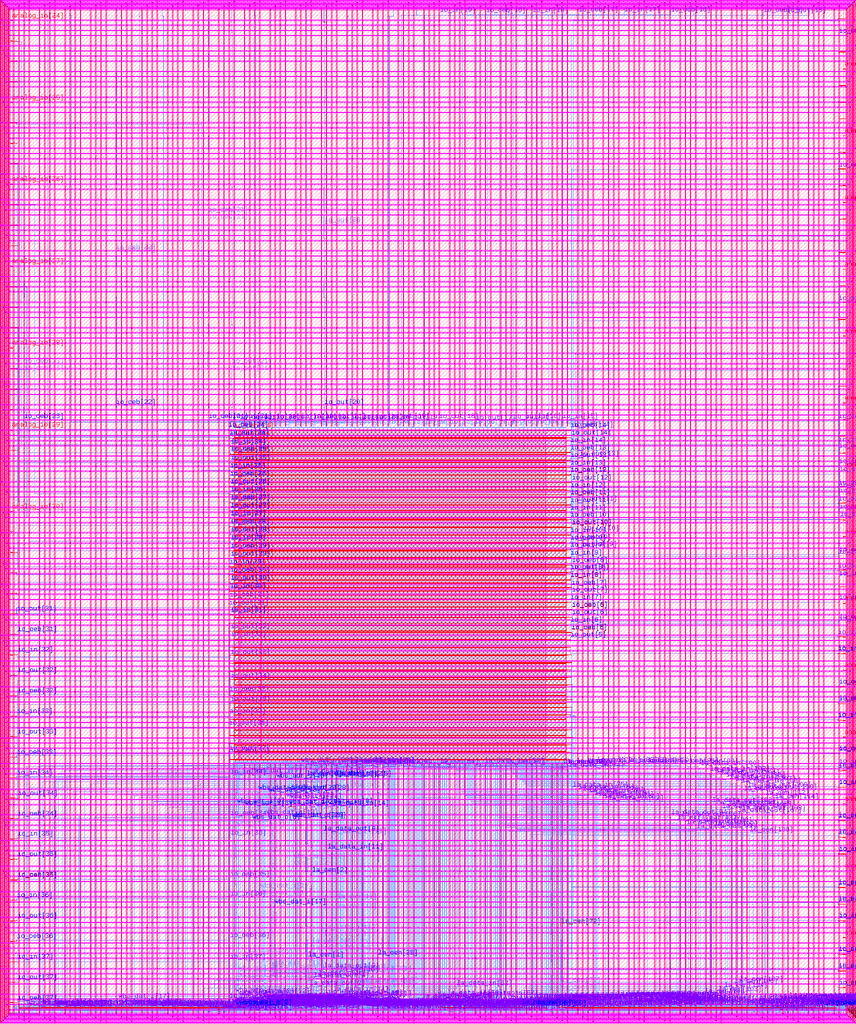
<source format=lef>
VERSION 5.7 ;
  NOWIREEXTENSIONATPIN ON ;
  DIVIDERCHAR "/" ;
  BUSBITCHARS "[]" ;
MACRO user_project_wrapper
  CLASS BLOCK ;
  FOREIGN user_project_wrapper ;
  ORIGIN 0.000 0.000 ;
  SIZE 2920.000 BY 3520.000 ;
  PIN analog_io[0]
    DIRECTION INOUT ;
    USE SIGNAL ;
    PORT
      LAYER met3 ;
        RECT 2917.600 28.980 2924.800 30.180 ;
    END
  END analog_io[0]
  PIN analog_io[10]
    DIRECTION INOUT ;
    USE SIGNAL ;
    PORT
      LAYER met3 ;
        RECT 2917.600 2374.980 2924.800 2376.180 ;
    END
  END analog_io[10]
  PIN analog_io[11]
    DIRECTION INOUT ;
    USE SIGNAL ;
    PORT
      LAYER met3 ;
        RECT 2917.600 2609.580 2924.800 2610.780 ;
    END
  END analog_io[11]
  PIN analog_io[12]
    DIRECTION INOUT ;
    USE SIGNAL ;
    PORT
      LAYER met3 ;
        RECT 2917.600 2844.180 2924.800 2845.380 ;
    END
  END analog_io[12]
  PIN analog_io[13]
    DIRECTION INOUT ;
    USE SIGNAL ;
    PORT
      LAYER met3 ;
        RECT 2917.600 3078.780 2924.800 3079.980 ;
    END
  END analog_io[13]
  PIN analog_io[14]
    DIRECTION INOUT ;
    USE SIGNAL ;
    PORT
      LAYER met3 ;
        RECT 2917.600 3313.380 2924.800 3314.580 ;
    END
  END analog_io[14]
  PIN analog_io[15]
    DIRECTION INOUT ;
    USE SIGNAL ;
    PORT
      LAYER met2 ;
        RECT 2879.090 3517.600 2879.650 3524.800 ;
    END
  END analog_io[15]
  PIN analog_io[16]
    DIRECTION INOUT ;
    USE SIGNAL ;
    PORT
      LAYER met2 ;
        RECT 2554.790 3517.600 2555.350 3524.800 ;
    END
  END analog_io[16]
  PIN analog_io[17]
    DIRECTION INOUT ;
    USE SIGNAL ;
    PORT
      LAYER met2 ;
        RECT 2230.490 3517.600 2231.050 3524.800 ;
    END
  END analog_io[17]
  PIN analog_io[18]
    DIRECTION INOUT ;
    USE SIGNAL ;
    PORT
      LAYER met2 ;
        RECT 1905.730 3517.600 1906.290 3524.800 ;
    END
  END analog_io[18]
  PIN analog_io[19]
    DIRECTION INOUT ;
    USE SIGNAL ;
    PORT
      LAYER met2 ;
        RECT 1581.430 3517.600 1581.990 3524.800 ;
    END
  END analog_io[19]
  PIN analog_io[1]
    DIRECTION INOUT ;
    USE SIGNAL ;
    PORT
      LAYER met3 ;
        RECT 2917.600 263.580 2924.800 264.780 ;
    END
  END analog_io[1]
  PIN analog_io[20]
    DIRECTION INOUT ;
    USE SIGNAL ;
    PORT
      LAYER met2 ;
        RECT 1257.130 3517.600 1257.690 3524.800 ;
    END
  END analog_io[20]
  PIN analog_io[21]
    DIRECTION INOUT ;
    USE SIGNAL ;
    PORT
      LAYER met2 ;
        RECT 932.370 3517.600 932.930 3524.800 ;
    END
  END analog_io[21]
  PIN analog_io[22]
    DIRECTION INOUT ;
    USE SIGNAL ;
    PORT
      LAYER met2 ;
        RECT 608.070 3517.600 608.630 3524.800 ;
    END
  END analog_io[22]
  PIN analog_io[23]
    DIRECTION INOUT ;
    USE SIGNAL ;
    PORT
      LAYER met2 ;
        RECT 283.770 3517.600 284.330 3524.800 ;
    END
  END analog_io[23]
  PIN analog_io[24]
    DIRECTION INOUT ;
    USE SIGNAL ;
    PORT
      LAYER met3 ;
        RECT -4.800 3482.700 2.400 3483.900 ;
    END
  END analog_io[24]
  PIN analog_io[25]
    DIRECTION INOUT ;
    USE SIGNAL ;
    PORT
      LAYER met3 ;
        RECT -4.800 3195.060 2.400 3196.260 ;
    END
  END analog_io[25]
  PIN analog_io[26]
    DIRECTION INOUT ;
    USE SIGNAL ;
    PORT
      LAYER met3 ;
        RECT -4.800 2908.100 2.400 2909.300 ;
    END
  END analog_io[26]
  PIN analog_io[27]
    DIRECTION INOUT ;
    USE SIGNAL ;
    PORT
      LAYER met3 ;
        RECT -4.800 2620.460 2.400 2621.660 ;
    END
  END analog_io[27]
  PIN analog_io[28]
    DIRECTION INOUT ;
    USE SIGNAL ;
    PORT
      LAYER met3 ;
        RECT -4.800 2333.500 2.400 2334.700 ;
    END
  END analog_io[28]
  PIN analog_io[29]
    DIRECTION INOUT ;
    USE SIGNAL ;
    PORT
      LAYER met3 ;
        RECT -4.800 2045.860 2.400 2047.060 ;
    END
  END analog_io[29]
  PIN analog_io[2]
    DIRECTION INOUT ;
    USE SIGNAL ;
    PORT
      LAYER met3 ;
        RECT 2917.600 498.180 2924.800 499.380 ;
    END
  END analog_io[2]
  PIN analog_io[30]
    DIRECTION INOUT ;
    USE SIGNAL ;
    PORT
      LAYER met3 ;
        RECT -4.800 1758.900 2.400 1760.100 ;
    END
  END analog_io[30]
  PIN analog_io[3]
    DIRECTION INOUT ;
    USE SIGNAL ;
    PORT
      LAYER met3 ;
        RECT 2917.600 732.780 2924.800 733.980 ;
    END
  END analog_io[3]
  PIN analog_io[4]
    DIRECTION INOUT ;
    USE SIGNAL ;
    PORT
      LAYER met3 ;
        RECT 2917.600 967.380 2924.800 968.580 ;
    END
  END analog_io[4]
  PIN analog_io[5]
    DIRECTION INOUT ;
    USE SIGNAL ;
    PORT
      LAYER met3 ;
        RECT 2917.600 1201.980 2924.800 1203.180 ;
    END
  END analog_io[5]
  PIN analog_io[6]
    DIRECTION INOUT ;
    USE SIGNAL ;
    PORT
      LAYER met3 ;
        RECT 2917.600 1436.580 2924.800 1437.780 ;
    END
  END analog_io[6]
  PIN analog_io[7]
    DIRECTION INOUT ;
    USE SIGNAL ;
    PORT
      LAYER met3 ;
        RECT 2917.600 1671.180 2924.800 1672.380 ;
    END
  END analog_io[7]
  PIN analog_io[8]
    DIRECTION INOUT ;
    USE SIGNAL ;
    PORT
      LAYER met3 ;
        RECT 2917.600 1905.780 2924.800 1906.980 ;
    END
  END analog_io[8]
  PIN analog_io[9]
    DIRECTION INOUT ;
    USE SIGNAL ;
    PORT
      LAYER met3 ;
        RECT 2917.600 2140.380 2924.800 2141.580 ;
    END
  END analog_io[9]
  PIN io_in[0]
    DIRECTION INPUT ;
    USE SIGNAL ;
    PORT
      LAYER met1 ;
        RECT 1959.670 883.560 1959.990 883.620 ;
        RECT 2595.390 883.560 2595.710 883.620 ;
        RECT 1959.670 883.420 2595.710 883.560 ;
        RECT 1959.670 883.360 1959.990 883.420 ;
        RECT 2595.390 883.360 2595.710 883.420 ;
        RECT 2595.390 865.880 2595.710 865.940 ;
        RECT 2901.290 865.880 2901.610 865.940 ;
        RECT 2595.390 865.740 2901.610 865.880 ;
        RECT 2595.390 865.680 2595.710 865.740 ;
        RECT 2901.290 865.680 2901.610 865.740 ;
      LAYER via ;
        RECT 1959.700 883.360 1959.960 883.620 ;
        RECT 2595.420 883.360 2595.680 883.620 ;
        RECT 2595.420 865.680 2595.680 865.940 ;
        RECT 2901.320 865.680 2901.580 865.940 ;
      LAYER met2 ;
        RECT 1959.690 888.235 1959.970 888.605 ;
        RECT 1959.760 883.650 1959.900 888.235 ;
        RECT 1959.700 883.330 1959.960 883.650 ;
        RECT 2595.420 883.330 2595.680 883.650 ;
        RECT 2595.480 865.970 2595.620 883.330 ;
        RECT 2595.420 865.650 2595.680 865.970 ;
        RECT 2901.320 865.650 2901.580 865.970 ;
        RECT 2901.380 88.245 2901.520 865.650 ;
        RECT 2901.310 87.875 2901.590 88.245 ;
      LAYER via2 ;
        RECT 1959.690 888.280 1959.970 888.560 ;
        RECT 2901.310 87.920 2901.590 88.200 ;
      LAYER met3 ;
        RECT 1959.665 888.570 1959.995 888.585 ;
        RECT 1948.100 888.560 1959.995 888.570 ;
        RECT 1944.290 888.270 1959.995 888.560 ;
        RECT 1944.290 887.960 1948.290 888.270 ;
        RECT 1959.665 888.255 1959.995 888.270 ;
        RECT 2901.285 88.210 2901.615 88.225 ;
        RECT 2917.600 88.210 2924.800 88.660 ;
        RECT 2901.285 87.910 2924.800 88.210 ;
        RECT 2901.285 87.895 2901.615 87.910 ;
        RECT 2917.600 87.460 2924.800 87.910 ;
    END
  END io_in[0]
  PIN io_in[10]
    DIRECTION INPUT ;
    USE SIGNAL ;
    PORT
      LAYER met1 ;
        RECT 2004.290 2429.200 2004.610 2429.260 ;
        RECT 2899.910 2429.200 2900.230 2429.260 ;
        RECT 2004.290 2429.060 2900.230 2429.200 ;
        RECT 2004.290 2429.000 2004.610 2429.060 ;
        RECT 2899.910 2429.000 2900.230 2429.060 ;
        RECT 1959.670 1683.580 1959.990 1683.640 ;
        RECT 2004.290 1683.580 2004.610 1683.640 ;
        RECT 1959.670 1683.440 2004.610 1683.580 ;
        RECT 1959.670 1683.380 1959.990 1683.440 ;
        RECT 2004.290 1683.380 2004.610 1683.440 ;
      LAYER via ;
        RECT 2004.320 2429.000 2004.580 2429.260 ;
        RECT 2899.940 2429.000 2900.200 2429.260 ;
        RECT 1959.700 1683.380 1959.960 1683.640 ;
        RECT 2004.320 1683.380 2004.580 1683.640 ;
      LAYER met2 ;
        RECT 2899.930 2433.875 2900.210 2434.245 ;
        RECT 2900.000 2429.290 2900.140 2433.875 ;
        RECT 2004.320 2428.970 2004.580 2429.290 ;
        RECT 2899.940 2428.970 2900.200 2429.290 ;
        RECT 2004.380 1683.670 2004.520 2428.970 ;
        RECT 1959.700 1683.350 1959.960 1683.670 ;
        RECT 2004.320 1683.350 2004.580 1683.670 ;
        RECT 1959.760 1677.405 1959.900 1683.350 ;
        RECT 1959.690 1677.035 1959.970 1677.405 ;
      LAYER via2 ;
        RECT 2899.930 2433.920 2900.210 2434.200 ;
        RECT 1959.690 1677.080 1959.970 1677.360 ;
      LAYER met3 ;
        RECT 2899.905 2434.210 2900.235 2434.225 ;
        RECT 2917.600 2434.210 2924.800 2434.660 ;
        RECT 2899.905 2433.910 2924.800 2434.210 ;
        RECT 2899.905 2433.895 2900.235 2433.910 ;
        RECT 2917.600 2433.460 2924.800 2433.910 ;
        RECT 1959.665 1677.370 1959.995 1677.385 ;
        RECT 1948.100 1677.360 1959.995 1677.370 ;
        RECT 1944.290 1677.070 1959.995 1677.360 ;
        RECT 1944.290 1676.760 1948.290 1677.070 ;
        RECT 1959.665 1677.055 1959.995 1677.070 ;
    END
  END io_in[10]
  PIN io_in[11]
    DIRECTION INPUT ;
    USE SIGNAL ;
    PORT
      LAYER met1 ;
        RECT 1959.670 1759.400 1959.990 1759.460 ;
        RECT 2904.050 1759.400 2904.370 1759.460 ;
        RECT 1959.670 1759.260 2904.370 1759.400 ;
        RECT 1959.670 1759.200 1959.990 1759.260 ;
        RECT 2904.050 1759.200 2904.370 1759.260 ;
      LAYER via ;
        RECT 1959.700 1759.200 1959.960 1759.460 ;
        RECT 2904.080 1759.200 2904.340 1759.460 ;
      LAYER met2 ;
        RECT 2904.070 2669.155 2904.350 2669.525 ;
        RECT 2904.140 1759.490 2904.280 2669.155 ;
        RECT 1959.700 1759.170 1959.960 1759.490 ;
        RECT 2904.080 1759.170 2904.340 1759.490 ;
        RECT 1959.760 1756.285 1959.900 1759.170 ;
        RECT 1959.690 1755.915 1959.970 1756.285 ;
      LAYER via2 ;
        RECT 2904.070 2669.200 2904.350 2669.480 ;
        RECT 1959.690 1755.960 1959.970 1756.240 ;
      LAYER met3 ;
        RECT 2904.045 2669.490 2904.375 2669.505 ;
        RECT 2917.600 2669.490 2924.800 2669.940 ;
        RECT 2904.045 2669.190 2924.800 2669.490 ;
        RECT 2904.045 2669.175 2904.375 2669.190 ;
        RECT 2917.600 2668.740 2924.800 2669.190 ;
        RECT 1959.665 1756.250 1959.995 1756.265 ;
        RECT 1948.100 1756.240 1959.995 1756.250 ;
        RECT 1944.290 1755.950 1959.995 1756.240 ;
        RECT 1944.290 1755.640 1948.290 1755.950 ;
        RECT 1959.665 1755.935 1959.995 1755.950 ;
    END
  END io_in[11]
  PIN io_in[12]
    DIRECTION INPUT ;
    USE SIGNAL ;
    PORT
      LAYER met1 ;
        RECT 1959.670 1835.220 1959.990 1835.280 ;
        RECT 2903.130 1835.220 2903.450 1835.280 ;
        RECT 1959.670 1835.080 2903.450 1835.220 ;
        RECT 1959.670 1835.020 1959.990 1835.080 ;
        RECT 2903.130 1835.020 2903.450 1835.080 ;
      LAYER via ;
        RECT 1959.700 1835.020 1959.960 1835.280 ;
        RECT 2903.160 1835.020 2903.420 1835.280 ;
      LAYER met2 ;
        RECT 2903.150 2903.755 2903.430 2904.125 ;
        RECT 2903.220 1835.310 2903.360 2903.755 ;
        RECT 1959.700 1835.165 1959.960 1835.310 ;
        RECT 1959.690 1834.795 1959.970 1835.165 ;
        RECT 2903.160 1834.990 2903.420 1835.310 ;
      LAYER via2 ;
        RECT 2903.150 2903.800 2903.430 2904.080 ;
        RECT 1959.690 1834.840 1959.970 1835.120 ;
      LAYER met3 ;
        RECT 2903.125 2904.090 2903.455 2904.105 ;
        RECT 2917.600 2904.090 2924.800 2904.540 ;
        RECT 2903.125 2903.790 2924.800 2904.090 ;
        RECT 2903.125 2903.775 2903.455 2903.790 ;
        RECT 2917.600 2903.340 2924.800 2903.790 ;
        RECT 1959.665 1835.130 1959.995 1835.145 ;
        RECT 1948.100 1835.120 1959.995 1835.130 ;
        RECT 1944.290 1834.830 1959.995 1835.120 ;
        RECT 1944.290 1834.520 1948.290 1834.830 ;
        RECT 1959.665 1834.815 1959.995 1834.830 ;
    END
  END io_in[12]
  PIN io_in[13]
    DIRECTION INPUT ;
    USE SIGNAL ;
    PORT
      LAYER met1 ;
        RECT 1959.670 1918.180 1959.990 1918.240 ;
        RECT 2902.210 1918.180 2902.530 1918.240 ;
        RECT 1959.670 1918.040 2902.530 1918.180 ;
        RECT 1959.670 1917.980 1959.990 1918.040 ;
        RECT 2902.210 1917.980 2902.530 1918.040 ;
      LAYER via ;
        RECT 1959.700 1917.980 1959.960 1918.240 ;
        RECT 2902.240 1917.980 2902.500 1918.240 ;
      LAYER met2 ;
        RECT 2902.230 3138.355 2902.510 3138.725 ;
        RECT 2902.300 1918.270 2902.440 3138.355 ;
        RECT 1959.700 1917.950 1959.960 1918.270 ;
        RECT 2902.240 1917.950 2902.500 1918.270 ;
        RECT 1959.760 1914.045 1959.900 1917.950 ;
        RECT 1959.690 1913.675 1959.970 1914.045 ;
      LAYER via2 ;
        RECT 2902.230 3138.400 2902.510 3138.680 ;
        RECT 1959.690 1913.720 1959.970 1914.000 ;
      LAYER met3 ;
        RECT 2902.205 3138.690 2902.535 3138.705 ;
        RECT 2917.600 3138.690 2924.800 3139.140 ;
        RECT 2902.205 3138.390 2924.800 3138.690 ;
        RECT 2902.205 3138.375 2902.535 3138.390 ;
        RECT 2917.600 3137.940 2924.800 3138.390 ;
        RECT 1959.665 1914.010 1959.995 1914.025 ;
        RECT 1948.100 1914.000 1959.995 1914.010 ;
        RECT 1944.290 1913.710 1959.995 1914.000 ;
        RECT 1944.290 1913.400 1948.290 1913.710 ;
        RECT 1959.665 1913.695 1959.995 1913.710 ;
    END
  END io_in[13]
  PIN io_in[14]
    DIRECTION INPUT ;
    USE SIGNAL ;
    PORT
      LAYER met1 ;
        RECT 2899.450 2063.020 2899.770 2063.080 ;
        RECT 2901.290 2063.020 2901.610 2063.080 ;
        RECT 2899.450 2062.880 2901.610 2063.020 ;
        RECT 2899.450 2062.820 2899.770 2062.880 ;
        RECT 2901.290 2062.820 2901.610 2062.880 ;
        RECT 1959.670 1994.000 1959.990 1994.060 ;
        RECT 2900.370 1994.000 2900.690 1994.060 ;
        RECT 1959.670 1993.860 2900.690 1994.000 ;
        RECT 1959.670 1993.800 1959.990 1993.860 ;
        RECT 2900.370 1993.800 2900.690 1993.860 ;
      LAYER via ;
        RECT 2899.480 2062.820 2899.740 2063.080 ;
        RECT 2901.320 2062.820 2901.580 2063.080 ;
        RECT 1959.700 1993.800 1959.960 1994.060 ;
        RECT 2900.400 1993.800 2900.660 1994.060 ;
      LAYER met2 ;
        RECT 2901.310 3372.955 2901.590 3373.325 ;
        RECT 2901.380 2063.110 2901.520 3372.955 ;
        RECT 2899.480 2062.790 2899.740 2063.110 ;
        RECT 2901.320 2062.790 2901.580 2063.110 ;
        RECT 2899.540 2020.690 2899.680 2062.790 ;
        RECT 2899.540 2020.550 2900.600 2020.690 ;
        RECT 2900.460 1994.090 2900.600 2020.550 ;
        RECT 1959.700 1993.770 1959.960 1994.090 ;
        RECT 2900.400 1993.770 2900.660 1994.090 ;
        RECT 1959.760 1992.925 1959.900 1993.770 ;
        RECT 1959.690 1992.555 1959.970 1992.925 ;
      LAYER via2 ;
        RECT 2901.310 3373.000 2901.590 3373.280 ;
        RECT 1959.690 1992.600 1959.970 1992.880 ;
      LAYER met3 ;
        RECT 2901.285 3373.290 2901.615 3373.305 ;
        RECT 2917.600 3373.290 2924.800 3373.740 ;
        RECT 2901.285 3372.990 2924.800 3373.290 ;
        RECT 2901.285 3372.975 2901.615 3372.990 ;
        RECT 2917.600 3372.540 2924.800 3372.990 ;
        RECT 1959.665 1992.890 1959.995 1992.905 ;
        RECT 1948.100 1992.880 1959.995 1992.890 ;
        RECT 1944.290 1992.590 1959.995 1992.880 ;
        RECT 1944.290 1992.280 1948.290 1992.590 ;
        RECT 1959.665 1992.575 1959.995 1992.590 ;
    END
  END io_in[14]
  PIN io_in[15]
    DIRECTION INPUT ;
    USE SIGNAL ;
    PORT
      LAYER met1 ;
        RECT 1931.610 3501.560 1931.930 3501.620 ;
        RECT 2798.250 3501.560 2798.570 3501.620 ;
        RECT 1931.610 3501.420 2798.570 3501.560 ;
        RECT 1931.610 3501.360 1931.930 3501.420 ;
        RECT 2798.250 3501.360 2798.570 3501.420 ;
        RECT 1926.550 2076.960 1926.870 2077.020 ;
        RECT 1931.610 2076.960 1931.930 2077.020 ;
        RECT 1926.550 2076.820 1931.930 2076.960 ;
        RECT 1926.550 2076.760 1926.870 2076.820 ;
        RECT 1931.610 2076.760 1931.930 2076.820 ;
      LAYER via ;
        RECT 1931.640 3501.360 1931.900 3501.620 ;
        RECT 2798.280 3501.360 2798.540 3501.620 ;
        RECT 1926.580 2076.760 1926.840 2077.020 ;
        RECT 1931.640 2076.760 1931.900 2077.020 ;
      LAYER met2 ;
        RECT 2798.130 3517.600 2798.690 3524.800 ;
        RECT 2798.340 3501.650 2798.480 3517.600 ;
        RECT 1931.640 3501.330 1931.900 3501.650 ;
        RECT 2798.280 3501.330 2798.540 3501.650 ;
        RECT 1931.700 2077.050 1931.840 3501.330 ;
        RECT 1926.580 2076.730 1926.840 2077.050 ;
        RECT 1931.640 2076.730 1931.900 2077.050 ;
        RECT 1926.640 2059.010 1926.780 2076.730 ;
        RECT 1926.470 2058.700 1926.780 2059.010 ;
        RECT 1926.470 2055.010 1926.750 2058.700 ;
    END
  END io_in[15]
  PIN io_in[16]
    DIRECTION INPUT ;
    USE SIGNAL ;
    PORT
      LAYER met1 ;
        RECT 1800.510 3502.580 1800.830 3502.640 ;
        RECT 2473.950 3502.580 2474.270 3502.640 ;
        RECT 1800.510 3502.440 2474.270 3502.580 ;
        RECT 1800.510 3502.380 1800.830 3502.440 ;
        RECT 2473.950 3502.380 2474.270 3502.440 ;
        RECT 1796.370 2076.960 1796.690 2077.020 ;
        RECT 1800.510 2076.960 1800.830 2077.020 ;
        RECT 1796.370 2076.820 1800.830 2076.960 ;
        RECT 1796.370 2076.760 1796.690 2076.820 ;
        RECT 1800.510 2076.760 1800.830 2076.820 ;
      LAYER via ;
        RECT 1800.540 3502.380 1800.800 3502.640 ;
        RECT 2473.980 3502.380 2474.240 3502.640 ;
        RECT 1796.400 2076.760 1796.660 2077.020 ;
        RECT 1800.540 2076.760 1800.800 2077.020 ;
      LAYER met2 ;
        RECT 2473.830 3517.600 2474.390 3524.800 ;
        RECT 2474.040 3502.670 2474.180 3517.600 ;
        RECT 1800.540 3502.350 1800.800 3502.670 ;
        RECT 2473.980 3502.350 2474.240 3502.670 ;
        RECT 1800.600 2077.050 1800.740 3502.350 ;
        RECT 1796.400 2076.730 1796.660 2077.050 ;
        RECT 1800.540 2076.730 1800.800 2077.050 ;
        RECT 1796.460 2059.010 1796.600 2076.730 ;
        RECT 1796.290 2058.700 1796.600 2059.010 ;
        RECT 1796.290 2055.010 1796.570 2058.700 ;
    END
  END io_in[16]
  PIN io_in[17]
    DIRECTION INPUT ;
    USE SIGNAL ;
    PORT
      LAYER met1 ;
        RECT 1669.410 3503.600 1669.730 3503.660 ;
        RECT 2149.190 3503.600 2149.510 3503.660 ;
        RECT 1669.410 3503.460 2149.510 3503.600 ;
        RECT 1669.410 3503.400 1669.730 3503.460 ;
        RECT 2149.190 3503.400 2149.510 3503.460 ;
      LAYER via ;
        RECT 1669.440 3503.400 1669.700 3503.660 ;
        RECT 2149.220 3503.400 2149.480 3503.660 ;
      LAYER met2 ;
        RECT 2149.070 3517.600 2149.630 3524.800 ;
        RECT 2149.280 3503.690 2149.420 3517.600 ;
        RECT 1669.440 3503.370 1669.700 3503.690 ;
        RECT 2149.220 3503.370 2149.480 3503.690 ;
        RECT 1665.650 2058.090 1665.930 2059.010 ;
        RECT 1669.500 2058.090 1669.640 3503.370 ;
        RECT 1665.650 2057.950 1669.640 2058.090 ;
        RECT 1665.650 2055.010 1665.930 2057.950 ;
    END
  END io_in[17]
  PIN io_in[18]
    DIRECTION INPUT ;
    USE SIGNAL ;
    PORT
      LAYER met1 ;
        RECT 1538.310 3501.560 1538.630 3501.620 ;
        RECT 1824.890 3501.560 1825.210 3501.620 ;
        RECT 1538.310 3501.420 1825.210 3501.560 ;
        RECT 1538.310 3501.360 1538.630 3501.420 ;
        RECT 1824.890 3501.360 1825.210 3501.420 ;
      LAYER via ;
        RECT 1538.340 3501.360 1538.600 3501.620 ;
        RECT 1824.920 3501.360 1825.180 3501.620 ;
      LAYER met2 ;
        RECT 1824.770 3517.600 1825.330 3524.800 ;
        RECT 1824.980 3501.650 1825.120 3517.600 ;
        RECT 1538.340 3501.330 1538.600 3501.650 ;
        RECT 1824.920 3501.330 1825.180 3501.650 ;
        RECT 1535.470 2058.090 1535.750 2059.010 ;
        RECT 1538.400 2058.090 1538.540 3501.330 ;
        RECT 1535.470 2057.950 1538.540 2058.090 ;
        RECT 1535.470 2055.010 1535.750 2057.950 ;
    END
  END io_in[18]
  PIN io_in[19]
    DIRECTION INPUT ;
    USE SIGNAL ;
    PORT
      LAYER met1 ;
        RECT 1407.210 3501.560 1407.530 3501.620 ;
        RECT 1500.590 3501.560 1500.910 3501.620 ;
        RECT 1407.210 3501.420 1500.910 3501.560 ;
        RECT 1407.210 3501.360 1407.530 3501.420 ;
        RECT 1500.590 3501.360 1500.910 3501.420 ;
      LAYER via ;
        RECT 1407.240 3501.360 1407.500 3501.620 ;
        RECT 1500.620 3501.360 1500.880 3501.620 ;
      LAYER met2 ;
        RECT 1500.470 3517.600 1501.030 3524.800 ;
        RECT 1500.680 3501.650 1500.820 3517.600 ;
        RECT 1407.240 3501.330 1407.500 3501.650 ;
        RECT 1500.620 3501.330 1500.880 3501.650 ;
        RECT 1404.830 2058.090 1405.110 2059.010 ;
        RECT 1407.300 2058.090 1407.440 3501.330 ;
        RECT 1404.830 2057.950 1407.440 2058.090 ;
        RECT 1404.830 2055.010 1405.110 2057.950 ;
    END
  END io_in[19]
  PIN io_in[1]
    DIRECTION INPUT ;
    USE SIGNAL ;
    PORT
      LAYER met1 ;
        RECT 1969.790 324.260 1970.110 324.320 ;
        RECT 2900.830 324.260 2901.150 324.320 ;
        RECT 1969.790 324.120 2901.150 324.260 ;
        RECT 1969.790 324.060 1970.110 324.120 ;
        RECT 2900.830 324.060 2901.150 324.120 ;
      LAYER via ;
        RECT 1969.820 324.060 1970.080 324.320 ;
        RECT 2900.860 324.060 2901.120 324.320 ;
      LAYER met2 ;
        RECT 1969.810 967.115 1970.090 967.485 ;
        RECT 1969.880 324.350 1970.020 967.115 ;
        RECT 1969.820 324.030 1970.080 324.350 ;
        RECT 2900.860 324.030 2901.120 324.350 ;
        RECT 2900.920 322.845 2901.060 324.030 ;
        RECT 2900.850 322.475 2901.130 322.845 ;
      LAYER via2 ;
        RECT 1969.810 967.160 1970.090 967.440 ;
        RECT 2900.850 322.520 2901.130 322.800 ;
      LAYER met3 ;
        RECT 1969.785 967.450 1970.115 967.465 ;
        RECT 1948.100 967.440 1970.115 967.450 ;
        RECT 1944.290 967.150 1970.115 967.440 ;
        RECT 1944.290 966.840 1948.290 967.150 ;
        RECT 1969.785 967.135 1970.115 967.150 ;
        RECT 2900.825 322.810 2901.155 322.825 ;
        RECT 2917.600 322.810 2924.800 323.260 ;
        RECT 2900.825 322.510 2924.800 322.810 ;
        RECT 2900.825 322.495 2901.155 322.510 ;
        RECT 2917.600 322.060 2924.800 322.510 ;
    END
  END io_in[1]
  PIN io_in[20]
    DIRECTION INPUT ;
    USE SIGNAL ;
    PORT
      LAYER met1 ;
        RECT 1175.830 3498.500 1176.150 3498.560 ;
        RECT 1179.510 3498.500 1179.830 3498.560 ;
        RECT 1175.830 3498.360 1179.830 3498.500 ;
        RECT 1175.830 3498.300 1176.150 3498.360 ;
        RECT 1179.510 3498.300 1179.830 3498.360 ;
        RECT 1179.510 2073.560 1179.830 2073.620 ;
        RECT 1274.730 2073.560 1275.050 2073.620 ;
        RECT 1179.510 2073.420 1275.050 2073.560 ;
        RECT 1179.510 2073.360 1179.830 2073.420 ;
        RECT 1274.730 2073.360 1275.050 2073.420 ;
      LAYER via ;
        RECT 1175.860 3498.300 1176.120 3498.560 ;
        RECT 1179.540 3498.300 1179.800 3498.560 ;
        RECT 1179.540 2073.360 1179.800 2073.620 ;
        RECT 1274.760 2073.360 1275.020 2073.620 ;
      LAYER met2 ;
        RECT 1175.710 3517.600 1176.270 3524.800 ;
        RECT 1175.920 3498.590 1176.060 3517.600 ;
        RECT 1175.860 3498.270 1176.120 3498.590 ;
        RECT 1179.540 3498.270 1179.800 3498.590 ;
        RECT 1179.600 2073.650 1179.740 3498.270 ;
        RECT 1179.540 2073.330 1179.800 2073.650 ;
        RECT 1274.760 2073.330 1275.020 2073.650 ;
        RECT 1274.820 2059.010 1274.960 2073.330 ;
        RECT 1274.650 2058.700 1274.960 2059.010 ;
        RECT 1274.650 2055.010 1274.930 2058.700 ;
    END
  END io_in[20]
  PIN io_in[21]
    DIRECTION INPUT ;
    USE SIGNAL ;
    PORT
      LAYER met1 ;
        RECT 851.530 3501.220 851.850 3501.280 ;
        RECT 855.210 3501.220 855.530 3501.280 ;
        RECT 851.530 3501.080 855.530 3501.220 ;
        RECT 851.530 3501.020 851.850 3501.080 ;
        RECT 855.210 3501.020 855.530 3501.080 ;
        RECT 855.210 2073.560 855.530 2073.620 ;
        RECT 1144.090 2073.560 1144.410 2073.620 ;
        RECT 855.210 2073.420 1144.410 2073.560 ;
        RECT 855.210 2073.360 855.530 2073.420 ;
        RECT 1144.090 2073.360 1144.410 2073.420 ;
      LAYER via ;
        RECT 851.560 3501.020 851.820 3501.280 ;
        RECT 855.240 3501.020 855.500 3501.280 ;
        RECT 855.240 2073.360 855.500 2073.620 ;
        RECT 1144.120 2073.360 1144.380 2073.620 ;
      LAYER met2 ;
        RECT 851.410 3517.600 851.970 3524.800 ;
        RECT 851.620 3501.310 851.760 3517.600 ;
        RECT 851.560 3500.990 851.820 3501.310 ;
        RECT 855.240 3500.990 855.500 3501.310 ;
        RECT 855.300 2073.650 855.440 3500.990 ;
        RECT 855.240 2073.330 855.500 2073.650 ;
        RECT 1144.120 2073.330 1144.380 2073.650 ;
        RECT 1144.180 2059.010 1144.320 2073.330 ;
        RECT 1144.010 2058.700 1144.320 2059.010 ;
        RECT 1144.010 2055.010 1144.290 2058.700 ;
    END
  END io_in[21]
  PIN io_in[22]
    DIRECTION INPUT ;
    USE SIGNAL ;
    PORT
      LAYER met1 ;
        RECT 527.230 3498.500 527.550 3498.560 ;
        RECT 530.910 3498.500 531.230 3498.560 ;
        RECT 527.230 3498.360 531.230 3498.500 ;
        RECT 527.230 3498.300 527.550 3498.360 ;
        RECT 530.910 3498.300 531.230 3498.360 ;
        RECT 530.910 2075.260 531.230 2075.320 ;
        RECT 1012.070 2075.260 1012.390 2075.320 ;
        RECT 530.910 2075.120 1012.390 2075.260 ;
        RECT 530.910 2075.060 531.230 2075.120 ;
        RECT 1012.070 2075.060 1012.390 2075.120 ;
      LAYER via ;
        RECT 527.260 3498.300 527.520 3498.560 ;
        RECT 530.940 3498.300 531.200 3498.560 ;
        RECT 530.940 2075.060 531.200 2075.320 ;
        RECT 1012.100 2075.060 1012.360 2075.320 ;
      LAYER met2 ;
        RECT 527.110 3517.600 527.670 3524.800 ;
        RECT 527.320 3498.590 527.460 3517.600 ;
        RECT 527.260 3498.270 527.520 3498.590 ;
        RECT 530.940 3498.270 531.200 3498.590 ;
        RECT 531.000 2075.350 531.140 3498.270 ;
        RECT 530.940 2075.030 531.200 2075.350 ;
        RECT 1012.100 2075.030 1012.360 2075.350 ;
        RECT 1012.160 2058.770 1012.300 2075.030 ;
        RECT 1013.830 2058.770 1014.110 2059.010 ;
        RECT 1012.160 2058.630 1014.110 2058.770 ;
        RECT 1013.830 2055.010 1014.110 2058.630 ;
    END
  END io_in[22]
  PIN io_in[23]
    DIRECTION INPUT ;
    USE SIGNAL ;
    PORT
      LAYER met1 ;
        RECT 202.470 3501.900 202.790 3501.960 ;
        RECT 206.610 3501.900 206.930 3501.960 ;
        RECT 202.470 3501.760 206.930 3501.900 ;
        RECT 202.470 3501.700 202.790 3501.760 ;
        RECT 206.610 3501.700 206.930 3501.760 ;
        RECT 206.610 2074.240 206.930 2074.300 ;
        RECT 883.270 2074.240 883.590 2074.300 ;
        RECT 206.610 2074.100 883.590 2074.240 ;
        RECT 206.610 2074.040 206.930 2074.100 ;
        RECT 883.270 2074.040 883.590 2074.100 ;
      LAYER via ;
        RECT 202.500 3501.700 202.760 3501.960 ;
        RECT 206.640 3501.700 206.900 3501.960 ;
        RECT 206.640 2074.040 206.900 2074.300 ;
        RECT 883.300 2074.040 883.560 2074.300 ;
      LAYER met2 ;
        RECT 202.350 3517.600 202.910 3524.800 ;
        RECT 202.560 3501.990 202.700 3517.600 ;
        RECT 202.500 3501.670 202.760 3501.990 ;
        RECT 206.640 3501.670 206.900 3501.990 ;
        RECT 206.700 2074.330 206.840 3501.670 ;
        RECT 206.640 2074.010 206.900 2074.330 ;
        RECT 883.300 2074.010 883.560 2074.330 ;
        RECT 883.360 2059.010 883.500 2074.010 ;
        RECT 883.190 2058.700 883.500 2059.010 ;
        RECT 883.190 2055.010 883.470 2058.700 ;
    END
  END io_in[23]
  PIN io_in[24]
    DIRECTION INPUT ;
    USE SIGNAL ;
    PORT
      LAYER met1 ;
        RECT 16.630 3408.740 16.950 3408.800 ;
        RECT 30.890 3408.740 31.210 3408.800 ;
        RECT 16.630 3408.600 31.210 3408.740 ;
        RECT 16.630 3408.540 16.950 3408.600 ;
        RECT 30.890 3408.540 31.210 3408.600 ;
        RECT 30.890 1994.000 31.210 1994.060 ;
        RECT 765.510 1994.000 765.830 1994.060 ;
        RECT 30.890 1993.860 765.830 1994.000 ;
        RECT 30.890 1993.800 31.210 1993.860 ;
        RECT 765.510 1993.800 765.830 1993.860 ;
      LAYER via ;
        RECT 16.660 3408.540 16.920 3408.800 ;
        RECT 30.920 3408.540 31.180 3408.800 ;
        RECT 30.920 1993.800 31.180 1994.060 ;
        RECT 765.540 1993.800 765.800 1994.060 ;
      LAYER met2 ;
        RECT 16.650 3411.035 16.930 3411.405 ;
        RECT 16.720 3408.830 16.860 3411.035 ;
        RECT 16.660 3408.510 16.920 3408.830 ;
        RECT 30.920 3408.510 31.180 3408.830 ;
        RECT 30.980 1994.090 31.120 3408.510 ;
        RECT 30.920 1993.770 31.180 1994.090 ;
        RECT 765.540 1993.770 765.800 1994.090 ;
        RECT 765.600 1988.165 765.740 1993.770 ;
        RECT 765.530 1987.795 765.810 1988.165 ;
      LAYER via2 ;
        RECT 16.650 3411.080 16.930 3411.360 ;
        RECT 765.530 1987.840 765.810 1988.120 ;
      LAYER met3 ;
        RECT -4.800 3411.370 2.400 3411.820 ;
        RECT 16.625 3411.370 16.955 3411.385 ;
        RECT -4.800 3411.070 16.955 3411.370 ;
        RECT -4.800 3410.620 2.400 3411.070 ;
        RECT 16.625 3411.055 16.955 3411.070 ;
        RECT 765.505 1988.130 765.835 1988.145 ;
        RECT 765.505 1988.120 775.100 1988.130 ;
        RECT 765.505 1987.830 779.000 1988.120 ;
        RECT 765.505 1987.815 765.835 1987.830 ;
        RECT 775.000 1987.520 779.000 1987.830 ;
    END
  END io_in[24]
  PIN io_in[25]
    DIRECTION INPUT ;
    USE SIGNAL ;
    PORT
      LAYER met1 ;
        RECT 15.250 3119.060 15.570 3119.120 ;
        RECT 665.690 3119.060 666.010 3119.120 ;
        RECT 15.250 3118.920 666.010 3119.060 ;
        RECT 15.250 3118.860 15.570 3118.920 ;
        RECT 665.690 3118.860 666.010 3118.920 ;
        RECT 665.690 1904.240 666.010 1904.300 ;
        RECT 762.750 1904.240 763.070 1904.300 ;
        RECT 665.690 1904.100 763.070 1904.240 ;
        RECT 665.690 1904.040 666.010 1904.100 ;
        RECT 762.750 1904.040 763.070 1904.100 ;
      LAYER via ;
        RECT 15.280 3118.860 15.540 3119.120 ;
        RECT 665.720 3118.860 665.980 3119.120 ;
        RECT 665.720 1904.040 665.980 1904.300 ;
        RECT 762.780 1904.040 763.040 1904.300 ;
      LAYER met2 ;
        RECT 15.270 3124.075 15.550 3124.445 ;
        RECT 15.340 3119.150 15.480 3124.075 ;
        RECT 15.280 3118.830 15.540 3119.150 ;
        RECT 665.720 3118.830 665.980 3119.150 ;
        RECT 665.780 1904.330 665.920 3118.830 ;
        RECT 665.720 1904.010 665.980 1904.330 ;
        RECT 762.780 1904.010 763.040 1904.330 ;
        RECT 762.840 1903.845 762.980 1904.010 ;
        RECT 762.770 1903.475 763.050 1903.845 ;
      LAYER via2 ;
        RECT 15.270 3124.120 15.550 3124.400 ;
        RECT 762.770 1903.520 763.050 1903.800 ;
      LAYER met3 ;
        RECT -4.800 3124.410 2.400 3124.860 ;
        RECT 15.245 3124.410 15.575 3124.425 ;
        RECT -4.800 3124.110 15.575 3124.410 ;
        RECT -4.800 3123.660 2.400 3124.110 ;
        RECT 15.245 3124.095 15.575 3124.110 ;
        RECT 762.745 1903.810 763.075 1903.825 ;
        RECT 762.745 1903.800 775.100 1903.810 ;
        RECT 762.745 1903.510 779.000 1903.800 ;
        RECT 762.745 1903.495 763.075 1903.510 ;
        RECT 775.000 1903.200 779.000 1903.510 ;
    END
  END io_in[25]
  PIN io_in[26]
    DIRECTION INPUT ;
    USE SIGNAL ;
    PORT
      LAYER met1 ;
        RECT 20.310 2836.180 20.630 2836.240 ;
        RECT 79.190 2836.180 79.510 2836.240 ;
        RECT 20.310 2836.040 79.510 2836.180 ;
        RECT 20.310 2835.980 20.630 2836.040 ;
        RECT 79.190 2835.980 79.510 2836.040 ;
        RECT 79.190 1821.620 79.510 1821.680 ;
        RECT 765.510 1821.620 765.830 1821.680 ;
        RECT 79.190 1821.480 765.830 1821.620 ;
        RECT 79.190 1821.420 79.510 1821.480 ;
        RECT 765.510 1821.420 765.830 1821.480 ;
      LAYER via ;
        RECT 20.340 2835.980 20.600 2836.240 ;
        RECT 79.220 2835.980 79.480 2836.240 ;
        RECT 79.220 1821.420 79.480 1821.680 ;
        RECT 765.540 1821.420 765.800 1821.680 ;
      LAYER met2 ;
        RECT 20.330 2836.435 20.610 2836.805 ;
        RECT 20.400 2836.270 20.540 2836.435 ;
        RECT 20.340 2835.950 20.600 2836.270 ;
        RECT 79.220 2835.950 79.480 2836.270 ;
        RECT 79.280 1821.710 79.420 2835.950 ;
        RECT 79.220 1821.390 79.480 1821.710 ;
        RECT 765.540 1821.390 765.800 1821.710 ;
        RECT 765.600 1818.845 765.740 1821.390 ;
        RECT 765.530 1818.475 765.810 1818.845 ;
      LAYER via2 ;
        RECT 20.330 2836.480 20.610 2836.760 ;
        RECT 765.530 1818.520 765.810 1818.800 ;
      LAYER met3 ;
        RECT -4.800 2836.770 2.400 2837.220 ;
        RECT 20.305 2836.770 20.635 2836.785 ;
        RECT -4.800 2836.470 20.635 2836.770 ;
        RECT -4.800 2836.020 2.400 2836.470 ;
        RECT 20.305 2836.455 20.635 2836.470 ;
        RECT 765.505 1818.810 765.835 1818.825 ;
        RECT 765.505 1818.800 775.100 1818.810 ;
        RECT 765.505 1818.510 779.000 1818.800 ;
        RECT 765.505 1818.495 765.835 1818.510 ;
        RECT 775.000 1818.200 779.000 1818.510 ;
    END
  END io_in[26]
  PIN io_in[27]
    DIRECTION INPUT ;
    USE SIGNAL ;
    PORT
      LAYER met1 ;
        RECT 16.630 2548.880 16.950 2548.940 ;
        RECT 51.590 2548.880 51.910 2548.940 ;
        RECT 16.630 2548.740 51.910 2548.880 ;
        RECT 16.630 2548.680 16.950 2548.740 ;
        RECT 51.590 2548.680 51.910 2548.740 ;
        RECT 51.590 1738.660 51.910 1738.720 ;
        RECT 764.590 1738.660 764.910 1738.720 ;
        RECT 51.590 1738.520 764.910 1738.660 ;
        RECT 51.590 1738.460 51.910 1738.520 ;
        RECT 764.590 1738.460 764.910 1738.520 ;
      LAYER via ;
        RECT 16.660 2548.680 16.920 2548.940 ;
        RECT 51.620 2548.680 51.880 2548.940 ;
        RECT 51.620 1738.460 51.880 1738.720 ;
        RECT 764.620 1738.460 764.880 1738.720 ;
      LAYER met2 ;
        RECT 16.650 2549.475 16.930 2549.845 ;
        RECT 16.720 2548.970 16.860 2549.475 ;
        RECT 16.660 2548.650 16.920 2548.970 ;
        RECT 51.620 2548.650 51.880 2548.970 ;
        RECT 51.680 1738.750 51.820 2548.650 ;
        RECT 51.620 1738.430 51.880 1738.750 ;
        RECT 764.620 1738.430 764.880 1738.750 ;
        RECT 764.680 1734.525 764.820 1738.430 ;
        RECT 764.610 1734.155 764.890 1734.525 ;
      LAYER via2 ;
        RECT 16.650 2549.520 16.930 2549.800 ;
        RECT 764.610 1734.200 764.890 1734.480 ;
      LAYER met3 ;
        RECT -4.800 2549.810 2.400 2550.260 ;
        RECT 16.625 2549.810 16.955 2549.825 ;
        RECT -4.800 2549.510 16.955 2549.810 ;
        RECT -4.800 2549.060 2.400 2549.510 ;
        RECT 16.625 2549.495 16.955 2549.510 ;
        RECT 764.585 1734.490 764.915 1734.505 ;
        RECT 764.585 1734.480 775.100 1734.490 ;
        RECT 764.585 1734.190 779.000 1734.480 ;
        RECT 764.585 1734.175 764.915 1734.190 ;
        RECT 775.000 1733.880 779.000 1734.190 ;
    END
  END io_in[27]
  PIN io_in[28]
    DIRECTION INPUT ;
    USE SIGNAL ;
    PORT
      LAYER met1 ;
        RECT 16.630 2257.160 16.950 2257.220 ;
        RECT 58.490 2257.160 58.810 2257.220 ;
        RECT 16.630 2257.020 58.810 2257.160 ;
        RECT 16.630 2256.960 16.950 2257.020 ;
        RECT 58.490 2256.960 58.810 2257.020 ;
        RECT 58.490 1656.040 58.810 1656.100 ;
        RECT 765.510 1656.040 765.830 1656.100 ;
        RECT 58.490 1655.900 765.830 1656.040 ;
        RECT 58.490 1655.840 58.810 1655.900 ;
        RECT 765.510 1655.840 765.830 1655.900 ;
      LAYER via ;
        RECT 16.660 2256.960 16.920 2257.220 ;
        RECT 58.520 2256.960 58.780 2257.220 ;
        RECT 58.520 1655.840 58.780 1656.100 ;
        RECT 765.540 1655.840 765.800 1656.100 ;
      LAYER met2 ;
        RECT 16.650 2261.835 16.930 2262.205 ;
        RECT 16.720 2257.250 16.860 2261.835 ;
        RECT 16.660 2256.930 16.920 2257.250 ;
        RECT 58.520 2256.930 58.780 2257.250 ;
        RECT 58.580 1656.130 58.720 2256.930 ;
        RECT 58.520 1655.810 58.780 1656.130 ;
        RECT 765.540 1655.810 765.800 1656.130 ;
        RECT 765.600 1650.205 765.740 1655.810 ;
        RECT 765.530 1649.835 765.810 1650.205 ;
      LAYER via2 ;
        RECT 16.650 2261.880 16.930 2262.160 ;
        RECT 765.530 1649.880 765.810 1650.160 ;
      LAYER met3 ;
        RECT -4.800 2262.170 2.400 2262.620 ;
        RECT 16.625 2262.170 16.955 2262.185 ;
        RECT -4.800 2261.870 16.955 2262.170 ;
        RECT -4.800 2261.420 2.400 2261.870 ;
        RECT 16.625 2261.855 16.955 2261.870 ;
        RECT 765.505 1650.170 765.835 1650.185 ;
        RECT 765.505 1650.160 775.100 1650.170 ;
        RECT 765.505 1649.870 779.000 1650.160 ;
        RECT 765.505 1649.855 765.835 1649.870 ;
        RECT 775.000 1649.560 779.000 1649.870 ;
    END
  END io_in[28]
  PIN io_in[29]
    DIRECTION INPUT ;
    USE SIGNAL ;
    PORT
      LAYER met1 ;
        RECT 17.090 1566.280 17.410 1566.340 ;
        RECT 761.830 1566.280 762.150 1566.340 ;
        RECT 17.090 1566.140 762.150 1566.280 ;
        RECT 17.090 1566.080 17.410 1566.140 ;
        RECT 761.830 1566.080 762.150 1566.140 ;
      LAYER via ;
        RECT 17.120 1566.080 17.380 1566.340 ;
        RECT 761.860 1566.080 762.120 1566.340 ;
      LAYER met2 ;
        RECT 17.110 1974.875 17.390 1975.245 ;
        RECT 17.180 1566.370 17.320 1974.875 ;
        RECT 17.120 1566.050 17.380 1566.370 ;
        RECT 761.860 1566.050 762.120 1566.370 ;
        RECT 761.920 1565.205 762.060 1566.050 ;
        RECT 761.850 1564.835 762.130 1565.205 ;
      LAYER via2 ;
        RECT 17.110 1974.920 17.390 1975.200 ;
        RECT 761.850 1564.880 762.130 1565.160 ;
      LAYER met3 ;
        RECT -4.800 1975.210 2.400 1975.660 ;
        RECT 17.085 1975.210 17.415 1975.225 ;
        RECT -4.800 1974.910 17.415 1975.210 ;
        RECT -4.800 1974.460 2.400 1974.910 ;
        RECT 17.085 1974.895 17.415 1974.910 ;
        RECT 761.825 1565.170 762.155 1565.185 ;
        RECT 761.825 1565.160 775.100 1565.170 ;
        RECT 761.825 1564.870 779.000 1565.160 ;
        RECT 761.825 1564.855 762.155 1564.870 ;
        RECT 775.000 1564.560 779.000 1564.870 ;
    END
  END io_in[29]
  PIN io_in[2]
    DIRECTION INPUT ;
    USE SIGNAL ;
    PORT
      LAYER met1 ;
        RECT 1959.670 1042.000 1959.990 1042.060 ;
        RECT 1976.690 1042.000 1977.010 1042.060 ;
        RECT 1959.670 1041.860 1977.010 1042.000 ;
        RECT 1959.670 1041.800 1959.990 1041.860 ;
        RECT 1976.690 1041.800 1977.010 1041.860 ;
        RECT 1976.690 558.860 1977.010 558.920 ;
        RECT 2900.830 558.860 2901.150 558.920 ;
        RECT 1976.690 558.720 2901.150 558.860 ;
        RECT 1976.690 558.660 1977.010 558.720 ;
        RECT 2900.830 558.660 2901.150 558.720 ;
      LAYER via ;
        RECT 1959.700 1041.800 1959.960 1042.060 ;
        RECT 1976.720 1041.800 1976.980 1042.060 ;
        RECT 1976.720 558.660 1976.980 558.920 ;
        RECT 2900.860 558.660 2901.120 558.920 ;
      LAYER met2 ;
        RECT 1959.690 1045.995 1959.970 1046.365 ;
        RECT 1959.760 1042.090 1959.900 1045.995 ;
        RECT 1959.700 1041.770 1959.960 1042.090 ;
        RECT 1976.720 1041.770 1976.980 1042.090 ;
        RECT 1976.780 558.950 1976.920 1041.770 ;
        RECT 1976.720 558.630 1976.980 558.950 ;
        RECT 2900.860 558.630 2901.120 558.950 ;
        RECT 2900.920 557.445 2901.060 558.630 ;
        RECT 2900.850 557.075 2901.130 557.445 ;
      LAYER via2 ;
        RECT 1959.690 1046.040 1959.970 1046.320 ;
        RECT 2900.850 557.120 2901.130 557.400 ;
      LAYER met3 ;
        RECT 1959.665 1046.330 1959.995 1046.345 ;
        RECT 1948.100 1046.320 1959.995 1046.330 ;
        RECT 1944.290 1046.030 1959.995 1046.320 ;
        RECT 1944.290 1045.720 1948.290 1046.030 ;
        RECT 1959.665 1046.015 1959.995 1046.030 ;
        RECT 2900.825 557.410 2901.155 557.425 ;
        RECT 2917.600 557.410 2924.800 557.860 ;
        RECT 2900.825 557.110 2924.800 557.410 ;
        RECT 2900.825 557.095 2901.155 557.110 ;
        RECT 2917.600 556.660 2924.800 557.110 ;
    END
  END io_in[2]
  PIN io_in[30]
    DIRECTION INPUT ;
    USE SIGNAL ;
    PORT
      LAYER met1 ;
        RECT 18.470 1483.320 18.790 1483.380 ;
        RECT 763.670 1483.320 763.990 1483.380 ;
        RECT 18.470 1483.180 763.990 1483.320 ;
        RECT 18.470 1483.120 18.790 1483.180 ;
        RECT 763.670 1483.120 763.990 1483.180 ;
      LAYER via ;
        RECT 18.500 1483.120 18.760 1483.380 ;
        RECT 763.700 1483.120 763.960 1483.380 ;
      LAYER met2 ;
        RECT 18.490 1687.235 18.770 1687.605 ;
        RECT 18.560 1483.410 18.700 1687.235 ;
        RECT 18.500 1483.090 18.760 1483.410 ;
        RECT 763.700 1483.090 763.960 1483.410 ;
        RECT 763.760 1480.885 763.900 1483.090 ;
        RECT 763.690 1480.515 763.970 1480.885 ;
      LAYER via2 ;
        RECT 18.490 1687.280 18.770 1687.560 ;
        RECT 763.690 1480.560 763.970 1480.840 ;
      LAYER met3 ;
        RECT -4.800 1687.570 2.400 1688.020 ;
        RECT 18.465 1687.570 18.795 1687.585 ;
        RECT -4.800 1687.270 18.795 1687.570 ;
        RECT -4.800 1686.820 2.400 1687.270 ;
        RECT 18.465 1687.255 18.795 1687.270 ;
        RECT 763.665 1480.850 763.995 1480.865 ;
        RECT 763.665 1480.840 775.100 1480.850 ;
        RECT 763.665 1480.550 779.000 1480.840 ;
        RECT 763.665 1480.535 763.995 1480.550 ;
        RECT 775.000 1480.240 779.000 1480.550 ;
    END
  END io_in[30]
  PIN io_in[31]
    DIRECTION INPUT ;
    USE SIGNAL ;
    PORT
      LAYER met1 ;
        RECT 17.550 1400.700 17.870 1400.760 ;
        RECT 764.590 1400.700 764.910 1400.760 ;
        RECT 17.550 1400.560 764.910 1400.700 ;
        RECT 17.550 1400.500 17.870 1400.560 ;
        RECT 764.590 1400.500 764.910 1400.560 ;
      LAYER via ;
        RECT 17.580 1400.500 17.840 1400.760 ;
        RECT 764.620 1400.500 764.880 1400.760 ;
      LAYER met2 ;
        RECT 17.570 1471.675 17.850 1472.045 ;
        RECT 17.640 1400.790 17.780 1471.675 ;
        RECT 17.580 1400.470 17.840 1400.790 ;
        RECT 764.620 1400.470 764.880 1400.790 ;
        RECT 764.680 1396.565 764.820 1400.470 ;
        RECT 764.610 1396.195 764.890 1396.565 ;
      LAYER via2 ;
        RECT 17.570 1471.720 17.850 1472.000 ;
        RECT 764.610 1396.240 764.890 1396.520 ;
      LAYER met3 ;
        RECT -4.800 1472.010 2.400 1472.460 ;
        RECT 17.545 1472.010 17.875 1472.025 ;
        RECT -4.800 1471.710 17.875 1472.010 ;
        RECT -4.800 1471.260 2.400 1471.710 ;
        RECT 17.545 1471.695 17.875 1471.710 ;
        RECT 764.585 1396.530 764.915 1396.545 ;
        RECT 764.585 1396.520 775.100 1396.530 ;
        RECT 764.585 1396.230 779.000 1396.520 ;
        RECT 764.585 1396.215 764.915 1396.230 ;
        RECT 775.000 1395.920 779.000 1396.230 ;
    END
  END io_in[31]
  PIN io_in[32]
    DIRECTION INPUT ;
    USE SIGNAL ;
    PORT
      LAYER met1 ;
        RECT 17.090 1311.280 17.410 1311.340 ;
        RECT 765.510 1311.280 765.830 1311.340 ;
        RECT 17.090 1311.140 765.830 1311.280 ;
        RECT 17.090 1311.080 17.410 1311.140 ;
        RECT 765.510 1311.080 765.830 1311.140 ;
      LAYER via ;
        RECT 17.120 1311.080 17.380 1311.340 ;
        RECT 765.540 1311.080 765.800 1311.340 ;
      LAYER met2 ;
        RECT 17.120 1311.050 17.380 1311.370 ;
        RECT 765.530 1311.195 765.810 1311.565 ;
        RECT 765.540 1311.050 765.800 1311.195 ;
        RECT 17.180 1256.485 17.320 1311.050 ;
        RECT 17.110 1256.115 17.390 1256.485 ;
      LAYER via2 ;
        RECT 765.530 1311.240 765.810 1311.520 ;
        RECT 17.110 1256.160 17.390 1256.440 ;
      LAYER met3 ;
        RECT 765.505 1311.530 765.835 1311.545 ;
        RECT 765.505 1311.520 775.100 1311.530 ;
        RECT 765.505 1311.230 779.000 1311.520 ;
        RECT 765.505 1311.215 765.835 1311.230 ;
        RECT 775.000 1310.920 779.000 1311.230 ;
        RECT -4.800 1256.450 2.400 1256.900 ;
        RECT 17.085 1256.450 17.415 1256.465 ;
        RECT -4.800 1256.150 17.415 1256.450 ;
        RECT -4.800 1255.700 2.400 1256.150 ;
        RECT 17.085 1256.135 17.415 1256.150 ;
    END
  END io_in[32]
  PIN io_in[33]
    DIRECTION INPUT ;
    USE SIGNAL ;
    PORT
      LAYER met1 ;
        RECT 15.710 1041.660 16.030 1041.720 ;
        RECT 762.750 1041.660 763.070 1041.720 ;
        RECT 15.710 1041.520 763.070 1041.660 ;
        RECT 15.710 1041.460 16.030 1041.520 ;
        RECT 762.750 1041.460 763.070 1041.520 ;
      LAYER via ;
        RECT 15.740 1041.460 16.000 1041.720 ;
        RECT 762.780 1041.460 763.040 1041.720 ;
      LAYER met2 ;
        RECT 762.770 1226.875 763.050 1227.245 ;
        RECT 762.840 1041.750 762.980 1226.875 ;
        RECT 15.740 1041.430 16.000 1041.750 ;
        RECT 762.780 1041.430 763.040 1041.750 ;
        RECT 15.800 1040.925 15.940 1041.430 ;
        RECT 15.730 1040.555 16.010 1040.925 ;
      LAYER via2 ;
        RECT 762.770 1226.920 763.050 1227.200 ;
        RECT 15.730 1040.600 16.010 1040.880 ;
      LAYER met3 ;
        RECT 762.745 1227.210 763.075 1227.225 ;
        RECT 762.745 1227.200 775.100 1227.210 ;
        RECT 762.745 1226.910 779.000 1227.200 ;
        RECT 762.745 1226.895 763.075 1226.910 ;
        RECT 775.000 1226.600 779.000 1226.910 ;
        RECT -4.800 1040.890 2.400 1041.340 ;
        RECT 15.705 1040.890 16.035 1040.905 ;
        RECT -4.800 1040.590 16.035 1040.890 ;
        RECT -4.800 1040.140 2.400 1040.590 ;
        RECT 15.705 1040.575 16.035 1040.590 ;
    END
  END io_in[33]
  PIN io_in[34]
    DIRECTION INPUT ;
    USE SIGNAL ;
    PORT
      LAYER met1 ;
        RECT 16.170 827.800 16.490 827.860 ;
        RECT 765.510 827.800 765.830 827.860 ;
        RECT 16.170 827.660 765.830 827.800 ;
        RECT 16.170 827.600 16.490 827.660 ;
        RECT 765.510 827.600 765.830 827.660 ;
      LAYER via ;
        RECT 16.200 827.600 16.460 827.860 ;
        RECT 765.540 827.600 765.800 827.860 ;
      LAYER met2 ;
        RECT 765.530 1142.555 765.810 1142.925 ;
        RECT 765.600 827.890 765.740 1142.555 ;
        RECT 16.200 827.570 16.460 827.890 ;
        RECT 765.540 827.570 765.800 827.890 ;
        RECT 16.260 825.365 16.400 827.570 ;
        RECT 16.190 824.995 16.470 825.365 ;
      LAYER via2 ;
        RECT 765.530 1142.600 765.810 1142.880 ;
        RECT 16.190 825.040 16.470 825.320 ;
      LAYER met3 ;
        RECT 765.505 1142.890 765.835 1142.905 ;
        RECT 765.505 1142.880 775.100 1142.890 ;
        RECT 765.505 1142.590 779.000 1142.880 ;
        RECT 765.505 1142.575 765.835 1142.590 ;
        RECT 775.000 1142.280 779.000 1142.590 ;
        RECT -4.800 825.330 2.400 825.780 ;
        RECT 16.165 825.330 16.495 825.345 ;
        RECT -4.800 825.030 16.495 825.330 ;
        RECT -4.800 824.580 2.400 825.030 ;
        RECT 16.165 825.015 16.495 825.030 ;
    END
  END io_in[34]
  PIN io_in[35]
    DIRECTION INPUT ;
    USE SIGNAL ;
    PORT
      LAYER met1 ;
        RECT 16.630 613.940 16.950 614.000 ;
        RECT 765.050 613.940 765.370 614.000 ;
        RECT 16.630 613.800 765.370 613.940 ;
        RECT 16.630 613.740 16.950 613.800 ;
        RECT 765.050 613.740 765.370 613.800 ;
      LAYER via ;
        RECT 16.660 613.740 16.920 614.000 ;
        RECT 765.080 613.740 765.340 614.000 ;
      LAYER met2 ;
        RECT 765.070 1057.555 765.350 1057.925 ;
        RECT 765.140 614.030 765.280 1057.555 ;
        RECT 16.660 613.710 16.920 614.030 ;
        RECT 765.080 613.710 765.340 614.030 ;
        RECT 16.720 610.485 16.860 613.710 ;
        RECT 16.650 610.115 16.930 610.485 ;
      LAYER via2 ;
        RECT 765.070 1057.600 765.350 1057.880 ;
        RECT 16.650 610.160 16.930 610.440 ;
      LAYER met3 ;
        RECT 765.045 1057.890 765.375 1057.905 ;
        RECT 765.045 1057.880 775.100 1057.890 ;
        RECT 765.045 1057.590 779.000 1057.880 ;
        RECT 765.045 1057.575 765.375 1057.590 ;
        RECT 775.000 1057.280 779.000 1057.590 ;
        RECT -4.800 610.450 2.400 610.900 ;
        RECT 16.625 610.450 16.955 610.465 ;
        RECT -4.800 610.150 16.955 610.450 ;
        RECT -4.800 609.700 2.400 610.150 ;
        RECT 16.625 610.135 16.955 610.150 ;
    END
  END io_in[35]
  PIN io_in[36]
    DIRECTION INPUT ;
    USE SIGNAL ;
    PORT
      LAYER met1 ;
        RECT 15.250 400.080 15.570 400.140 ;
        RECT 764.130 400.080 764.450 400.140 ;
        RECT 15.250 399.940 764.450 400.080 ;
        RECT 15.250 399.880 15.570 399.940 ;
        RECT 764.130 399.880 764.450 399.940 ;
      LAYER via ;
        RECT 15.280 399.880 15.540 400.140 ;
        RECT 764.160 399.880 764.420 400.140 ;
      LAYER met2 ;
        RECT 764.150 973.235 764.430 973.605 ;
        RECT 764.220 400.170 764.360 973.235 ;
        RECT 15.280 399.850 15.540 400.170 ;
        RECT 764.160 399.850 764.420 400.170 ;
        RECT 15.340 394.925 15.480 399.850 ;
        RECT 15.270 394.555 15.550 394.925 ;
      LAYER via2 ;
        RECT 764.150 973.280 764.430 973.560 ;
        RECT 15.270 394.600 15.550 394.880 ;
      LAYER met3 ;
        RECT 764.125 973.570 764.455 973.585 ;
        RECT 764.125 973.560 775.100 973.570 ;
        RECT 764.125 973.270 779.000 973.560 ;
        RECT 764.125 973.255 764.455 973.270 ;
        RECT 775.000 972.960 779.000 973.270 ;
        RECT -4.800 394.890 2.400 395.340 ;
        RECT 15.245 394.890 15.575 394.905 ;
        RECT -4.800 394.590 15.575 394.890 ;
        RECT -4.800 394.140 2.400 394.590 ;
        RECT 15.245 394.575 15.575 394.590 ;
    END
  END io_in[36]
  PIN io_in[37]
    DIRECTION INPUT ;
    USE SIGNAL ;
    PORT
      LAYER met1 ;
        RECT 17.550 179.420 17.870 179.480 ;
        RECT 763.210 179.420 763.530 179.480 ;
        RECT 17.550 179.280 763.530 179.420 ;
        RECT 17.550 179.220 17.870 179.280 ;
        RECT 763.210 179.220 763.530 179.280 ;
      LAYER via ;
        RECT 17.580 179.220 17.840 179.480 ;
        RECT 763.240 179.220 763.500 179.480 ;
      LAYER met2 ;
        RECT 763.230 888.915 763.510 889.285 ;
        RECT 763.300 179.510 763.440 888.915 ;
        RECT 17.580 179.365 17.840 179.510 ;
        RECT 17.570 178.995 17.850 179.365 ;
        RECT 763.240 179.190 763.500 179.510 ;
      LAYER via2 ;
        RECT 763.230 888.960 763.510 889.240 ;
        RECT 17.570 179.040 17.850 179.320 ;
      LAYER met3 ;
        RECT 763.205 889.250 763.535 889.265 ;
        RECT 763.205 889.240 775.100 889.250 ;
        RECT 763.205 888.950 779.000 889.240 ;
        RECT 763.205 888.935 763.535 888.950 ;
        RECT 775.000 888.640 779.000 888.950 ;
        RECT -4.800 179.330 2.400 179.780 ;
        RECT 17.545 179.330 17.875 179.345 ;
        RECT -4.800 179.030 17.875 179.330 ;
        RECT -4.800 178.580 2.400 179.030 ;
        RECT 17.545 179.015 17.875 179.030 ;
    END
  END io_in[37]
  PIN io_in[3]
    DIRECTION INPUT ;
    USE SIGNAL ;
    PORT
      LAYER met1 ;
        RECT 1965.650 793.460 1965.970 793.520 ;
        RECT 2900.830 793.460 2901.150 793.520 ;
        RECT 1965.650 793.320 2901.150 793.460 ;
        RECT 1965.650 793.260 1965.970 793.320 ;
        RECT 2900.830 793.260 2901.150 793.320 ;
      LAYER via ;
        RECT 1965.680 793.260 1965.940 793.520 ;
        RECT 2900.860 793.260 2901.120 793.520 ;
      LAYER met2 ;
        RECT 1965.670 1124.875 1965.950 1125.245 ;
        RECT 1965.740 793.550 1965.880 1124.875 ;
        RECT 1965.680 793.230 1965.940 793.550 ;
        RECT 2900.860 793.230 2901.120 793.550 ;
        RECT 2900.920 792.045 2901.060 793.230 ;
        RECT 2900.850 791.675 2901.130 792.045 ;
      LAYER via2 ;
        RECT 1965.670 1124.920 1965.950 1125.200 ;
        RECT 2900.850 791.720 2901.130 792.000 ;
      LAYER met3 ;
        RECT 1965.645 1125.210 1965.975 1125.225 ;
        RECT 1948.100 1125.200 1965.975 1125.210 ;
        RECT 1944.290 1124.910 1965.975 1125.200 ;
        RECT 1944.290 1124.600 1948.290 1124.910 ;
        RECT 1965.645 1124.895 1965.975 1124.910 ;
        RECT 2900.825 792.010 2901.155 792.025 ;
        RECT 2917.600 792.010 2924.800 792.460 ;
        RECT 2900.825 791.710 2924.800 792.010 ;
        RECT 2900.825 791.695 2901.155 791.710 ;
        RECT 2917.600 791.260 2924.800 791.710 ;
    END
  END io_in[3]
  PIN io_in[4]
    DIRECTION INPUT ;
    USE SIGNAL ;
    PORT
      LAYER met1 ;
        RECT 1962.890 1028.060 1963.210 1028.120 ;
        RECT 2898.990 1028.060 2899.310 1028.120 ;
        RECT 1962.890 1027.920 2899.310 1028.060 ;
        RECT 1962.890 1027.860 1963.210 1027.920 ;
        RECT 2898.990 1027.860 2899.310 1027.920 ;
      LAYER via ;
        RECT 1962.920 1027.860 1963.180 1028.120 ;
        RECT 2899.020 1027.860 2899.280 1028.120 ;
      LAYER met2 ;
        RECT 1962.910 1203.755 1963.190 1204.125 ;
        RECT 1962.980 1028.150 1963.120 1203.755 ;
        RECT 1962.920 1027.830 1963.180 1028.150 ;
        RECT 2899.020 1027.830 2899.280 1028.150 ;
        RECT 2899.080 1026.645 2899.220 1027.830 ;
        RECT 2899.010 1026.275 2899.290 1026.645 ;
      LAYER via2 ;
        RECT 1962.910 1203.800 1963.190 1204.080 ;
        RECT 2899.010 1026.320 2899.290 1026.600 ;
      LAYER met3 ;
        RECT 1962.885 1204.090 1963.215 1204.105 ;
        RECT 1948.100 1204.080 1963.215 1204.090 ;
        RECT 1944.290 1203.790 1963.215 1204.080 ;
        RECT 1944.290 1203.480 1948.290 1203.790 ;
        RECT 1962.885 1203.775 1963.215 1203.790 ;
        RECT 2898.985 1026.610 2899.315 1026.625 ;
        RECT 2917.600 1026.610 2924.800 1027.060 ;
        RECT 2898.985 1026.310 2924.800 1026.610 ;
        RECT 2898.985 1026.295 2899.315 1026.310 ;
        RECT 2917.600 1025.860 2924.800 1026.310 ;
    END
  END io_in[4]
  PIN io_in[5]
    DIRECTION INPUT ;
    USE SIGNAL ;
    PORT
      LAYER met1 ;
        RECT 1959.670 1262.660 1959.990 1262.720 ;
        RECT 2898.990 1262.660 2899.310 1262.720 ;
        RECT 1959.670 1262.520 2899.310 1262.660 ;
        RECT 1959.670 1262.460 1959.990 1262.520 ;
        RECT 2898.990 1262.460 2899.310 1262.520 ;
      LAYER via ;
        RECT 1959.700 1262.460 1959.960 1262.720 ;
        RECT 2899.020 1262.460 2899.280 1262.720 ;
      LAYER met2 ;
        RECT 1959.690 1282.635 1959.970 1283.005 ;
        RECT 1959.760 1262.750 1959.900 1282.635 ;
        RECT 1959.700 1262.430 1959.960 1262.750 ;
        RECT 2899.020 1262.430 2899.280 1262.750 ;
        RECT 2899.080 1261.245 2899.220 1262.430 ;
        RECT 2899.010 1260.875 2899.290 1261.245 ;
      LAYER via2 ;
        RECT 1959.690 1282.680 1959.970 1282.960 ;
        RECT 2899.010 1260.920 2899.290 1261.200 ;
      LAYER met3 ;
        RECT 1959.665 1282.970 1959.995 1282.985 ;
        RECT 1948.100 1282.960 1959.995 1282.970 ;
        RECT 1944.290 1282.670 1959.995 1282.960 ;
        RECT 1944.290 1282.360 1948.290 1282.670 ;
        RECT 1959.665 1282.655 1959.995 1282.670 ;
        RECT 2898.985 1261.210 2899.315 1261.225 ;
        RECT 2917.600 1261.210 2924.800 1261.660 ;
        RECT 2898.985 1260.910 2924.800 1261.210 ;
        RECT 2898.985 1260.895 2899.315 1260.910 ;
        RECT 2917.600 1260.460 2924.800 1260.910 ;
    END
  END io_in[5]
  PIN io_in[6]
    DIRECTION INPUT ;
    USE SIGNAL ;
    PORT
      LAYER met1 ;
        RECT 1959.670 1366.020 1959.990 1366.080 ;
        RECT 2901.290 1366.020 2901.610 1366.080 ;
        RECT 1959.670 1365.880 2901.610 1366.020 ;
        RECT 1959.670 1365.820 1959.990 1365.880 ;
        RECT 2901.290 1365.820 2901.610 1365.880 ;
      LAYER via ;
        RECT 1959.700 1365.820 1959.960 1366.080 ;
        RECT 2901.320 1365.820 2901.580 1366.080 ;
      LAYER met2 ;
        RECT 2901.310 1495.475 2901.590 1495.845 ;
        RECT 2901.380 1366.110 2901.520 1495.475 ;
        RECT 1959.700 1365.790 1959.960 1366.110 ;
        RECT 2901.320 1365.790 2901.580 1366.110 ;
        RECT 1959.760 1361.885 1959.900 1365.790 ;
        RECT 1959.690 1361.515 1959.970 1361.885 ;
      LAYER via2 ;
        RECT 2901.310 1495.520 2901.590 1495.800 ;
        RECT 1959.690 1361.560 1959.970 1361.840 ;
      LAYER met3 ;
        RECT 2901.285 1495.810 2901.615 1495.825 ;
        RECT 2917.600 1495.810 2924.800 1496.260 ;
        RECT 2901.285 1495.510 2924.800 1495.810 ;
        RECT 2901.285 1495.495 2901.615 1495.510 ;
        RECT 2917.600 1495.060 2924.800 1495.510 ;
        RECT 1959.665 1361.850 1959.995 1361.865 ;
        RECT 1948.100 1361.840 1959.995 1361.850 ;
        RECT 1944.290 1361.550 1959.995 1361.840 ;
        RECT 1944.290 1361.240 1948.290 1361.550 ;
        RECT 1959.665 1361.535 1959.995 1361.550 ;
    END
  END io_in[6]
  PIN io_in[7]
    DIRECTION INPUT ;
    USE SIGNAL ;
    PORT
      LAYER met1 ;
        RECT 1959.670 1441.840 1959.990 1441.900 ;
        RECT 2901.750 1441.840 2902.070 1441.900 ;
        RECT 1959.670 1441.700 2902.070 1441.840 ;
        RECT 1959.670 1441.640 1959.990 1441.700 ;
        RECT 2901.750 1441.640 2902.070 1441.700 ;
      LAYER via ;
        RECT 1959.700 1441.640 1959.960 1441.900 ;
        RECT 2901.780 1441.640 2902.040 1441.900 ;
      LAYER met2 ;
        RECT 2901.770 1730.075 2902.050 1730.445 ;
        RECT 2901.840 1441.930 2901.980 1730.075 ;
        RECT 1959.700 1441.610 1959.960 1441.930 ;
        RECT 2901.780 1441.610 2902.040 1441.930 ;
        RECT 1959.760 1440.765 1959.900 1441.610 ;
        RECT 1959.690 1440.395 1959.970 1440.765 ;
      LAYER via2 ;
        RECT 2901.770 1730.120 2902.050 1730.400 ;
        RECT 1959.690 1440.440 1959.970 1440.720 ;
      LAYER met3 ;
        RECT 2901.745 1730.410 2902.075 1730.425 ;
        RECT 2917.600 1730.410 2924.800 1730.860 ;
        RECT 2901.745 1730.110 2924.800 1730.410 ;
        RECT 2901.745 1730.095 2902.075 1730.110 ;
        RECT 2917.600 1729.660 2924.800 1730.110 ;
        RECT 1959.665 1440.730 1959.995 1440.745 ;
        RECT 1948.100 1440.720 1959.995 1440.730 ;
        RECT 1944.290 1440.430 1959.995 1440.720 ;
        RECT 1944.290 1440.120 1948.290 1440.430 ;
        RECT 1959.665 1440.415 1959.995 1440.430 ;
    END
  END io_in[7]
  PIN io_in[8]
    DIRECTION INPUT ;
    USE SIGNAL ;
    PORT
      LAYER met1 ;
        RECT 1959.670 1524.800 1959.990 1524.860 ;
        RECT 2901.290 1524.800 2901.610 1524.860 ;
        RECT 1959.670 1524.660 2901.610 1524.800 ;
        RECT 1959.670 1524.600 1959.990 1524.660 ;
        RECT 2901.290 1524.600 2901.610 1524.660 ;
      LAYER via ;
        RECT 1959.700 1524.600 1959.960 1524.860 ;
        RECT 2901.320 1524.600 2901.580 1524.860 ;
      LAYER met2 ;
        RECT 2901.310 1964.675 2901.590 1965.045 ;
        RECT 2901.380 1524.890 2901.520 1964.675 ;
        RECT 1959.700 1524.570 1959.960 1524.890 ;
        RECT 2901.320 1524.570 2901.580 1524.890 ;
        RECT 1959.760 1519.645 1959.900 1524.570 ;
        RECT 1959.690 1519.275 1959.970 1519.645 ;
      LAYER via2 ;
        RECT 2901.310 1964.720 2901.590 1965.000 ;
        RECT 1959.690 1519.320 1959.970 1519.600 ;
      LAYER met3 ;
        RECT 2901.285 1965.010 2901.615 1965.025 ;
        RECT 2917.600 1965.010 2924.800 1965.460 ;
        RECT 2901.285 1964.710 2924.800 1965.010 ;
        RECT 2901.285 1964.695 2901.615 1964.710 ;
        RECT 2917.600 1964.260 2924.800 1964.710 ;
        RECT 1959.665 1519.610 1959.995 1519.625 ;
        RECT 1948.100 1519.600 1959.995 1519.610 ;
        RECT 1944.290 1519.310 1959.995 1519.600 ;
        RECT 1944.290 1519.000 1948.290 1519.310 ;
        RECT 1959.665 1519.295 1959.995 1519.310 ;
    END
  END io_in[8]
  PIN io_in[9]
    DIRECTION INPUT ;
    USE SIGNAL ;
    PORT
      LAYER met1 ;
        RECT 2899.450 1613.880 2899.770 1613.940 ;
        RECT 2900.830 1613.880 2901.150 1613.940 ;
        RECT 2899.450 1613.740 2901.150 1613.880 ;
        RECT 2899.450 1613.680 2899.770 1613.740 ;
        RECT 2900.830 1613.680 2901.150 1613.740 ;
        RECT 1959.670 1600.620 1959.990 1600.680 ;
        RECT 2899.450 1600.620 2899.770 1600.680 ;
        RECT 1959.670 1600.480 2899.770 1600.620 ;
        RECT 1959.670 1600.420 1959.990 1600.480 ;
        RECT 2899.450 1600.420 2899.770 1600.480 ;
      LAYER via ;
        RECT 2899.480 1613.680 2899.740 1613.940 ;
        RECT 2900.860 1613.680 2901.120 1613.940 ;
        RECT 1959.700 1600.420 1959.960 1600.680 ;
        RECT 2899.480 1600.420 2899.740 1600.680 ;
      LAYER met2 ;
        RECT 2900.850 2199.275 2901.130 2199.645 ;
        RECT 2900.920 1613.970 2901.060 2199.275 ;
        RECT 2899.480 1613.650 2899.740 1613.970 ;
        RECT 2900.860 1613.650 2901.120 1613.970 ;
        RECT 2899.540 1600.710 2899.680 1613.650 ;
        RECT 1959.700 1600.390 1959.960 1600.710 ;
        RECT 2899.480 1600.390 2899.740 1600.710 ;
        RECT 1959.760 1598.525 1959.900 1600.390 ;
        RECT 1959.690 1598.155 1959.970 1598.525 ;
      LAYER via2 ;
        RECT 2900.850 2199.320 2901.130 2199.600 ;
        RECT 1959.690 1598.200 1959.970 1598.480 ;
      LAYER met3 ;
        RECT 2900.825 2199.610 2901.155 2199.625 ;
        RECT 2917.600 2199.610 2924.800 2200.060 ;
        RECT 2900.825 2199.310 2924.800 2199.610 ;
        RECT 2900.825 2199.295 2901.155 2199.310 ;
        RECT 2917.600 2198.860 2924.800 2199.310 ;
        RECT 1959.665 1598.490 1959.995 1598.505 ;
        RECT 1948.100 1598.480 1959.995 1598.490 ;
        RECT 1944.290 1598.190 1959.995 1598.480 ;
        RECT 1944.290 1597.880 1948.290 1598.190 ;
        RECT 1959.665 1598.175 1959.995 1598.190 ;
    END
  END io_in[9]
  PIN io_oeb[0]
    DIRECTION OUTPUT TRISTATE ;
    USE SIGNAL ;
    PORT
      LAYER met1 ;
        RECT 1963.350 206.960 1963.670 207.020 ;
        RECT 2899.450 206.960 2899.770 207.020 ;
        RECT 1963.350 206.820 2899.770 206.960 ;
        RECT 1963.350 206.760 1963.670 206.820 ;
        RECT 2899.450 206.760 2899.770 206.820 ;
      LAYER via ;
        RECT 1963.380 206.760 1963.640 207.020 ;
        RECT 2899.480 206.760 2899.740 207.020 ;
      LAYER met2 ;
        RECT 1963.370 940.595 1963.650 940.965 ;
        RECT 1963.440 207.050 1963.580 940.595 ;
        RECT 1963.380 206.730 1963.640 207.050 ;
        RECT 2899.480 206.730 2899.740 207.050 ;
        RECT 2899.540 205.205 2899.680 206.730 ;
        RECT 2899.470 204.835 2899.750 205.205 ;
      LAYER via2 ;
        RECT 1963.370 940.640 1963.650 940.920 ;
        RECT 2899.470 204.880 2899.750 205.160 ;
      LAYER met3 ;
        RECT 1963.345 940.930 1963.675 940.945 ;
        RECT 1948.100 940.920 1963.675 940.930 ;
        RECT 1944.290 940.630 1963.675 940.920 ;
        RECT 1944.290 940.320 1948.290 940.630 ;
        RECT 1963.345 940.615 1963.675 940.630 ;
        RECT 2899.445 205.170 2899.775 205.185 ;
        RECT 2917.600 205.170 2924.800 205.620 ;
        RECT 2899.445 204.870 2924.800 205.170 ;
        RECT 2899.445 204.855 2899.775 204.870 ;
        RECT 2917.600 204.420 2924.800 204.870 ;
    END
  END io_oeb[0]
  PIN io_oeb[10]
    DIRECTION OUTPUT TRISTATE ;
    USE SIGNAL ;
    PORT
      LAYER met1 ;
        RECT 1959.670 1731.860 1959.990 1731.920 ;
        RECT 2904.510 1731.860 2904.830 1731.920 ;
        RECT 1959.670 1731.720 2904.830 1731.860 ;
        RECT 1959.670 1731.660 1959.990 1731.720 ;
        RECT 2904.510 1731.660 2904.830 1731.720 ;
      LAYER via ;
        RECT 1959.700 1731.660 1959.960 1731.920 ;
        RECT 2904.540 1731.660 2904.800 1731.920 ;
      LAYER met2 ;
        RECT 2904.530 2551.515 2904.810 2551.885 ;
        RECT 2904.600 1731.950 2904.740 2551.515 ;
        RECT 1959.700 1731.630 1959.960 1731.950 ;
        RECT 2904.540 1731.630 2904.800 1731.950 ;
        RECT 1959.760 1730.445 1959.900 1731.630 ;
        RECT 1959.690 1730.075 1959.970 1730.445 ;
      LAYER via2 ;
        RECT 2904.530 2551.560 2904.810 2551.840 ;
        RECT 1959.690 1730.120 1959.970 1730.400 ;
      LAYER met3 ;
        RECT 2904.505 2551.850 2904.835 2551.865 ;
        RECT 2917.600 2551.850 2924.800 2552.300 ;
        RECT 2904.505 2551.550 2924.800 2551.850 ;
        RECT 2904.505 2551.535 2904.835 2551.550 ;
        RECT 2917.600 2551.100 2924.800 2551.550 ;
        RECT 1959.665 1730.410 1959.995 1730.425 ;
        RECT 1948.100 1730.400 1959.995 1730.410 ;
        RECT 1944.290 1730.110 1959.995 1730.400 ;
        RECT 1944.290 1729.800 1948.290 1730.110 ;
        RECT 1959.665 1730.095 1959.995 1730.110 ;
    END
  END io_oeb[10]
  PIN io_oeb[11]
    DIRECTION OUTPUT TRISTATE ;
    USE SIGNAL ;
    PORT
      LAYER met1 ;
        RECT 1959.670 1814.480 1959.990 1814.540 ;
        RECT 2903.590 1814.480 2903.910 1814.540 ;
        RECT 1959.670 1814.340 2903.910 1814.480 ;
        RECT 1959.670 1814.280 1959.990 1814.340 ;
        RECT 2903.590 1814.280 2903.910 1814.340 ;
      LAYER via ;
        RECT 1959.700 1814.280 1959.960 1814.540 ;
        RECT 2903.620 1814.280 2903.880 1814.540 ;
      LAYER met2 ;
        RECT 2903.610 2786.115 2903.890 2786.485 ;
        RECT 2903.680 1814.570 2903.820 2786.115 ;
        RECT 1959.700 1814.250 1959.960 1814.570 ;
        RECT 2903.620 1814.250 2903.880 1814.570 ;
        RECT 1959.760 1809.325 1959.900 1814.250 ;
        RECT 1959.690 1808.955 1959.970 1809.325 ;
      LAYER via2 ;
        RECT 2903.610 2786.160 2903.890 2786.440 ;
        RECT 1959.690 1809.000 1959.970 1809.280 ;
      LAYER met3 ;
        RECT 2903.585 2786.450 2903.915 2786.465 ;
        RECT 2917.600 2786.450 2924.800 2786.900 ;
        RECT 2903.585 2786.150 2924.800 2786.450 ;
        RECT 2903.585 2786.135 2903.915 2786.150 ;
        RECT 2917.600 2785.700 2924.800 2786.150 ;
        RECT 1959.665 1809.290 1959.995 1809.305 ;
        RECT 1948.100 1809.280 1959.995 1809.290 ;
        RECT 1944.290 1808.990 1959.995 1809.280 ;
        RECT 1944.290 1808.680 1948.290 1808.990 ;
        RECT 1959.665 1808.975 1959.995 1808.990 ;
    END
  END io_oeb[11]
  PIN io_oeb[12]
    DIRECTION OUTPUT TRISTATE ;
    USE SIGNAL ;
    PORT
      LAYER met1 ;
        RECT 1959.670 1890.640 1959.990 1890.700 ;
        RECT 2902.670 1890.640 2902.990 1890.700 ;
        RECT 1959.670 1890.500 2902.990 1890.640 ;
        RECT 1959.670 1890.440 1959.990 1890.500 ;
        RECT 2902.670 1890.440 2902.990 1890.500 ;
      LAYER via ;
        RECT 1959.700 1890.440 1959.960 1890.700 ;
        RECT 2902.700 1890.440 2902.960 1890.700 ;
      LAYER met2 ;
        RECT 2902.690 3020.715 2902.970 3021.085 ;
        RECT 2902.760 1890.730 2902.900 3020.715 ;
        RECT 1959.700 1890.410 1959.960 1890.730 ;
        RECT 2902.700 1890.410 2902.960 1890.730 ;
        RECT 1959.760 1888.205 1959.900 1890.410 ;
        RECT 1959.690 1887.835 1959.970 1888.205 ;
      LAYER via2 ;
        RECT 2902.690 3020.760 2902.970 3021.040 ;
        RECT 1959.690 1887.880 1959.970 1888.160 ;
      LAYER met3 ;
        RECT 2902.665 3021.050 2902.995 3021.065 ;
        RECT 2917.600 3021.050 2924.800 3021.500 ;
        RECT 2902.665 3020.750 2924.800 3021.050 ;
        RECT 2902.665 3020.735 2902.995 3020.750 ;
        RECT 2917.600 3020.300 2924.800 3020.750 ;
        RECT 1959.665 1888.170 1959.995 1888.185 ;
        RECT 1948.100 1888.160 1959.995 1888.170 ;
        RECT 1944.290 1887.870 1959.995 1888.160 ;
        RECT 1944.290 1887.560 1948.290 1887.870 ;
        RECT 1959.665 1887.855 1959.995 1887.870 ;
    END
  END io_oeb[12]
  PIN io_oeb[13]
    DIRECTION OUTPUT TRISTATE ;
    USE SIGNAL ;
    PORT
      LAYER met1 ;
        RECT 1959.670 1973.260 1959.990 1973.320 ;
        RECT 2901.750 1973.260 2902.070 1973.320 ;
        RECT 1959.670 1973.120 2902.070 1973.260 ;
        RECT 1959.670 1973.060 1959.990 1973.120 ;
        RECT 2901.750 1973.060 2902.070 1973.120 ;
      LAYER via ;
        RECT 1959.700 1973.060 1959.960 1973.320 ;
        RECT 2901.780 1973.060 2902.040 1973.320 ;
      LAYER met2 ;
        RECT 2901.770 3255.315 2902.050 3255.685 ;
        RECT 2901.840 1973.350 2901.980 3255.315 ;
        RECT 1959.700 1973.030 1959.960 1973.350 ;
        RECT 2901.780 1973.030 2902.040 1973.350 ;
        RECT 1959.760 1967.085 1959.900 1973.030 ;
        RECT 1959.690 1966.715 1959.970 1967.085 ;
      LAYER via2 ;
        RECT 2901.770 3255.360 2902.050 3255.640 ;
        RECT 1959.690 1966.760 1959.970 1967.040 ;
      LAYER met3 ;
        RECT 2901.745 3255.650 2902.075 3255.665 ;
        RECT 2917.600 3255.650 2924.800 3256.100 ;
        RECT 2901.745 3255.350 2924.800 3255.650 ;
        RECT 2901.745 3255.335 2902.075 3255.350 ;
        RECT 2917.600 3254.900 2924.800 3255.350 ;
        RECT 1959.665 1967.050 1959.995 1967.065 ;
        RECT 1948.100 1967.040 1959.995 1967.050 ;
        RECT 1944.290 1966.750 1959.995 1967.040 ;
        RECT 1944.290 1966.440 1948.290 1966.750 ;
        RECT 1959.665 1966.735 1959.995 1966.750 ;
    END
  END io_oeb[13]
  PIN io_oeb[14]
    DIRECTION OUTPUT TRISTATE ;
    USE SIGNAL ;
    PORT
      LAYER met1 ;
        RECT 1969.790 3484.900 1970.110 3484.960 ;
        RECT 2900.830 3484.900 2901.150 3484.960 ;
        RECT 1969.790 3484.760 2901.150 3484.900 ;
        RECT 1969.790 3484.700 1970.110 3484.760 ;
        RECT 2900.830 3484.700 2901.150 3484.760 ;
        RECT 1959.670 2046.360 1959.990 2046.420 ;
        RECT 1969.790 2046.360 1970.110 2046.420 ;
        RECT 1959.670 2046.220 1970.110 2046.360 ;
        RECT 1959.670 2046.160 1959.990 2046.220 ;
        RECT 1969.790 2046.160 1970.110 2046.220 ;
      LAYER via ;
        RECT 1969.820 3484.700 1970.080 3484.960 ;
        RECT 2900.860 3484.700 2901.120 3484.960 ;
        RECT 1959.700 2046.160 1959.960 2046.420 ;
        RECT 1969.820 2046.160 1970.080 2046.420 ;
      LAYER met2 ;
        RECT 2900.850 3489.915 2901.130 3490.285 ;
        RECT 2900.920 3484.990 2901.060 3489.915 ;
        RECT 1969.820 3484.670 1970.080 3484.990 ;
        RECT 2900.860 3484.670 2901.120 3484.990 ;
        RECT 1969.880 2046.450 1970.020 3484.670 ;
        RECT 1959.700 2046.130 1959.960 2046.450 ;
        RECT 1969.820 2046.130 1970.080 2046.450 ;
        RECT 1959.760 2045.965 1959.900 2046.130 ;
        RECT 1959.690 2045.595 1959.970 2045.965 ;
      LAYER via2 ;
        RECT 2900.850 3489.960 2901.130 3490.240 ;
        RECT 1959.690 2045.640 1959.970 2045.920 ;
      LAYER met3 ;
        RECT 2900.825 3490.250 2901.155 3490.265 ;
        RECT 2917.600 3490.250 2924.800 3490.700 ;
        RECT 2900.825 3489.950 2924.800 3490.250 ;
        RECT 2900.825 3489.935 2901.155 3489.950 ;
        RECT 2917.600 3489.500 2924.800 3489.950 ;
        RECT 1959.665 2045.930 1959.995 2045.945 ;
        RECT 1948.100 2045.920 1959.995 2045.930 ;
        RECT 1944.290 2045.630 1959.995 2045.920 ;
        RECT 1944.290 2045.320 1948.290 2045.630 ;
        RECT 1959.665 2045.615 1959.995 2045.630 ;
    END
  END io_oeb[14]
  PIN io_oeb[15]
    DIRECTION OUTPUT TRISTATE ;
    USE SIGNAL ;
    PORT
      LAYER met1 ;
        RECT 1841.910 3502.240 1842.230 3502.300 ;
        RECT 2635.870 3502.240 2636.190 3502.300 ;
        RECT 1841.910 3502.100 2636.190 3502.240 ;
        RECT 1841.910 3502.040 1842.230 3502.100 ;
        RECT 2635.870 3502.040 2636.190 3502.100 ;
      LAYER via ;
        RECT 1841.940 3502.040 1842.200 3502.300 ;
        RECT 2635.900 3502.040 2636.160 3502.300 ;
      LAYER met2 ;
        RECT 2635.750 3517.600 2636.310 3524.800 ;
        RECT 2635.960 3502.330 2636.100 3517.600 ;
        RECT 1841.940 3502.010 1842.200 3502.330 ;
        RECT 2635.900 3502.010 2636.160 3502.330 ;
        RECT 1839.530 2058.770 1839.810 2059.010 ;
        RECT 1842.000 2058.770 1842.140 3502.010 ;
        RECT 1839.530 2058.630 1842.140 2058.770 ;
        RECT 1839.530 2055.010 1839.810 2058.630 ;
    END
  END io_oeb[15]
  PIN io_oeb[16]
    DIRECTION OUTPUT TRISTATE ;
    USE SIGNAL ;
    PORT
      LAYER met1 ;
        RECT 1710.810 3503.260 1711.130 3503.320 ;
        RECT 2311.570 3503.260 2311.890 3503.320 ;
        RECT 1710.810 3503.120 2311.890 3503.260 ;
        RECT 1710.810 3503.060 1711.130 3503.120 ;
        RECT 2311.570 3503.060 2311.890 3503.120 ;
      LAYER via ;
        RECT 1710.840 3503.060 1711.100 3503.320 ;
        RECT 2311.600 3503.060 2311.860 3503.320 ;
      LAYER met2 ;
        RECT 2311.450 3517.600 2312.010 3524.800 ;
        RECT 2311.660 3503.350 2311.800 3517.600 ;
        RECT 1710.840 3503.030 1711.100 3503.350 ;
        RECT 2311.600 3503.030 2311.860 3503.350 ;
        RECT 1709.350 2058.770 1709.630 2059.010 ;
        RECT 1710.900 2058.770 1711.040 3503.030 ;
        RECT 1709.350 2058.630 1711.040 2058.770 ;
        RECT 1709.350 2055.010 1709.630 2058.630 ;
    END
  END io_oeb[16]
  PIN io_oeb[17]
    DIRECTION OUTPUT TRISTATE ;
    USE SIGNAL ;
    PORT
      LAYER met1 ;
        RECT 1579.710 3504.280 1580.030 3504.340 ;
        RECT 1987.270 3504.280 1987.590 3504.340 ;
        RECT 1579.710 3504.140 1987.590 3504.280 ;
        RECT 1579.710 3504.080 1580.030 3504.140 ;
        RECT 1987.270 3504.080 1987.590 3504.140 ;
      LAYER via ;
        RECT 1579.740 3504.080 1580.000 3504.340 ;
        RECT 1987.300 3504.080 1987.560 3504.340 ;
      LAYER met2 ;
        RECT 1987.150 3517.600 1987.710 3524.800 ;
        RECT 1987.360 3504.370 1987.500 3517.600 ;
        RECT 1579.740 3504.050 1580.000 3504.370 ;
        RECT 1987.300 3504.050 1987.560 3504.370 ;
        RECT 1578.710 2058.770 1578.990 2059.010 ;
        RECT 1579.800 2058.770 1579.940 3504.050 ;
        RECT 1578.710 2058.630 1579.940 2058.770 ;
        RECT 1578.710 2055.010 1578.990 2058.630 ;
    END
  END io_oeb[17]
  PIN io_oeb[18]
    DIRECTION OUTPUT TRISTATE ;
    USE SIGNAL ;
    PORT
      LAYER met1 ;
        RECT 1448.610 3502.240 1448.930 3502.300 ;
        RECT 1662.510 3502.240 1662.830 3502.300 ;
        RECT 1448.610 3502.100 1662.830 3502.240 ;
        RECT 1448.610 3502.040 1448.930 3502.100 ;
        RECT 1662.510 3502.040 1662.830 3502.100 ;
      LAYER via ;
        RECT 1448.640 3502.040 1448.900 3502.300 ;
        RECT 1662.540 3502.040 1662.800 3502.300 ;
      LAYER met2 ;
        RECT 1662.390 3517.600 1662.950 3524.800 ;
        RECT 1662.600 3502.330 1662.740 3517.600 ;
        RECT 1448.640 3502.010 1448.900 3502.330 ;
        RECT 1662.540 3502.010 1662.800 3502.330 ;
        RECT 1448.700 2059.010 1448.840 3502.010 ;
        RECT 1448.530 2058.700 1448.840 2059.010 ;
        RECT 1448.530 2055.010 1448.810 2058.700 ;
    END
  END io_oeb[18]
  PIN io_oeb[19]
    DIRECTION OUTPUT TRISTATE ;
    USE SIGNAL ;
    PORT
      LAYER met1 ;
        RECT 1324.410 3498.500 1324.730 3498.560 ;
        RECT 1338.210 3498.500 1338.530 3498.560 ;
        RECT 1324.410 3498.360 1338.530 3498.500 ;
        RECT 1324.410 3498.300 1324.730 3498.360 ;
        RECT 1338.210 3498.300 1338.530 3498.360 ;
        RECT 1317.970 2076.960 1318.290 2077.020 ;
        RECT 1324.410 2076.960 1324.730 2077.020 ;
        RECT 1317.970 2076.820 1324.730 2076.960 ;
        RECT 1317.970 2076.760 1318.290 2076.820 ;
        RECT 1324.410 2076.760 1324.730 2076.820 ;
      LAYER via ;
        RECT 1324.440 3498.300 1324.700 3498.560 ;
        RECT 1338.240 3498.300 1338.500 3498.560 ;
        RECT 1318.000 2076.760 1318.260 2077.020 ;
        RECT 1324.440 2076.760 1324.700 2077.020 ;
      LAYER met2 ;
        RECT 1338.090 3517.600 1338.650 3524.800 ;
        RECT 1338.300 3498.590 1338.440 3517.600 ;
        RECT 1324.440 3498.270 1324.700 3498.590 ;
        RECT 1338.240 3498.270 1338.500 3498.590 ;
        RECT 1324.500 2077.050 1324.640 3498.270 ;
        RECT 1318.000 2076.730 1318.260 2077.050 ;
        RECT 1324.440 2076.730 1324.700 2077.050 ;
        RECT 1318.060 2059.010 1318.200 2076.730 ;
        RECT 1317.890 2058.700 1318.200 2059.010 ;
        RECT 1317.890 2055.010 1318.170 2058.700 ;
    END
  END io_oeb[19]
  PIN io_oeb[1]
    DIRECTION OUTPUT TRISTATE ;
    USE SIGNAL ;
    PORT
      LAYER met1 ;
        RECT 1964.270 441.560 1964.590 441.620 ;
        RECT 2899.450 441.560 2899.770 441.620 ;
        RECT 1964.270 441.420 2899.770 441.560 ;
        RECT 1964.270 441.360 1964.590 441.420 ;
        RECT 2899.450 441.360 2899.770 441.420 ;
      LAYER via ;
        RECT 1964.300 441.360 1964.560 441.620 ;
        RECT 2899.480 441.360 2899.740 441.620 ;
      LAYER met2 ;
        RECT 1964.290 1019.475 1964.570 1019.845 ;
        RECT 1964.360 441.650 1964.500 1019.475 ;
        RECT 1964.300 441.330 1964.560 441.650 ;
        RECT 2899.480 441.330 2899.740 441.650 ;
        RECT 2899.540 439.805 2899.680 441.330 ;
        RECT 2899.470 439.435 2899.750 439.805 ;
      LAYER via2 ;
        RECT 1964.290 1019.520 1964.570 1019.800 ;
        RECT 2899.470 439.480 2899.750 439.760 ;
      LAYER met3 ;
        RECT 1964.265 1019.810 1964.595 1019.825 ;
        RECT 1948.100 1019.800 1964.595 1019.810 ;
        RECT 1944.290 1019.510 1964.595 1019.800 ;
        RECT 1944.290 1019.200 1948.290 1019.510 ;
        RECT 1964.265 1019.495 1964.595 1019.510 ;
        RECT 2899.445 439.770 2899.775 439.785 ;
        RECT 2917.600 439.770 2924.800 440.220 ;
        RECT 2899.445 439.470 2924.800 439.770 ;
        RECT 2899.445 439.455 2899.775 439.470 ;
        RECT 2917.600 439.020 2924.800 439.470 ;
    END
  END io_oeb[1]
  PIN io_oeb[20]
    DIRECTION OUTPUT TRISTATE ;
    USE SIGNAL ;
    PORT
      LAYER met1 ;
        RECT 1013.910 2073.900 1014.230 2073.960 ;
        RECT 1187.790 2073.900 1188.110 2073.960 ;
        RECT 1013.910 2073.760 1188.110 2073.900 ;
        RECT 1013.910 2073.700 1014.230 2073.760 ;
        RECT 1187.790 2073.700 1188.110 2073.760 ;
      LAYER via ;
        RECT 1013.940 2073.700 1014.200 2073.960 ;
        RECT 1187.820 2073.700 1188.080 2073.960 ;
      LAYER met2 ;
        RECT 1013.790 3517.600 1014.350 3524.800 ;
        RECT 1014.000 2073.990 1014.140 3517.600 ;
        RECT 1013.940 2073.670 1014.200 2073.990 ;
        RECT 1187.820 2073.670 1188.080 2073.990 ;
        RECT 1187.880 2059.010 1188.020 2073.670 ;
        RECT 1187.710 2058.700 1188.020 2059.010 ;
        RECT 1187.710 2055.010 1187.990 2058.700 ;
    END
  END io_oeb[20]
  PIN io_oeb[21]
    DIRECTION OUTPUT TRISTATE ;
    USE SIGNAL ;
    PORT
      LAYER li1 ;
        RECT 689.225 3429.325 689.395 3477.435 ;
        RECT 688.765 2898.585 688.935 2946.355 ;
        RECT 687.845 2849.625 688.015 2898.075 ;
        RECT 688.305 2753.065 688.475 2801.175 ;
      LAYER mcon ;
        RECT 689.225 3477.265 689.395 3477.435 ;
        RECT 688.765 2946.185 688.935 2946.355 ;
        RECT 687.845 2897.905 688.015 2898.075 ;
        RECT 688.305 2801.005 688.475 2801.175 ;
      LAYER met1 ;
        RECT 688.690 3491.360 689.010 3491.420 ;
        RECT 689.610 3491.360 689.930 3491.420 ;
        RECT 688.690 3491.220 689.930 3491.360 ;
        RECT 688.690 3491.160 689.010 3491.220 ;
        RECT 689.610 3491.160 689.930 3491.220 ;
        RECT 689.165 3477.420 689.455 3477.465 ;
        RECT 689.610 3477.420 689.930 3477.480 ;
        RECT 689.165 3477.280 689.930 3477.420 ;
        RECT 689.165 3477.235 689.455 3477.280 ;
        RECT 689.610 3477.220 689.930 3477.280 ;
        RECT 689.150 3429.480 689.470 3429.540 ;
        RECT 688.955 3429.340 689.470 3429.480 ;
        RECT 689.150 3429.280 689.470 3429.340 ;
        RECT 689.150 3395.140 689.470 3395.200 ;
        RECT 688.780 3395.000 689.470 3395.140 ;
        RECT 688.780 3394.860 688.920 3395.000 ;
        RECT 689.150 3394.940 689.470 3395.000 ;
        RECT 688.690 3394.600 689.010 3394.860 ;
        RECT 688.690 3367.600 689.010 3367.660 ;
        RECT 689.610 3367.600 689.930 3367.660 ;
        RECT 688.690 3367.460 689.930 3367.600 ;
        RECT 688.690 3367.400 689.010 3367.460 ;
        RECT 689.610 3367.400 689.930 3367.460 ;
        RECT 688.690 3270.700 689.010 3270.760 ;
        RECT 689.610 3270.700 689.930 3270.760 ;
        RECT 688.690 3270.560 689.930 3270.700 ;
        RECT 688.690 3270.500 689.010 3270.560 ;
        RECT 689.610 3270.500 689.930 3270.560 ;
        RECT 688.690 3174.140 689.010 3174.200 ;
        RECT 689.610 3174.140 689.930 3174.200 ;
        RECT 688.690 3174.000 689.930 3174.140 ;
        RECT 688.690 3173.940 689.010 3174.000 ;
        RECT 689.610 3173.940 689.930 3174.000 ;
        RECT 688.690 3077.580 689.010 3077.640 ;
        RECT 689.610 3077.580 689.930 3077.640 ;
        RECT 688.690 3077.440 689.930 3077.580 ;
        RECT 688.690 3077.380 689.010 3077.440 ;
        RECT 689.610 3077.380 689.930 3077.440 ;
        RECT 688.690 2981.020 689.010 2981.080 ;
        RECT 689.610 2981.020 689.930 2981.080 ;
        RECT 688.690 2980.880 689.930 2981.020 ;
        RECT 688.690 2980.820 689.010 2980.880 ;
        RECT 689.610 2980.820 689.930 2980.880 ;
        RECT 688.690 2946.340 689.010 2946.400 ;
        RECT 688.495 2946.200 689.010 2946.340 ;
        RECT 688.690 2946.140 689.010 2946.200 ;
        RECT 688.690 2898.740 689.010 2898.800 ;
        RECT 688.495 2898.600 689.010 2898.740 ;
        RECT 688.690 2898.540 689.010 2898.600 ;
        RECT 687.785 2898.060 688.075 2898.105 ;
        RECT 688.230 2898.060 688.550 2898.120 ;
        RECT 687.785 2897.920 688.550 2898.060 ;
        RECT 687.785 2897.875 688.075 2897.920 ;
        RECT 688.230 2897.860 688.550 2897.920 ;
        RECT 687.770 2849.780 688.090 2849.840 ;
        RECT 687.575 2849.640 688.090 2849.780 ;
        RECT 687.770 2849.580 688.090 2849.640 ;
        RECT 687.770 2815.240 688.090 2815.500 ;
        RECT 687.860 2814.760 688.000 2815.240 ;
        RECT 688.230 2814.760 688.550 2814.820 ;
        RECT 687.860 2814.620 688.550 2814.760 ;
        RECT 688.230 2814.560 688.550 2814.620 ;
        RECT 688.230 2801.160 688.550 2801.220 ;
        RECT 688.035 2801.020 688.550 2801.160 ;
        RECT 688.230 2800.960 688.550 2801.020 ;
        RECT 688.245 2753.220 688.535 2753.265 ;
        RECT 689.150 2753.220 689.470 2753.280 ;
        RECT 688.245 2753.080 689.470 2753.220 ;
        RECT 688.245 2753.035 688.535 2753.080 ;
        RECT 689.150 2753.020 689.470 2753.080 ;
        RECT 688.230 2718.200 688.550 2718.260 ;
        RECT 689.150 2718.200 689.470 2718.260 ;
        RECT 688.230 2718.060 689.470 2718.200 ;
        RECT 688.230 2718.000 688.550 2718.060 ;
        RECT 689.150 2718.000 689.470 2718.060 ;
        RECT 688.230 2670.260 688.550 2670.320 ;
        RECT 689.150 2670.260 689.470 2670.320 ;
        RECT 688.230 2670.120 689.470 2670.260 ;
        RECT 688.230 2670.060 688.550 2670.120 ;
        RECT 689.150 2670.060 689.470 2670.120 ;
        RECT 689.610 2608.380 689.930 2608.440 ;
        RECT 690.530 2608.380 690.850 2608.440 ;
        RECT 689.610 2608.240 690.850 2608.380 ;
        RECT 689.610 2608.180 689.930 2608.240 ;
        RECT 690.530 2608.180 690.850 2608.240 ;
        RECT 689.610 2511.820 689.930 2511.880 ;
        RECT 690.530 2511.820 690.850 2511.880 ;
        RECT 689.610 2511.680 690.850 2511.820 ;
        RECT 689.610 2511.620 689.930 2511.680 ;
        RECT 690.530 2511.620 690.850 2511.680 ;
        RECT 688.230 2463.200 688.550 2463.260 ;
        RECT 689.150 2463.200 689.470 2463.260 ;
        RECT 688.230 2463.060 689.470 2463.200 ;
        RECT 688.230 2463.000 688.550 2463.060 ;
        RECT 689.150 2463.000 689.470 2463.060 ;
        RECT 688.690 2332.640 689.010 2332.700 ;
        RECT 688.320 2332.500 689.010 2332.640 ;
        RECT 688.320 2332.020 688.460 2332.500 ;
        RECT 688.690 2332.440 689.010 2332.500 ;
        RECT 688.230 2331.760 688.550 2332.020 ;
        RECT 686.850 2318.360 687.170 2318.420 ;
        RECT 688.230 2318.360 688.550 2318.420 ;
        RECT 686.850 2318.220 688.550 2318.360 ;
        RECT 686.850 2318.160 687.170 2318.220 ;
        RECT 688.230 2318.160 688.550 2318.220 ;
        RECT 687.770 2235.540 688.090 2235.800 ;
        RECT 687.860 2235.400 688.000 2235.540 ;
        RECT 688.230 2235.400 688.550 2235.460 ;
        RECT 687.860 2235.260 688.550 2235.400 ;
        RECT 688.230 2235.200 688.550 2235.260 ;
        RECT 688.690 2138.980 689.010 2139.240 ;
        RECT 688.780 2138.840 688.920 2138.980 ;
        RECT 689.150 2138.840 689.470 2138.900 ;
        RECT 688.780 2138.700 689.470 2138.840 ;
        RECT 689.150 2138.640 689.470 2138.700 ;
        RECT 687.770 2125.240 688.090 2125.300 ;
        RECT 689.150 2125.240 689.470 2125.300 ;
        RECT 687.770 2125.100 689.470 2125.240 ;
        RECT 687.770 2125.040 688.090 2125.100 ;
        RECT 689.150 2125.040 689.470 2125.100 ;
        RECT 688.690 2075.600 689.010 2075.660 ;
        RECT 1057.150 2075.600 1057.470 2075.660 ;
        RECT 688.690 2075.460 1057.470 2075.600 ;
        RECT 688.690 2075.400 689.010 2075.460 ;
        RECT 1057.150 2075.400 1057.470 2075.460 ;
      LAYER via ;
        RECT 688.720 3491.160 688.980 3491.420 ;
        RECT 689.640 3491.160 689.900 3491.420 ;
        RECT 689.640 3477.220 689.900 3477.480 ;
        RECT 689.180 3429.280 689.440 3429.540 ;
        RECT 689.180 3394.940 689.440 3395.200 ;
        RECT 688.720 3394.600 688.980 3394.860 ;
        RECT 688.720 3367.400 688.980 3367.660 ;
        RECT 689.640 3367.400 689.900 3367.660 ;
        RECT 688.720 3270.500 688.980 3270.760 ;
        RECT 689.640 3270.500 689.900 3270.760 ;
        RECT 688.720 3173.940 688.980 3174.200 ;
        RECT 689.640 3173.940 689.900 3174.200 ;
        RECT 688.720 3077.380 688.980 3077.640 ;
        RECT 689.640 3077.380 689.900 3077.640 ;
        RECT 688.720 2980.820 688.980 2981.080 ;
        RECT 689.640 2980.820 689.900 2981.080 ;
        RECT 688.720 2946.140 688.980 2946.400 ;
        RECT 688.720 2898.540 688.980 2898.800 ;
        RECT 688.260 2897.860 688.520 2898.120 ;
        RECT 687.800 2849.580 688.060 2849.840 ;
        RECT 687.800 2815.240 688.060 2815.500 ;
        RECT 688.260 2814.560 688.520 2814.820 ;
        RECT 688.260 2800.960 688.520 2801.220 ;
        RECT 689.180 2753.020 689.440 2753.280 ;
        RECT 688.260 2718.000 688.520 2718.260 ;
        RECT 689.180 2718.000 689.440 2718.260 ;
        RECT 688.260 2670.060 688.520 2670.320 ;
        RECT 689.180 2670.060 689.440 2670.320 ;
        RECT 689.640 2608.180 689.900 2608.440 ;
        RECT 690.560 2608.180 690.820 2608.440 ;
        RECT 689.640 2511.620 689.900 2511.880 ;
        RECT 690.560 2511.620 690.820 2511.880 ;
        RECT 688.260 2463.000 688.520 2463.260 ;
        RECT 689.180 2463.000 689.440 2463.260 ;
        RECT 688.720 2332.440 688.980 2332.700 ;
        RECT 688.260 2331.760 688.520 2332.020 ;
        RECT 686.880 2318.160 687.140 2318.420 ;
        RECT 688.260 2318.160 688.520 2318.420 ;
        RECT 687.800 2235.540 688.060 2235.800 ;
        RECT 688.260 2235.200 688.520 2235.460 ;
        RECT 688.720 2138.980 688.980 2139.240 ;
        RECT 689.180 2138.640 689.440 2138.900 ;
        RECT 687.800 2125.040 688.060 2125.300 ;
        RECT 689.180 2125.040 689.440 2125.300 ;
        RECT 688.720 2075.400 688.980 2075.660 ;
        RECT 1057.180 2075.400 1057.440 2075.660 ;
      LAYER met2 ;
        RECT 689.030 3517.600 689.590 3524.800 ;
        RECT 689.240 3517.370 689.380 3517.600 ;
        RECT 688.780 3517.230 689.380 3517.370 ;
        RECT 688.780 3491.450 688.920 3517.230 ;
        RECT 688.720 3491.130 688.980 3491.450 ;
        RECT 689.640 3491.130 689.900 3491.450 ;
        RECT 689.700 3477.510 689.840 3491.130 ;
        RECT 689.640 3477.190 689.900 3477.510 ;
        RECT 689.180 3429.250 689.440 3429.570 ;
        RECT 689.240 3395.230 689.380 3429.250 ;
        RECT 689.180 3394.910 689.440 3395.230 ;
        RECT 688.720 3394.570 688.980 3394.890 ;
        RECT 688.780 3367.690 688.920 3394.570 ;
        RECT 688.720 3367.370 688.980 3367.690 ;
        RECT 689.640 3367.370 689.900 3367.690 ;
        RECT 689.700 3318.810 689.840 3367.370 ;
        RECT 688.780 3318.670 689.840 3318.810 ;
        RECT 688.780 3270.790 688.920 3318.670 ;
        RECT 688.720 3270.470 688.980 3270.790 ;
        RECT 689.640 3270.470 689.900 3270.790 ;
        RECT 689.700 3222.250 689.840 3270.470 ;
        RECT 688.780 3222.110 689.840 3222.250 ;
        RECT 688.780 3174.230 688.920 3222.110 ;
        RECT 688.720 3173.910 688.980 3174.230 ;
        RECT 689.640 3173.910 689.900 3174.230 ;
        RECT 689.700 3125.690 689.840 3173.910 ;
        RECT 688.780 3125.550 689.840 3125.690 ;
        RECT 688.780 3077.670 688.920 3125.550 ;
        RECT 688.720 3077.350 688.980 3077.670 ;
        RECT 689.640 3077.350 689.900 3077.670 ;
        RECT 689.700 3029.130 689.840 3077.350 ;
        RECT 688.780 3028.990 689.840 3029.130 ;
        RECT 688.780 2981.110 688.920 3028.990 ;
        RECT 688.720 2980.790 688.980 2981.110 ;
        RECT 689.640 2980.850 689.900 2981.110 ;
        RECT 689.240 2980.790 689.900 2980.850 ;
        RECT 689.240 2980.710 689.840 2980.790 ;
        RECT 689.240 2959.770 689.380 2980.710 ;
        RECT 688.780 2959.630 689.380 2959.770 ;
        RECT 688.780 2946.430 688.920 2959.630 ;
        RECT 688.720 2946.110 688.980 2946.430 ;
        RECT 688.720 2898.570 688.980 2898.830 ;
        RECT 688.320 2898.510 688.980 2898.570 ;
        RECT 688.320 2898.430 688.920 2898.510 ;
        RECT 688.320 2898.150 688.460 2898.430 ;
        RECT 688.260 2897.830 688.520 2898.150 ;
        RECT 687.800 2849.550 688.060 2849.870 ;
        RECT 687.860 2815.530 688.000 2849.550 ;
        RECT 687.800 2815.210 688.060 2815.530 ;
        RECT 688.260 2814.530 688.520 2814.850 ;
        RECT 688.320 2801.250 688.460 2814.530 ;
        RECT 688.260 2800.930 688.520 2801.250 ;
        RECT 689.180 2752.990 689.440 2753.310 ;
        RECT 689.240 2718.290 689.380 2752.990 ;
        RECT 688.260 2717.970 688.520 2718.290 ;
        RECT 689.180 2717.970 689.440 2718.290 ;
        RECT 688.320 2670.350 688.460 2717.970 ;
        RECT 688.260 2670.030 688.520 2670.350 ;
        RECT 689.180 2670.030 689.440 2670.350 ;
        RECT 689.240 2656.605 689.380 2670.030 ;
        RECT 689.170 2656.235 689.450 2656.605 ;
        RECT 690.550 2656.235 690.830 2656.605 ;
        RECT 690.620 2608.470 690.760 2656.235 ;
        RECT 689.640 2608.150 689.900 2608.470 ;
        RECT 690.560 2608.150 690.820 2608.470 ;
        RECT 689.700 2573.530 689.840 2608.150 ;
        RECT 689.240 2573.390 689.840 2573.530 ;
        RECT 689.240 2560.045 689.380 2573.390 ;
        RECT 689.170 2559.675 689.450 2560.045 ;
        RECT 690.550 2559.675 690.830 2560.045 ;
        RECT 690.620 2511.910 690.760 2559.675 ;
        RECT 689.640 2511.590 689.900 2511.910 ;
        RECT 690.560 2511.590 690.820 2511.910 ;
        RECT 689.700 2476.970 689.840 2511.590 ;
        RECT 689.240 2476.830 689.840 2476.970 ;
        RECT 689.240 2463.290 689.380 2476.830 ;
        RECT 688.260 2462.970 688.520 2463.290 ;
        RECT 689.180 2462.970 689.440 2463.290 ;
        RECT 688.320 2415.205 688.460 2462.970 ;
        RECT 688.250 2414.835 688.530 2415.205 ;
        RECT 689.630 2414.835 689.910 2415.205 ;
        RECT 689.700 2380.410 689.840 2414.835 ;
        RECT 688.780 2380.270 689.840 2380.410 ;
        RECT 688.780 2332.730 688.920 2380.270 ;
        RECT 688.720 2332.410 688.980 2332.730 ;
        RECT 688.260 2331.730 688.520 2332.050 ;
        RECT 688.320 2318.450 688.460 2331.730 ;
        RECT 686.880 2318.130 687.140 2318.450 ;
        RECT 688.260 2318.130 688.520 2318.450 ;
        RECT 686.940 2270.365 687.080 2318.130 ;
        RECT 686.870 2269.995 687.150 2270.365 ;
        RECT 687.790 2269.995 688.070 2270.365 ;
        RECT 687.860 2235.830 688.000 2269.995 ;
        RECT 687.800 2235.510 688.060 2235.830 ;
        RECT 688.260 2235.170 688.520 2235.490 ;
        RECT 688.320 2187.290 688.460 2235.170 ;
        RECT 688.320 2187.150 688.920 2187.290 ;
        RECT 688.780 2139.270 688.920 2187.150 ;
        RECT 688.720 2138.950 688.980 2139.270 ;
        RECT 689.180 2138.610 689.440 2138.930 ;
        RECT 689.240 2125.330 689.380 2138.610 ;
        RECT 687.800 2125.010 688.060 2125.330 ;
        RECT 689.180 2125.010 689.440 2125.330 ;
        RECT 687.860 2077.245 688.000 2125.010 ;
        RECT 687.790 2076.875 688.070 2077.245 ;
        RECT 688.710 2076.875 688.990 2077.245 ;
        RECT 688.780 2075.690 688.920 2076.875 ;
        RECT 688.720 2075.370 688.980 2075.690 ;
        RECT 1057.180 2075.370 1057.440 2075.690 ;
        RECT 1057.240 2059.010 1057.380 2075.370 ;
        RECT 1057.070 2058.700 1057.380 2059.010 ;
        RECT 1057.070 2055.010 1057.350 2058.700 ;
      LAYER via2 ;
        RECT 689.170 2656.280 689.450 2656.560 ;
        RECT 690.550 2656.280 690.830 2656.560 ;
        RECT 689.170 2559.720 689.450 2560.000 ;
        RECT 690.550 2559.720 690.830 2560.000 ;
        RECT 688.250 2414.880 688.530 2415.160 ;
        RECT 689.630 2414.880 689.910 2415.160 ;
        RECT 686.870 2270.040 687.150 2270.320 ;
        RECT 687.790 2270.040 688.070 2270.320 ;
        RECT 687.790 2076.920 688.070 2077.200 ;
        RECT 688.710 2076.920 688.990 2077.200 ;
      LAYER met3 ;
        RECT 689.145 2656.570 689.475 2656.585 ;
        RECT 690.525 2656.570 690.855 2656.585 ;
        RECT 689.145 2656.270 690.855 2656.570 ;
        RECT 689.145 2656.255 689.475 2656.270 ;
        RECT 690.525 2656.255 690.855 2656.270 ;
        RECT 689.145 2560.010 689.475 2560.025 ;
        RECT 690.525 2560.010 690.855 2560.025 ;
        RECT 689.145 2559.710 690.855 2560.010 ;
        RECT 689.145 2559.695 689.475 2559.710 ;
        RECT 690.525 2559.695 690.855 2559.710 ;
        RECT 688.225 2415.170 688.555 2415.185 ;
        RECT 689.605 2415.170 689.935 2415.185 ;
        RECT 688.225 2414.870 689.935 2415.170 ;
        RECT 688.225 2414.855 688.555 2414.870 ;
        RECT 689.605 2414.855 689.935 2414.870 ;
        RECT 686.845 2270.330 687.175 2270.345 ;
        RECT 687.765 2270.330 688.095 2270.345 ;
        RECT 686.845 2270.030 688.095 2270.330 ;
        RECT 686.845 2270.015 687.175 2270.030 ;
        RECT 687.765 2270.015 688.095 2270.030 ;
        RECT 687.765 2077.210 688.095 2077.225 ;
        RECT 688.685 2077.210 689.015 2077.225 ;
        RECT 687.765 2076.910 689.015 2077.210 ;
        RECT 687.765 2076.895 688.095 2076.910 ;
        RECT 688.685 2076.895 689.015 2076.910 ;
    END
  END io_oeb[21]
  PIN io_oeb[22]
    DIRECTION OUTPUT TRISTATE ;
    USE SIGNAL ;
    PORT
      LAYER li1 ;
        RECT 362.625 3422.865 362.795 3470.635 ;
        RECT 364.005 3380.365 364.175 3422.355 ;
        RECT 364.925 3236.205 365.095 3284.315 ;
        RECT 365.385 3084.225 365.555 3132.675 ;
        RECT 364.465 2946.525 364.635 2994.635 ;
        RECT 363.085 2849.625 363.255 2898.075 ;
        RECT 363.085 2753.065 363.255 2767.175 ;
        RECT 363.085 2656.505 363.255 2670.615 ;
      LAYER mcon ;
        RECT 362.625 3470.465 362.795 3470.635 ;
        RECT 364.005 3422.185 364.175 3422.355 ;
        RECT 364.925 3284.145 365.095 3284.315 ;
        RECT 365.385 3132.505 365.555 3132.675 ;
        RECT 364.465 2994.465 364.635 2994.635 ;
        RECT 363.085 2897.905 363.255 2898.075 ;
        RECT 363.085 2767.005 363.255 2767.175 ;
        RECT 363.085 2670.445 363.255 2670.615 ;
      LAYER met1 ;
        RECT 362.565 3470.620 362.855 3470.665 ;
        RECT 363.470 3470.620 363.790 3470.680 ;
        RECT 362.565 3470.480 363.790 3470.620 ;
        RECT 362.565 3470.435 362.855 3470.480 ;
        RECT 363.470 3470.420 363.790 3470.480 ;
        RECT 362.550 3423.020 362.870 3423.080 ;
        RECT 362.355 3422.880 362.870 3423.020 ;
        RECT 362.550 3422.820 362.870 3422.880 ;
        RECT 362.550 3422.340 362.870 3422.400 ;
        RECT 363.945 3422.340 364.235 3422.385 ;
        RECT 362.550 3422.200 364.235 3422.340 ;
        RECT 362.550 3422.140 362.870 3422.200 ;
        RECT 363.945 3422.155 364.235 3422.200 ;
        RECT 363.930 3380.520 364.250 3380.580 ;
        RECT 363.735 3380.380 364.250 3380.520 ;
        RECT 363.930 3380.320 364.250 3380.380 ;
        RECT 363.930 3346.660 364.250 3346.920 ;
        RECT 364.020 3346.240 364.160 3346.660 ;
        RECT 363.930 3345.980 364.250 3346.240 ;
        RECT 364.390 3298.240 364.710 3298.300 ;
        RECT 365.310 3298.240 365.630 3298.300 ;
        RECT 364.390 3298.100 365.630 3298.240 ;
        RECT 364.390 3298.040 364.710 3298.100 ;
        RECT 365.310 3298.040 365.630 3298.100 ;
        RECT 364.865 3284.300 365.155 3284.345 ;
        RECT 365.310 3284.300 365.630 3284.360 ;
        RECT 364.865 3284.160 365.630 3284.300 ;
        RECT 364.865 3284.115 365.155 3284.160 ;
        RECT 365.310 3284.100 365.630 3284.160 ;
        RECT 364.850 3236.360 365.170 3236.420 ;
        RECT 364.655 3236.220 365.170 3236.360 ;
        RECT 364.850 3236.160 365.170 3236.220 ;
        RECT 364.850 3202.020 365.170 3202.080 ;
        RECT 364.020 3201.880 365.170 3202.020 ;
        RECT 364.020 3201.400 364.160 3201.880 ;
        RECT 364.850 3201.820 365.170 3201.880 ;
        RECT 363.930 3201.140 364.250 3201.400 ;
        RECT 363.930 3187.740 364.250 3187.800 ;
        RECT 364.390 3187.740 364.710 3187.800 ;
        RECT 363.930 3187.600 364.710 3187.740 ;
        RECT 363.930 3187.540 364.250 3187.600 ;
        RECT 364.390 3187.540 364.710 3187.600 ;
        RECT 365.310 3132.660 365.630 3132.720 ;
        RECT 365.115 3132.520 365.630 3132.660 ;
        RECT 365.310 3132.460 365.630 3132.520 ;
        RECT 365.310 3084.380 365.630 3084.440 ;
        RECT 365.115 3084.240 365.630 3084.380 ;
        RECT 365.310 3084.180 365.630 3084.240 ;
        RECT 365.310 3057.180 365.630 3057.240 ;
        RECT 364.480 3057.040 365.630 3057.180 ;
        RECT 364.480 3056.560 364.620 3057.040 ;
        RECT 365.310 3056.980 365.630 3057.040 ;
        RECT 364.390 3056.300 364.710 3056.560 ;
        RECT 364.850 3007.880 365.170 3007.940 ;
        RECT 365.770 3007.880 366.090 3007.940 ;
        RECT 364.850 3007.740 366.090 3007.880 ;
        RECT 364.850 3007.680 365.170 3007.740 ;
        RECT 365.770 3007.680 366.090 3007.740 ;
        RECT 364.405 2994.620 364.695 2994.665 ;
        RECT 364.850 2994.620 365.170 2994.680 ;
        RECT 364.405 2994.480 365.170 2994.620 ;
        RECT 364.405 2994.435 364.695 2994.480 ;
        RECT 364.850 2994.420 365.170 2994.480 ;
        RECT 364.390 2946.680 364.710 2946.740 ;
        RECT 364.195 2946.540 364.710 2946.680 ;
        RECT 364.390 2946.480 364.710 2946.540 ;
        RECT 363.470 2912.000 363.790 2912.060 ;
        RECT 364.390 2912.000 364.710 2912.060 ;
        RECT 363.470 2911.860 364.710 2912.000 ;
        RECT 363.470 2911.800 363.790 2911.860 ;
        RECT 364.390 2911.800 364.710 2911.860 ;
        RECT 363.025 2898.060 363.315 2898.105 ;
        RECT 363.470 2898.060 363.790 2898.120 ;
        RECT 363.025 2897.920 363.790 2898.060 ;
        RECT 363.025 2897.875 363.315 2897.920 ;
        RECT 363.470 2897.860 363.790 2897.920 ;
        RECT 363.010 2849.780 363.330 2849.840 ;
        RECT 362.815 2849.640 363.330 2849.780 ;
        RECT 363.010 2849.580 363.330 2849.640 ;
        RECT 363.010 2815.240 363.330 2815.500 ;
        RECT 363.100 2814.760 363.240 2815.240 ;
        RECT 363.470 2814.760 363.790 2814.820 ;
        RECT 363.100 2814.620 363.790 2814.760 ;
        RECT 363.470 2814.560 363.790 2814.620 ;
        RECT 363.010 2767.160 363.330 2767.220 ;
        RECT 362.815 2767.020 363.330 2767.160 ;
        RECT 363.010 2766.960 363.330 2767.020 ;
        RECT 363.010 2753.220 363.330 2753.280 ;
        RECT 362.815 2753.080 363.330 2753.220 ;
        RECT 363.010 2753.020 363.330 2753.080 ;
        RECT 363.010 2718.680 363.330 2718.940 ;
        RECT 363.100 2718.200 363.240 2718.680 ;
        RECT 363.470 2718.200 363.790 2718.260 ;
        RECT 363.100 2718.060 363.790 2718.200 ;
        RECT 363.470 2718.000 363.790 2718.060 ;
        RECT 363.010 2670.600 363.330 2670.660 ;
        RECT 362.815 2670.460 363.330 2670.600 ;
        RECT 363.010 2670.400 363.330 2670.460 ;
        RECT 363.010 2656.660 363.330 2656.720 ;
        RECT 362.815 2656.520 363.330 2656.660 ;
        RECT 363.010 2656.460 363.330 2656.520 ;
        RECT 363.470 2621.640 363.790 2621.700 ;
        RECT 364.390 2621.640 364.710 2621.700 ;
        RECT 363.470 2621.500 364.710 2621.640 ;
        RECT 363.470 2621.440 363.790 2621.500 ;
        RECT 364.390 2621.440 364.710 2621.500 ;
        RECT 363.010 2511.820 363.330 2511.880 ;
        RECT 365.310 2511.820 365.630 2511.880 ;
        RECT 363.010 2511.680 365.630 2511.820 ;
        RECT 363.010 2511.620 363.330 2511.680 ;
        RECT 365.310 2511.620 365.630 2511.680 ;
        RECT 364.390 2401.320 364.710 2401.380 ;
        RECT 365.310 2401.320 365.630 2401.380 ;
        RECT 364.390 2401.180 365.630 2401.320 ;
        RECT 364.390 2401.120 364.710 2401.180 ;
        RECT 365.310 2401.120 365.630 2401.180 ;
        RECT 364.390 2304.760 364.710 2304.820 ;
        RECT 365.310 2304.760 365.630 2304.820 ;
        RECT 364.390 2304.620 365.630 2304.760 ;
        RECT 364.390 2304.560 364.710 2304.620 ;
        RECT 365.310 2304.560 365.630 2304.620 ;
        RECT 364.850 2221.800 365.170 2221.860 ;
        RECT 365.770 2221.800 366.090 2221.860 ;
        RECT 364.850 2221.660 366.090 2221.800 ;
        RECT 364.850 2221.600 365.170 2221.660 ;
        RECT 365.770 2221.600 366.090 2221.660 ;
        RECT 363.470 2091.240 363.790 2091.300 ;
        RECT 363.100 2091.100 363.790 2091.240 ;
        RECT 363.100 2090.620 363.240 2091.100 ;
        RECT 363.470 2091.040 363.790 2091.100 ;
        RECT 363.010 2090.360 363.330 2090.620 ;
        RECT 363.010 2074.580 363.330 2074.640 ;
        RECT 926.970 2074.580 927.290 2074.640 ;
        RECT 363.010 2074.440 927.290 2074.580 ;
        RECT 363.010 2074.380 363.330 2074.440 ;
        RECT 926.970 2074.380 927.290 2074.440 ;
      LAYER via ;
        RECT 363.500 3470.420 363.760 3470.680 ;
        RECT 362.580 3422.820 362.840 3423.080 ;
        RECT 362.580 3422.140 362.840 3422.400 ;
        RECT 363.960 3380.320 364.220 3380.580 ;
        RECT 363.960 3346.660 364.220 3346.920 ;
        RECT 363.960 3345.980 364.220 3346.240 ;
        RECT 364.420 3298.040 364.680 3298.300 ;
        RECT 365.340 3298.040 365.600 3298.300 ;
        RECT 365.340 3284.100 365.600 3284.360 ;
        RECT 364.880 3236.160 365.140 3236.420 ;
        RECT 364.880 3201.820 365.140 3202.080 ;
        RECT 363.960 3201.140 364.220 3201.400 ;
        RECT 363.960 3187.540 364.220 3187.800 ;
        RECT 364.420 3187.540 364.680 3187.800 ;
        RECT 365.340 3132.460 365.600 3132.720 ;
        RECT 365.340 3084.180 365.600 3084.440 ;
        RECT 365.340 3056.980 365.600 3057.240 ;
        RECT 364.420 3056.300 364.680 3056.560 ;
        RECT 364.880 3007.680 365.140 3007.940 ;
        RECT 365.800 3007.680 366.060 3007.940 ;
        RECT 364.880 2994.420 365.140 2994.680 ;
        RECT 364.420 2946.480 364.680 2946.740 ;
        RECT 363.500 2911.800 363.760 2912.060 ;
        RECT 364.420 2911.800 364.680 2912.060 ;
        RECT 363.500 2897.860 363.760 2898.120 ;
        RECT 363.040 2849.580 363.300 2849.840 ;
        RECT 363.040 2815.240 363.300 2815.500 ;
        RECT 363.500 2814.560 363.760 2814.820 ;
        RECT 363.040 2766.960 363.300 2767.220 ;
        RECT 363.040 2753.020 363.300 2753.280 ;
        RECT 363.040 2718.680 363.300 2718.940 ;
        RECT 363.500 2718.000 363.760 2718.260 ;
        RECT 363.040 2670.400 363.300 2670.660 ;
        RECT 363.040 2656.460 363.300 2656.720 ;
        RECT 363.500 2621.440 363.760 2621.700 ;
        RECT 364.420 2621.440 364.680 2621.700 ;
        RECT 363.040 2511.620 363.300 2511.880 ;
        RECT 365.340 2511.620 365.600 2511.880 ;
        RECT 364.420 2401.120 364.680 2401.380 ;
        RECT 365.340 2401.120 365.600 2401.380 ;
        RECT 364.420 2304.560 364.680 2304.820 ;
        RECT 365.340 2304.560 365.600 2304.820 ;
        RECT 364.880 2221.600 365.140 2221.860 ;
        RECT 365.800 2221.600 366.060 2221.860 ;
        RECT 363.500 2091.040 363.760 2091.300 ;
        RECT 363.040 2090.360 363.300 2090.620 ;
        RECT 363.040 2074.380 363.300 2074.640 ;
        RECT 927.000 2074.380 927.260 2074.640 ;
      LAYER met2 ;
        RECT 364.730 3517.600 365.290 3524.800 ;
        RECT 364.940 3517.370 365.080 3517.600 ;
        RECT 364.020 3517.230 365.080 3517.370 ;
        RECT 364.020 3491.530 364.160 3517.230 ;
        RECT 363.560 3491.390 364.160 3491.530 ;
        RECT 363.560 3470.710 363.700 3491.390 ;
        RECT 363.500 3470.390 363.760 3470.710 ;
        RECT 362.580 3422.790 362.840 3423.110 ;
        RECT 362.640 3422.430 362.780 3422.790 ;
        RECT 362.580 3422.110 362.840 3422.430 ;
        RECT 363.960 3380.290 364.220 3380.610 ;
        RECT 364.020 3346.950 364.160 3380.290 ;
        RECT 363.960 3346.630 364.220 3346.950 ;
        RECT 363.960 3345.950 364.220 3346.270 ;
        RECT 364.020 3298.410 364.160 3345.950 ;
        RECT 364.020 3298.330 364.620 3298.410 ;
        RECT 364.020 3298.270 364.680 3298.330 ;
        RECT 364.420 3298.010 364.680 3298.270 ;
        RECT 365.340 3298.010 365.600 3298.330 ;
        RECT 365.400 3284.390 365.540 3298.010 ;
        RECT 365.340 3284.070 365.600 3284.390 ;
        RECT 364.880 3236.130 365.140 3236.450 ;
        RECT 364.940 3202.110 365.080 3236.130 ;
        RECT 364.880 3201.790 365.140 3202.110 ;
        RECT 363.960 3201.110 364.220 3201.430 ;
        RECT 364.020 3187.830 364.160 3201.110 ;
        RECT 363.960 3187.510 364.220 3187.830 ;
        RECT 364.420 3187.510 364.680 3187.830 ;
        RECT 364.480 3152.890 364.620 3187.510 ;
        RECT 364.480 3152.750 365.540 3152.890 ;
        RECT 365.400 3132.750 365.540 3152.750 ;
        RECT 365.340 3132.430 365.600 3132.750 ;
        RECT 365.340 3084.150 365.600 3084.470 ;
        RECT 365.400 3057.270 365.540 3084.150 ;
        RECT 365.340 3056.950 365.600 3057.270 ;
        RECT 364.420 3056.270 364.680 3056.590 ;
        RECT 364.480 3042.730 364.620 3056.270 ;
        RECT 364.870 3042.730 365.150 3042.845 ;
        RECT 364.480 3042.590 365.150 3042.730 ;
        RECT 364.870 3042.475 365.150 3042.590 ;
        RECT 365.790 3042.475 366.070 3042.845 ;
        RECT 365.860 3007.970 366.000 3042.475 ;
        RECT 364.880 3007.650 365.140 3007.970 ;
        RECT 365.800 3007.650 366.060 3007.970 ;
        RECT 364.940 2994.710 365.080 3007.650 ;
        RECT 364.880 2994.390 365.140 2994.710 ;
        RECT 364.420 2946.450 364.680 2946.770 ;
        RECT 364.480 2912.090 364.620 2946.450 ;
        RECT 363.500 2911.770 363.760 2912.090 ;
        RECT 364.420 2911.770 364.680 2912.090 ;
        RECT 363.560 2898.150 363.700 2911.770 ;
        RECT 363.500 2897.830 363.760 2898.150 ;
        RECT 363.040 2849.550 363.300 2849.870 ;
        RECT 363.100 2815.530 363.240 2849.550 ;
        RECT 363.040 2815.210 363.300 2815.530 ;
        RECT 363.500 2814.530 363.760 2814.850 ;
        RECT 363.560 2801.330 363.700 2814.530 ;
        RECT 363.100 2801.190 363.700 2801.330 ;
        RECT 363.100 2767.250 363.240 2801.190 ;
        RECT 363.040 2766.930 363.300 2767.250 ;
        RECT 363.040 2752.990 363.300 2753.310 ;
        RECT 363.100 2718.970 363.240 2752.990 ;
        RECT 363.040 2718.650 363.300 2718.970 ;
        RECT 363.500 2717.970 363.760 2718.290 ;
        RECT 363.560 2704.770 363.700 2717.970 ;
        RECT 363.100 2704.630 363.700 2704.770 ;
        RECT 363.100 2670.690 363.240 2704.630 ;
        RECT 363.040 2670.370 363.300 2670.690 ;
        RECT 363.100 2656.750 363.240 2656.905 ;
        RECT 363.040 2656.490 363.300 2656.750 ;
        RECT 363.490 2656.490 363.770 2656.605 ;
        RECT 363.040 2656.430 363.770 2656.490 ;
        RECT 363.100 2656.350 363.770 2656.430 ;
        RECT 363.490 2656.235 363.770 2656.350 ;
        RECT 364.410 2656.235 364.690 2656.605 ;
        RECT 364.480 2621.730 364.620 2656.235 ;
        RECT 363.500 2621.410 363.760 2621.730 ;
        RECT 364.420 2621.410 364.680 2621.730 ;
        RECT 363.560 2573.530 363.700 2621.410 ;
        RECT 363.560 2573.390 364.160 2573.530 ;
        RECT 364.020 2560.045 364.160 2573.390 ;
        RECT 363.030 2559.675 363.310 2560.045 ;
        RECT 363.950 2559.675 364.230 2560.045 ;
        RECT 363.100 2511.910 363.240 2559.675 ;
        RECT 363.040 2511.590 363.300 2511.910 ;
        RECT 365.340 2511.590 365.600 2511.910 ;
        RECT 365.400 2476.970 365.540 2511.590 ;
        RECT 364.940 2476.830 365.540 2476.970 ;
        RECT 364.940 2429.370 365.080 2476.830 ;
        RECT 364.480 2429.230 365.080 2429.370 ;
        RECT 364.480 2401.410 364.620 2429.230 ;
        RECT 364.420 2401.090 364.680 2401.410 ;
        RECT 365.340 2401.090 365.600 2401.410 ;
        RECT 365.400 2400.810 365.540 2401.090 ;
        RECT 364.940 2400.670 365.540 2400.810 ;
        RECT 364.940 2353.210 365.080 2400.670 ;
        RECT 364.480 2353.070 365.080 2353.210 ;
        RECT 364.480 2304.850 364.620 2353.070 ;
        RECT 364.420 2304.530 364.680 2304.850 ;
        RECT 365.340 2304.530 365.600 2304.850 ;
        RECT 365.400 2304.250 365.540 2304.530 ;
        RECT 364.940 2304.110 365.540 2304.250 ;
        RECT 364.940 2221.890 365.080 2304.110 ;
        RECT 364.880 2221.570 365.140 2221.890 ;
        RECT 365.800 2221.570 366.060 2221.890 ;
        RECT 365.860 2173.805 366.000 2221.570 ;
        RECT 364.410 2173.435 364.690 2173.805 ;
        RECT 365.790 2173.435 366.070 2173.805 ;
        RECT 364.480 2126.205 364.620 2173.435 ;
        RECT 364.410 2125.835 364.690 2126.205 ;
        RECT 363.030 2125.410 363.310 2125.525 ;
        RECT 363.030 2125.270 363.700 2125.410 ;
        RECT 363.030 2125.155 363.310 2125.270 ;
        RECT 363.560 2091.330 363.700 2125.270 ;
        RECT 363.500 2091.010 363.760 2091.330 ;
        RECT 363.040 2090.330 363.300 2090.650 ;
        RECT 363.100 2074.670 363.240 2090.330 ;
        RECT 363.040 2074.350 363.300 2074.670 ;
        RECT 927.000 2074.350 927.260 2074.670 ;
        RECT 927.060 2059.010 927.200 2074.350 ;
        RECT 926.890 2058.700 927.200 2059.010 ;
        RECT 926.890 2055.010 927.170 2058.700 ;
      LAYER via2 ;
        RECT 364.870 3042.520 365.150 3042.800 ;
        RECT 365.790 3042.520 366.070 3042.800 ;
        RECT 363.490 2656.280 363.770 2656.560 ;
        RECT 364.410 2656.280 364.690 2656.560 ;
        RECT 363.030 2559.720 363.310 2560.000 ;
        RECT 363.950 2559.720 364.230 2560.000 ;
        RECT 364.410 2173.480 364.690 2173.760 ;
        RECT 365.790 2173.480 366.070 2173.760 ;
        RECT 364.410 2125.880 364.690 2126.160 ;
        RECT 363.030 2125.200 363.310 2125.480 ;
      LAYER met3 ;
        RECT 364.845 3042.810 365.175 3042.825 ;
        RECT 365.765 3042.810 366.095 3042.825 ;
        RECT 364.845 3042.510 366.095 3042.810 ;
        RECT 364.845 3042.495 365.175 3042.510 ;
        RECT 365.765 3042.495 366.095 3042.510 ;
        RECT 363.465 2656.570 363.795 2656.585 ;
        RECT 364.385 2656.570 364.715 2656.585 ;
        RECT 363.465 2656.270 364.715 2656.570 ;
        RECT 363.465 2656.255 363.795 2656.270 ;
        RECT 364.385 2656.255 364.715 2656.270 ;
        RECT 363.005 2560.010 363.335 2560.025 ;
        RECT 363.925 2560.010 364.255 2560.025 ;
        RECT 363.005 2559.710 364.255 2560.010 ;
        RECT 363.005 2559.695 363.335 2559.710 ;
        RECT 363.925 2559.695 364.255 2559.710 ;
        RECT 364.385 2173.770 364.715 2173.785 ;
        RECT 365.765 2173.770 366.095 2173.785 ;
        RECT 364.385 2173.470 366.095 2173.770 ;
        RECT 364.385 2173.455 364.715 2173.470 ;
        RECT 365.765 2173.455 366.095 2173.470 ;
        RECT 364.385 2126.170 364.715 2126.185 ;
        RECT 362.790 2125.870 364.715 2126.170 ;
        RECT 362.790 2125.505 363.090 2125.870 ;
        RECT 364.385 2125.855 364.715 2125.870 ;
        RECT 362.790 2125.190 363.335 2125.505 ;
        RECT 363.005 2125.175 363.335 2125.190 ;
    END
  END io_oeb[22]
  PIN io_oeb[23]
    DIRECTION OUTPUT TRISTATE ;
    USE SIGNAL ;
    PORT
      LAYER li1 ;
        RECT 40.625 3429.325 40.795 3477.435 ;
        RECT 40.165 2898.585 40.335 2946.355 ;
        RECT 40.165 2704.785 40.335 2752.895 ;
        RECT 39.705 2221.985 39.875 2270.095 ;
      LAYER mcon ;
        RECT 40.625 3477.265 40.795 3477.435 ;
        RECT 40.165 2946.185 40.335 2946.355 ;
        RECT 40.165 2752.725 40.335 2752.895 ;
        RECT 39.705 2269.925 39.875 2270.095 ;
      LAYER met1 ;
        RECT 40.090 3491.360 40.410 3491.420 ;
        RECT 41.010 3491.360 41.330 3491.420 ;
        RECT 40.090 3491.220 41.330 3491.360 ;
        RECT 40.090 3491.160 40.410 3491.220 ;
        RECT 41.010 3491.160 41.330 3491.220 ;
        RECT 40.565 3477.420 40.855 3477.465 ;
        RECT 41.010 3477.420 41.330 3477.480 ;
        RECT 40.565 3477.280 41.330 3477.420 ;
        RECT 40.565 3477.235 40.855 3477.280 ;
        RECT 41.010 3477.220 41.330 3477.280 ;
        RECT 40.550 3429.480 40.870 3429.540 ;
        RECT 40.355 3429.340 40.870 3429.480 ;
        RECT 40.550 3429.280 40.870 3429.340 ;
        RECT 40.550 3395.140 40.870 3395.200 ;
        RECT 40.180 3395.000 40.870 3395.140 ;
        RECT 40.180 3394.860 40.320 3395.000 ;
        RECT 40.550 3394.940 40.870 3395.000 ;
        RECT 40.090 3394.600 40.410 3394.860 ;
        RECT 40.090 3367.600 40.410 3367.660 ;
        RECT 41.010 3367.600 41.330 3367.660 ;
        RECT 40.090 3367.460 41.330 3367.600 ;
        RECT 40.090 3367.400 40.410 3367.460 ;
        RECT 41.010 3367.400 41.330 3367.460 ;
        RECT 40.090 3270.700 40.410 3270.760 ;
        RECT 41.010 3270.700 41.330 3270.760 ;
        RECT 40.090 3270.560 41.330 3270.700 ;
        RECT 40.090 3270.500 40.410 3270.560 ;
        RECT 41.010 3270.500 41.330 3270.560 ;
        RECT 40.090 3174.140 40.410 3174.200 ;
        RECT 41.010 3174.140 41.330 3174.200 ;
        RECT 40.090 3174.000 41.330 3174.140 ;
        RECT 40.090 3173.940 40.410 3174.000 ;
        RECT 41.010 3173.940 41.330 3174.000 ;
        RECT 40.090 3077.580 40.410 3077.640 ;
        RECT 41.010 3077.580 41.330 3077.640 ;
        RECT 40.090 3077.440 41.330 3077.580 ;
        RECT 40.090 3077.380 40.410 3077.440 ;
        RECT 41.010 3077.380 41.330 3077.440 ;
        RECT 40.090 2981.020 40.410 2981.080 ;
        RECT 41.010 2981.020 41.330 2981.080 ;
        RECT 40.090 2980.880 41.330 2981.020 ;
        RECT 40.090 2980.820 40.410 2980.880 ;
        RECT 41.010 2980.820 41.330 2980.880 ;
        RECT 40.090 2946.340 40.410 2946.400 ;
        RECT 39.895 2946.200 40.410 2946.340 ;
        RECT 40.090 2946.140 40.410 2946.200 ;
        RECT 40.090 2898.740 40.410 2898.800 ;
        RECT 39.895 2898.600 40.410 2898.740 ;
        RECT 40.090 2898.540 40.410 2898.600 ;
        RECT 39.630 2898.060 39.950 2898.120 ;
        RECT 40.550 2898.060 40.870 2898.120 ;
        RECT 39.630 2897.920 40.870 2898.060 ;
        RECT 39.630 2897.860 39.950 2897.920 ;
        RECT 40.550 2897.860 40.870 2897.920 ;
        RECT 39.630 2814.760 39.950 2814.820 ;
        RECT 40.550 2814.760 40.870 2814.820 ;
        RECT 39.630 2814.620 40.870 2814.760 ;
        RECT 39.630 2814.560 39.950 2814.620 ;
        RECT 40.550 2814.560 40.870 2814.620 ;
        RECT 40.090 2752.880 40.410 2752.940 ;
        RECT 39.895 2752.740 40.410 2752.880 ;
        RECT 40.090 2752.680 40.410 2752.740 ;
        RECT 40.105 2704.940 40.395 2704.985 ;
        RECT 41.010 2704.940 41.330 2705.000 ;
        RECT 40.105 2704.800 41.330 2704.940 ;
        RECT 40.105 2704.755 40.395 2704.800 ;
        RECT 41.010 2704.740 41.330 2704.800 ;
        RECT 41.010 2608.380 41.330 2608.440 ;
        RECT 41.930 2608.380 42.250 2608.440 ;
        RECT 41.010 2608.240 42.250 2608.380 ;
        RECT 41.010 2608.180 41.330 2608.240 ;
        RECT 41.930 2608.180 42.250 2608.240 ;
        RECT 41.010 2511.820 41.330 2511.880 ;
        RECT 41.930 2511.820 42.250 2511.880 ;
        RECT 41.010 2511.680 42.250 2511.820 ;
        RECT 41.010 2511.620 41.330 2511.680 ;
        RECT 41.930 2511.620 42.250 2511.680 ;
        RECT 40.550 2429.000 40.870 2429.260 ;
        RECT 40.640 2428.860 40.780 2429.000 ;
        RECT 41.010 2428.860 41.330 2428.920 ;
        RECT 40.640 2428.720 41.330 2428.860 ;
        RECT 41.010 2428.660 41.330 2428.720 ;
        RECT 39.630 2414.920 39.950 2414.980 ;
        RECT 41.010 2414.920 41.330 2414.980 ;
        RECT 39.630 2414.780 41.330 2414.920 ;
        RECT 39.630 2414.720 39.950 2414.780 ;
        RECT 41.010 2414.720 41.330 2414.780 ;
        RECT 40.550 2332.100 40.870 2332.360 ;
        RECT 40.640 2331.960 40.780 2332.100 ;
        RECT 41.010 2331.960 41.330 2332.020 ;
        RECT 40.640 2331.820 41.330 2331.960 ;
        RECT 41.010 2331.760 41.330 2331.820 ;
        RECT 39.645 2270.080 39.935 2270.125 ;
        RECT 40.090 2270.080 40.410 2270.140 ;
        RECT 39.645 2269.940 40.410 2270.080 ;
        RECT 39.645 2269.895 39.935 2269.940 ;
        RECT 40.090 2269.880 40.410 2269.940 ;
        RECT 39.630 2222.140 39.950 2222.200 ;
        RECT 39.435 2222.000 39.950 2222.140 ;
        RECT 39.630 2221.940 39.950 2222.000 ;
        RECT 40.090 2138.980 40.410 2139.240 ;
        RECT 40.180 2138.840 40.320 2138.980 ;
        RECT 40.550 2138.840 40.870 2138.900 ;
        RECT 40.180 2138.700 40.870 2138.840 ;
        RECT 40.550 2138.640 40.870 2138.700 ;
        RECT 39.170 2125.240 39.490 2125.300 ;
        RECT 40.550 2125.240 40.870 2125.300 ;
        RECT 39.170 2125.100 40.870 2125.240 ;
        RECT 39.170 2125.040 39.490 2125.100 ;
        RECT 40.550 2125.040 40.870 2125.100 ;
        RECT 40.090 2073.560 40.410 2073.620 ;
        RECT 796.790 2073.560 797.110 2073.620 ;
        RECT 40.090 2073.420 797.110 2073.560 ;
        RECT 40.090 2073.360 40.410 2073.420 ;
        RECT 796.790 2073.360 797.110 2073.420 ;
      LAYER via ;
        RECT 40.120 3491.160 40.380 3491.420 ;
        RECT 41.040 3491.160 41.300 3491.420 ;
        RECT 41.040 3477.220 41.300 3477.480 ;
        RECT 40.580 3429.280 40.840 3429.540 ;
        RECT 40.580 3394.940 40.840 3395.200 ;
        RECT 40.120 3394.600 40.380 3394.860 ;
        RECT 40.120 3367.400 40.380 3367.660 ;
        RECT 41.040 3367.400 41.300 3367.660 ;
        RECT 40.120 3270.500 40.380 3270.760 ;
        RECT 41.040 3270.500 41.300 3270.760 ;
        RECT 40.120 3173.940 40.380 3174.200 ;
        RECT 41.040 3173.940 41.300 3174.200 ;
        RECT 40.120 3077.380 40.380 3077.640 ;
        RECT 41.040 3077.380 41.300 3077.640 ;
        RECT 40.120 2980.820 40.380 2981.080 ;
        RECT 41.040 2980.820 41.300 2981.080 ;
        RECT 40.120 2946.140 40.380 2946.400 ;
        RECT 40.120 2898.540 40.380 2898.800 ;
        RECT 39.660 2897.860 39.920 2898.120 ;
        RECT 40.580 2897.860 40.840 2898.120 ;
        RECT 39.660 2814.560 39.920 2814.820 ;
        RECT 40.580 2814.560 40.840 2814.820 ;
        RECT 40.120 2752.680 40.380 2752.940 ;
        RECT 41.040 2704.740 41.300 2705.000 ;
        RECT 41.040 2608.180 41.300 2608.440 ;
        RECT 41.960 2608.180 42.220 2608.440 ;
        RECT 41.040 2511.620 41.300 2511.880 ;
        RECT 41.960 2511.620 42.220 2511.880 ;
        RECT 40.580 2429.000 40.840 2429.260 ;
        RECT 41.040 2428.660 41.300 2428.920 ;
        RECT 39.660 2414.720 39.920 2414.980 ;
        RECT 41.040 2414.720 41.300 2414.980 ;
        RECT 40.580 2332.100 40.840 2332.360 ;
        RECT 41.040 2331.760 41.300 2332.020 ;
        RECT 40.120 2269.880 40.380 2270.140 ;
        RECT 39.660 2221.940 39.920 2222.200 ;
        RECT 40.120 2138.980 40.380 2139.240 ;
        RECT 40.580 2138.640 40.840 2138.900 ;
        RECT 39.200 2125.040 39.460 2125.300 ;
        RECT 40.580 2125.040 40.840 2125.300 ;
        RECT 40.120 2073.360 40.380 2073.620 ;
        RECT 796.820 2073.360 797.080 2073.620 ;
      LAYER met2 ;
        RECT 40.430 3517.600 40.990 3524.800 ;
        RECT 40.640 3517.370 40.780 3517.600 ;
        RECT 40.180 3517.230 40.780 3517.370 ;
        RECT 40.180 3491.450 40.320 3517.230 ;
        RECT 40.120 3491.130 40.380 3491.450 ;
        RECT 41.040 3491.130 41.300 3491.450 ;
        RECT 41.100 3477.510 41.240 3491.130 ;
        RECT 41.040 3477.190 41.300 3477.510 ;
        RECT 40.580 3429.250 40.840 3429.570 ;
        RECT 40.640 3395.230 40.780 3429.250 ;
        RECT 40.580 3394.910 40.840 3395.230 ;
        RECT 40.120 3394.570 40.380 3394.890 ;
        RECT 40.180 3367.690 40.320 3394.570 ;
        RECT 40.120 3367.370 40.380 3367.690 ;
        RECT 41.040 3367.370 41.300 3367.690 ;
        RECT 41.100 3318.810 41.240 3367.370 ;
        RECT 40.180 3318.670 41.240 3318.810 ;
        RECT 40.180 3270.790 40.320 3318.670 ;
        RECT 40.120 3270.470 40.380 3270.790 ;
        RECT 41.040 3270.470 41.300 3270.790 ;
        RECT 41.100 3222.250 41.240 3270.470 ;
        RECT 40.180 3222.110 41.240 3222.250 ;
        RECT 40.180 3174.230 40.320 3222.110 ;
        RECT 40.120 3173.910 40.380 3174.230 ;
        RECT 41.040 3173.910 41.300 3174.230 ;
        RECT 41.100 3125.690 41.240 3173.910 ;
        RECT 40.180 3125.550 41.240 3125.690 ;
        RECT 40.180 3077.670 40.320 3125.550 ;
        RECT 40.120 3077.350 40.380 3077.670 ;
        RECT 41.040 3077.350 41.300 3077.670 ;
        RECT 41.100 3029.130 41.240 3077.350 ;
        RECT 40.180 3028.990 41.240 3029.130 ;
        RECT 40.180 2981.110 40.320 3028.990 ;
        RECT 40.120 2980.790 40.380 2981.110 ;
        RECT 41.040 2980.850 41.300 2981.110 ;
        RECT 40.640 2980.790 41.300 2980.850 ;
        RECT 40.640 2980.710 41.240 2980.790 ;
        RECT 40.640 2959.770 40.780 2980.710 ;
        RECT 40.180 2959.630 40.780 2959.770 ;
        RECT 40.180 2946.430 40.320 2959.630 ;
        RECT 40.120 2946.110 40.380 2946.430 ;
        RECT 40.120 2898.570 40.380 2898.830 ;
        RECT 39.720 2898.510 40.380 2898.570 ;
        RECT 39.720 2898.430 40.320 2898.510 ;
        RECT 39.720 2898.150 39.860 2898.430 ;
        RECT 39.660 2897.830 39.920 2898.150 ;
        RECT 40.580 2897.830 40.840 2898.150 ;
        RECT 40.640 2814.850 40.780 2897.830 ;
        RECT 39.660 2814.530 39.920 2814.850 ;
        RECT 40.580 2814.530 40.840 2814.850 ;
        RECT 39.720 2766.650 39.860 2814.530 ;
        RECT 39.720 2766.510 40.320 2766.650 ;
        RECT 40.180 2752.970 40.320 2766.510 ;
        RECT 40.120 2752.650 40.380 2752.970 ;
        RECT 41.040 2704.710 41.300 2705.030 ;
        RECT 41.100 2670.090 41.240 2704.710 ;
        RECT 40.640 2669.950 41.240 2670.090 ;
        RECT 40.640 2656.605 40.780 2669.950 ;
        RECT 40.570 2656.235 40.850 2656.605 ;
        RECT 41.950 2656.235 42.230 2656.605 ;
        RECT 42.020 2608.470 42.160 2656.235 ;
        RECT 41.040 2608.150 41.300 2608.470 ;
        RECT 41.960 2608.150 42.220 2608.470 ;
        RECT 41.100 2573.530 41.240 2608.150 ;
        RECT 40.640 2573.390 41.240 2573.530 ;
        RECT 40.640 2560.045 40.780 2573.390 ;
        RECT 40.570 2559.675 40.850 2560.045 ;
        RECT 41.950 2559.675 42.230 2560.045 ;
        RECT 42.020 2511.910 42.160 2559.675 ;
        RECT 41.040 2511.590 41.300 2511.910 ;
        RECT 41.960 2511.590 42.220 2511.910 ;
        RECT 41.100 2476.970 41.240 2511.590 ;
        RECT 40.640 2476.830 41.240 2476.970 ;
        RECT 40.640 2429.290 40.780 2476.830 ;
        RECT 40.580 2428.970 40.840 2429.290 ;
        RECT 41.040 2428.630 41.300 2428.950 ;
        RECT 41.100 2415.010 41.240 2428.630 ;
        RECT 39.660 2414.690 39.920 2415.010 ;
        RECT 41.040 2414.690 41.300 2415.010 ;
        RECT 39.720 2366.925 39.860 2414.690 ;
        RECT 39.650 2366.555 39.930 2366.925 ;
        RECT 40.570 2366.555 40.850 2366.925 ;
        RECT 40.640 2332.390 40.780 2366.555 ;
        RECT 40.580 2332.070 40.840 2332.390 ;
        RECT 41.040 2331.730 41.300 2332.050 ;
        RECT 41.100 2283.850 41.240 2331.730 ;
        RECT 40.180 2283.710 41.240 2283.850 ;
        RECT 40.180 2270.170 40.320 2283.710 ;
        RECT 40.120 2269.850 40.380 2270.170 ;
        RECT 39.660 2221.910 39.920 2222.230 ;
        RECT 39.720 2187.290 39.860 2221.910 ;
        RECT 39.720 2187.150 40.320 2187.290 ;
        RECT 40.180 2139.270 40.320 2187.150 ;
        RECT 40.120 2138.950 40.380 2139.270 ;
        RECT 40.580 2138.610 40.840 2138.930 ;
        RECT 40.640 2125.330 40.780 2138.610 ;
        RECT 39.200 2125.010 39.460 2125.330 ;
        RECT 40.580 2125.010 40.840 2125.330 ;
        RECT 39.260 2077.245 39.400 2125.010 ;
        RECT 39.190 2076.875 39.470 2077.245 ;
        RECT 40.110 2076.875 40.390 2077.245 ;
        RECT 40.180 2073.650 40.320 2076.875 ;
        RECT 40.120 2073.330 40.380 2073.650 ;
        RECT 796.820 2073.330 797.080 2073.650 ;
        RECT 796.880 2059.010 797.020 2073.330 ;
        RECT 796.710 2058.700 797.020 2059.010 ;
        RECT 796.710 2055.010 796.990 2058.700 ;
      LAYER via2 ;
        RECT 40.570 2656.280 40.850 2656.560 ;
        RECT 41.950 2656.280 42.230 2656.560 ;
        RECT 40.570 2559.720 40.850 2560.000 ;
        RECT 41.950 2559.720 42.230 2560.000 ;
        RECT 39.650 2366.600 39.930 2366.880 ;
        RECT 40.570 2366.600 40.850 2366.880 ;
        RECT 39.190 2076.920 39.470 2077.200 ;
        RECT 40.110 2076.920 40.390 2077.200 ;
      LAYER met3 ;
        RECT 40.545 2656.570 40.875 2656.585 ;
        RECT 41.925 2656.570 42.255 2656.585 ;
        RECT 40.545 2656.270 42.255 2656.570 ;
        RECT 40.545 2656.255 40.875 2656.270 ;
        RECT 41.925 2656.255 42.255 2656.270 ;
        RECT 40.545 2560.010 40.875 2560.025 ;
        RECT 41.925 2560.010 42.255 2560.025 ;
        RECT 40.545 2559.710 42.255 2560.010 ;
        RECT 40.545 2559.695 40.875 2559.710 ;
        RECT 41.925 2559.695 42.255 2559.710 ;
        RECT 39.625 2366.890 39.955 2366.905 ;
        RECT 40.545 2366.890 40.875 2366.905 ;
        RECT 39.625 2366.590 40.875 2366.890 ;
        RECT 39.625 2366.575 39.955 2366.590 ;
        RECT 40.545 2366.575 40.875 2366.590 ;
        RECT 39.165 2077.210 39.495 2077.225 ;
        RECT 40.085 2077.210 40.415 2077.225 ;
        RECT 39.165 2076.910 40.415 2077.210 ;
        RECT 39.165 2076.895 39.495 2076.910 ;
        RECT 40.085 2076.895 40.415 2076.910 ;
    END
  END io_oeb[23]
  PIN io_oeb[24]
    DIRECTION OUTPUT TRISTATE ;
    USE SIGNAL ;
    PORT
      LAYER met1 ;
        RECT 17.550 2049.080 17.870 2049.140 ;
        RECT 759.070 2049.080 759.390 2049.140 ;
        RECT 17.550 2048.940 759.390 2049.080 ;
        RECT 17.550 2048.880 17.870 2048.940 ;
        RECT 759.070 2048.880 759.390 2048.940 ;
      LAYER via ;
        RECT 17.580 2048.880 17.840 2049.140 ;
        RECT 759.100 2048.880 759.360 2049.140 ;
      LAYER met2 ;
        RECT 17.570 3267.555 17.850 3267.925 ;
        RECT 17.640 2049.170 17.780 3267.555 ;
        RECT 17.580 2048.850 17.840 2049.170 ;
        RECT 759.100 2048.850 759.360 2049.170 ;
        RECT 759.160 2044.605 759.300 2048.850 ;
        RECT 759.090 2044.235 759.370 2044.605 ;
      LAYER via2 ;
        RECT 17.570 3267.600 17.850 3267.880 ;
        RECT 759.090 2044.280 759.370 2044.560 ;
      LAYER met3 ;
        RECT -4.800 3267.890 2.400 3268.340 ;
        RECT 17.545 3267.890 17.875 3267.905 ;
        RECT -4.800 3267.590 17.875 3267.890 ;
        RECT -4.800 3267.140 2.400 3267.590 ;
        RECT 17.545 3267.575 17.875 3267.590 ;
        RECT 759.065 2044.570 759.395 2044.585 ;
        RECT 759.065 2044.560 775.100 2044.570 ;
        RECT 759.065 2044.270 779.000 2044.560 ;
        RECT 759.065 2044.255 759.395 2044.270 ;
        RECT 775.000 2043.960 779.000 2044.270 ;
    END
  END io_oeb[24]
  PIN io_oeb[25]
    DIRECTION OUTPUT TRISTATE ;
    USE SIGNAL ;
    PORT
      LAYER met1 ;
        RECT 18.470 1966.460 18.790 1966.520 ;
        RECT 765.510 1966.460 765.830 1966.520 ;
        RECT 18.470 1966.320 765.830 1966.460 ;
        RECT 18.470 1966.260 18.790 1966.320 ;
        RECT 765.510 1966.260 765.830 1966.320 ;
      LAYER via ;
        RECT 18.500 1966.260 18.760 1966.520 ;
        RECT 765.540 1966.260 765.800 1966.520 ;
      LAYER met2 ;
        RECT 18.490 2979.915 18.770 2980.285 ;
        RECT 18.560 1966.550 18.700 2979.915 ;
        RECT 18.500 1966.230 18.760 1966.550 ;
        RECT 765.540 1966.230 765.800 1966.550 ;
        RECT 765.600 1960.285 765.740 1966.230 ;
        RECT 765.530 1959.915 765.810 1960.285 ;
      LAYER via2 ;
        RECT 18.490 2979.960 18.770 2980.240 ;
        RECT 765.530 1959.960 765.810 1960.240 ;
      LAYER met3 ;
        RECT -4.800 2980.250 2.400 2980.700 ;
        RECT 18.465 2980.250 18.795 2980.265 ;
        RECT -4.800 2979.950 18.795 2980.250 ;
        RECT -4.800 2979.500 2.400 2979.950 ;
        RECT 18.465 2979.935 18.795 2979.950 ;
        RECT 765.505 1960.250 765.835 1960.265 ;
        RECT 765.505 1960.240 775.100 1960.250 ;
        RECT 765.505 1959.950 779.000 1960.240 ;
        RECT 765.505 1959.935 765.835 1959.950 ;
        RECT 775.000 1959.640 779.000 1959.950 ;
    END
  END io_oeb[25]
  PIN io_oeb[26]
    DIRECTION OUTPUT TRISTATE ;
    USE SIGNAL ;
    PORT
      LAYER met1 ;
        RECT 19.390 1876.700 19.710 1876.760 ;
        RECT 762.750 1876.700 763.070 1876.760 ;
        RECT 19.390 1876.560 763.070 1876.700 ;
        RECT 19.390 1876.500 19.710 1876.560 ;
        RECT 762.750 1876.500 763.070 1876.560 ;
      LAYER via ;
        RECT 19.420 1876.500 19.680 1876.760 ;
        RECT 762.780 1876.500 763.040 1876.760 ;
      LAYER met2 ;
        RECT 19.410 2692.955 19.690 2693.325 ;
        RECT 19.480 1876.790 19.620 2692.955 ;
        RECT 19.420 1876.470 19.680 1876.790 ;
        RECT 762.780 1876.470 763.040 1876.790 ;
        RECT 762.840 1875.285 762.980 1876.470 ;
        RECT 762.770 1874.915 763.050 1875.285 ;
      LAYER via2 ;
        RECT 19.410 2693.000 19.690 2693.280 ;
        RECT 762.770 1874.960 763.050 1875.240 ;
      LAYER met3 ;
        RECT -4.800 2693.290 2.400 2693.740 ;
        RECT 19.385 2693.290 19.715 2693.305 ;
        RECT -4.800 2692.990 19.715 2693.290 ;
        RECT -4.800 2692.540 2.400 2692.990 ;
        RECT 19.385 2692.975 19.715 2692.990 ;
        RECT 762.745 1875.250 763.075 1875.265 ;
        RECT 762.745 1875.240 775.100 1875.250 ;
        RECT 762.745 1874.950 779.000 1875.240 ;
        RECT 762.745 1874.935 763.075 1874.950 ;
        RECT 775.000 1874.640 779.000 1874.950 ;
    END
  END io_oeb[26]
  PIN io_oeb[27]
    DIRECTION OUTPUT TRISTATE ;
    USE SIGNAL ;
    PORT
      LAYER met1 ;
        RECT 20.310 1793.740 20.630 1793.800 ;
        RECT 765.510 1793.740 765.830 1793.800 ;
        RECT 20.310 1793.600 765.830 1793.740 ;
        RECT 20.310 1793.540 20.630 1793.600 ;
        RECT 765.510 1793.540 765.830 1793.600 ;
      LAYER via ;
        RECT 20.340 1793.540 20.600 1793.800 ;
        RECT 765.540 1793.540 765.800 1793.800 ;
      LAYER met2 ;
        RECT 20.330 2405.315 20.610 2405.685 ;
        RECT 20.400 1793.830 20.540 2405.315 ;
        RECT 20.340 1793.510 20.600 1793.830 ;
        RECT 765.540 1793.510 765.800 1793.830 ;
        RECT 765.600 1790.965 765.740 1793.510 ;
        RECT 765.530 1790.595 765.810 1790.965 ;
      LAYER via2 ;
        RECT 20.330 2405.360 20.610 2405.640 ;
        RECT 765.530 1790.640 765.810 1790.920 ;
      LAYER met3 ;
        RECT -4.800 2405.650 2.400 2406.100 ;
        RECT 20.305 2405.650 20.635 2405.665 ;
        RECT -4.800 2405.350 20.635 2405.650 ;
        RECT -4.800 2404.900 2.400 2405.350 ;
        RECT 20.305 2405.335 20.635 2405.350 ;
        RECT 765.505 1790.930 765.835 1790.945 ;
        RECT 765.505 1790.920 775.100 1790.930 ;
        RECT 765.505 1790.630 779.000 1790.920 ;
        RECT 765.505 1790.615 765.835 1790.630 ;
        RECT 775.000 1790.320 779.000 1790.630 ;
    END
  END io_oeb[27]
  PIN io_oeb[28]
    DIRECTION OUTPUT TRISTATE ;
    USE SIGNAL ;
    PORT
      LAYER met1 ;
        RECT 16.630 1711.120 16.950 1711.180 ;
        RECT 762.750 1711.120 763.070 1711.180 ;
        RECT 16.630 1710.980 763.070 1711.120 ;
        RECT 16.630 1710.920 16.950 1710.980 ;
        RECT 762.750 1710.920 763.070 1710.980 ;
      LAYER via ;
        RECT 16.660 1710.920 16.920 1711.180 ;
        RECT 762.780 1710.920 763.040 1711.180 ;
      LAYER met2 ;
        RECT 16.650 2118.355 16.930 2118.725 ;
        RECT 16.720 1711.210 16.860 2118.355 ;
        RECT 16.660 1710.890 16.920 1711.210 ;
        RECT 762.780 1710.890 763.040 1711.210 ;
        RECT 762.840 1706.645 762.980 1710.890 ;
        RECT 762.770 1706.275 763.050 1706.645 ;
      LAYER via2 ;
        RECT 16.650 2118.400 16.930 2118.680 ;
        RECT 762.770 1706.320 763.050 1706.600 ;
      LAYER met3 ;
        RECT -4.800 2118.690 2.400 2119.140 ;
        RECT 16.625 2118.690 16.955 2118.705 ;
        RECT -4.800 2118.390 16.955 2118.690 ;
        RECT -4.800 2117.940 2.400 2118.390 ;
        RECT 16.625 2118.375 16.955 2118.390 ;
        RECT 762.745 1706.610 763.075 1706.625 ;
        RECT 762.745 1706.600 775.100 1706.610 ;
        RECT 762.745 1706.310 779.000 1706.600 ;
        RECT 762.745 1706.295 763.075 1706.310 ;
        RECT 775.000 1706.000 779.000 1706.310 ;
    END
  END io_oeb[28]
  PIN io_oeb[29]
    DIRECTION OUTPUT TRISTATE ;
    USE SIGNAL ;
    PORT
      LAYER met1 ;
        RECT 18.010 1621.360 18.330 1621.420 ;
        RECT 765.510 1621.360 765.830 1621.420 ;
        RECT 18.010 1621.220 765.830 1621.360 ;
        RECT 18.010 1621.160 18.330 1621.220 ;
        RECT 765.510 1621.160 765.830 1621.220 ;
      LAYER via ;
        RECT 18.040 1621.160 18.300 1621.420 ;
        RECT 765.540 1621.160 765.800 1621.420 ;
      LAYER met2 ;
        RECT 18.030 1830.715 18.310 1831.085 ;
        RECT 18.100 1621.450 18.240 1830.715 ;
        RECT 18.040 1621.130 18.300 1621.450 ;
        RECT 765.530 1621.275 765.810 1621.645 ;
        RECT 765.540 1621.130 765.800 1621.275 ;
      LAYER via2 ;
        RECT 18.030 1830.760 18.310 1831.040 ;
        RECT 765.530 1621.320 765.810 1621.600 ;
      LAYER met3 ;
        RECT -4.800 1831.050 2.400 1831.500 ;
        RECT 18.005 1831.050 18.335 1831.065 ;
        RECT -4.800 1830.750 18.335 1831.050 ;
        RECT -4.800 1830.300 2.400 1830.750 ;
        RECT 18.005 1830.735 18.335 1830.750 ;
        RECT 765.505 1621.610 765.835 1621.625 ;
        RECT 765.505 1621.600 775.100 1621.610 ;
        RECT 765.505 1621.310 779.000 1621.600 ;
        RECT 765.505 1621.295 765.835 1621.310 ;
        RECT 775.000 1621.000 779.000 1621.310 ;
    END
  END io_oeb[29]
  PIN io_oeb[2]
    DIRECTION OUTPUT TRISTATE ;
    USE SIGNAL ;
    PORT
      LAYER met1 ;
        RECT 1965.190 676.160 1965.510 676.220 ;
        RECT 2899.450 676.160 2899.770 676.220 ;
        RECT 1965.190 676.020 2899.770 676.160 ;
        RECT 1965.190 675.960 1965.510 676.020 ;
        RECT 2899.450 675.960 2899.770 676.020 ;
      LAYER via ;
        RECT 1965.220 675.960 1965.480 676.220 ;
        RECT 2899.480 675.960 2899.740 676.220 ;
      LAYER met2 ;
        RECT 1965.210 1098.355 1965.490 1098.725 ;
        RECT 1965.280 676.250 1965.420 1098.355 ;
        RECT 1965.220 675.930 1965.480 676.250 ;
        RECT 2899.480 675.930 2899.740 676.250 ;
        RECT 2899.540 674.405 2899.680 675.930 ;
        RECT 2899.470 674.035 2899.750 674.405 ;
      LAYER via2 ;
        RECT 1965.210 1098.400 1965.490 1098.680 ;
        RECT 2899.470 674.080 2899.750 674.360 ;
      LAYER met3 ;
        RECT 1965.185 1098.690 1965.515 1098.705 ;
        RECT 1948.100 1098.680 1965.515 1098.690 ;
        RECT 1944.290 1098.390 1965.515 1098.680 ;
        RECT 1944.290 1098.080 1948.290 1098.390 ;
        RECT 1965.185 1098.375 1965.515 1098.390 ;
        RECT 2899.445 674.370 2899.775 674.385 ;
        RECT 2917.600 674.370 2924.800 674.820 ;
        RECT 2899.445 674.070 2924.800 674.370 ;
        RECT 2899.445 674.055 2899.775 674.070 ;
        RECT 2917.600 673.620 2924.800 674.070 ;
    END
  END io_oeb[2]
  PIN io_oeb[30]
    DIRECTION OUTPUT TRISTATE ;
    USE SIGNAL ;
    PORT
      LAYER met1 ;
        RECT 15.250 1538.740 15.570 1538.800 ;
        RECT 762.750 1538.740 763.070 1538.800 ;
        RECT 15.250 1538.600 763.070 1538.740 ;
        RECT 15.250 1538.540 15.570 1538.600 ;
        RECT 762.750 1538.540 763.070 1538.600 ;
      LAYER via ;
        RECT 15.280 1538.540 15.540 1538.800 ;
        RECT 762.780 1538.540 763.040 1538.800 ;
      LAYER met2 ;
        RECT 15.270 1543.755 15.550 1544.125 ;
        RECT 15.340 1538.830 15.480 1543.755 ;
        RECT 15.280 1538.510 15.540 1538.830 ;
        RECT 762.780 1538.510 763.040 1538.830 ;
        RECT 762.840 1537.325 762.980 1538.510 ;
        RECT 762.770 1536.955 763.050 1537.325 ;
      LAYER via2 ;
        RECT 15.270 1543.800 15.550 1544.080 ;
        RECT 762.770 1537.000 763.050 1537.280 ;
      LAYER met3 ;
        RECT -4.800 1544.090 2.400 1544.540 ;
        RECT 15.245 1544.090 15.575 1544.105 ;
        RECT -4.800 1543.790 15.575 1544.090 ;
        RECT -4.800 1543.340 2.400 1543.790 ;
        RECT 15.245 1543.775 15.575 1543.790 ;
        RECT 762.745 1537.290 763.075 1537.305 ;
        RECT 762.745 1537.280 775.100 1537.290 ;
        RECT 762.745 1536.990 779.000 1537.280 ;
        RECT 762.745 1536.975 763.075 1536.990 ;
        RECT 775.000 1536.680 779.000 1536.990 ;
    END
  END io_oeb[30]
  PIN io_oeb[31]
    DIRECTION OUTPUT TRISTATE ;
    USE SIGNAL ;
    PORT
      LAYER met1 ;
        RECT 17.090 1449.320 17.410 1449.380 ;
        RECT 760.910 1449.320 761.230 1449.380 ;
        RECT 17.090 1449.180 761.230 1449.320 ;
        RECT 17.090 1449.120 17.410 1449.180 ;
        RECT 760.910 1449.120 761.230 1449.180 ;
      LAYER via ;
        RECT 17.120 1449.120 17.380 1449.380 ;
        RECT 760.940 1449.120 761.200 1449.380 ;
      LAYER met2 ;
        RECT 760.930 1452.635 761.210 1453.005 ;
        RECT 761.000 1449.410 761.140 1452.635 ;
        RECT 17.120 1449.090 17.380 1449.410 ;
        RECT 760.940 1449.090 761.200 1449.410 ;
        RECT 17.180 1328.565 17.320 1449.090 ;
        RECT 17.110 1328.195 17.390 1328.565 ;
      LAYER via2 ;
        RECT 760.930 1452.680 761.210 1452.960 ;
        RECT 17.110 1328.240 17.390 1328.520 ;
      LAYER met3 ;
        RECT 760.905 1452.970 761.235 1452.985 ;
        RECT 760.905 1452.960 775.100 1452.970 ;
        RECT 760.905 1452.670 779.000 1452.960 ;
        RECT 760.905 1452.655 761.235 1452.670 ;
        RECT 775.000 1452.360 779.000 1452.670 ;
        RECT -4.800 1328.530 2.400 1328.980 ;
        RECT 17.085 1328.530 17.415 1328.545 ;
        RECT -4.800 1328.230 17.415 1328.530 ;
        RECT -4.800 1327.780 2.400 1328.230 ;
        RECT 17.085 1328.215 17.415 1328.230 ;
    END
  END io_oeb[31]
  PIN io_oeb[32]
    DIRECTION OUTPUT TRISTATE ;
    USE SIGNAL ;
    PORT
      LAYER met1 ;
        RECT 17.550 1117.820 17.870 1117.880 ;
        RECT 762.290 1117.820 762.610 1117.880 ;
        RECT 17.550 1117.680 762.610 1117.820 ;
        RECT 17.550 1117.620 17.870 1117.680 ;
        RECT 762.290 1117.620 762.610 1117.680 ;
      LAYER via ;
        RECT 17.580 1117.620 17.840 1117.880 ;
        RECT 762.320 1117.620 762.580 1117.880 ;
      LAYER met2 ;
        RECT 762.310 1367.635 762.590 1368.005 ;
        RECT 762.380 1117.910 762.520 1367.635 ;
        RECT 17.580 1117.590 17.840 1117.910 ;
        RECT 762.320 1117.590 762.580 1117.910 ;
        RECT 17.640 1113.005 17.780 1117.590 ;
        RECT 17.570 1112.635 17.850 1113.005 ;
      LAYER via2 ;
        RECT 762.310 1367.680 762.590 1367.960 ;
        RECT 17.570 1112.680 17.850 1112.960 ;
      LAYER met3 ;
        RECT 762.285 1367.970 762.615 1367.985 ;
        RECT 762.285 1367.960 775.100 1367.970 ;
        RECT 762.285 1367.670 779.000 1367.960 ;
        RECT 762.285 1367.655 762.615 1367.670 ;
        RECT 775.000 1367.360 779.000 1367.670 ;
        RECT -4.800 1112.970 2.400 1113.420 ;
        RECT 17.545 1112.970 17.875 1112.985 ;
        RECT -4.800 1112.670 17.875 1112.970 ;
        RECT -4.800 1112.220 2.400 1112.670 ;
        RECT 17.545 1112.655 17.875 1112.670 ;
    END
  END io_oeb[32]
  PIN io_oeb[33]
    DIRECTION OUTPUT TRISTATE ;
    USE SIGNAL ;
    PORT
      LAYER met1 ;
        RECT 15.250 903.960 15.570 904.020 ;
        RECT 763.210 903.960 763.530 904.020 ;
        RECT 15.250 903.820 763.530 903.960 ;
        RECT 15.250 903.760 15.570 903.820 ;
        RECT 763.210 903.760 763.530 903.820 ;
      LAYER via ;
        RECT 15.280 903.760 15.540 904.020 ;
        RECT 763.240 903.760 763.500 904.020 ;
      LAYER met2 ;
        RECT 763.230 1283.315 763.510 1283.685 ;
        RECT 763.300 904.050 763.440 1283.315 ;
        RECT 15.280 903.730 15.540 904.050 ;
        RECT 763.240 903.730 763.500 904.050 ;
        RECT 15.340 897.445 15.480 903.730 ;
        RECT 15.270 897.075 15.550 897.445 ;
      LAYER via2 ;
        RECT 763.230 1283.360 763.510 1283.640 ;
        RECT 15.270 897.120 15.550 897.400 ;
      LAYER met3 ;
        RECT 763.205 1283.650 763.535 1283.665 ;
        RECT 763.205 1283.640 775.100 1283.650 ;
        RECT 763.205 1283.350 779.000 1283.640 ;
        RECT 763.205 1283.335 763.535 1283.350 ;
        RECT 775.000 1283.040 779.000 1283.350 ;
        RECT -4.800 897.410 2.400 897.860 ;
        RECT 15.245 897.410 15.575 897.425 ;
        RECT -4.800 897.110 15.575 897.410 ;
        RECT -4.800 896.660 2.400 897.110 ;
        RECT 15.245 897.095 15.575 897.110 ;
    END
  END io_oeb[33]
  PIN io_oeb[34]
    DIRECTION OUTPUT TRISTATE ;
    USE SIGNAL ;
    PORT
      LAYER met1 ;
        RECT 16.630 682.960 16.950 683.020 ;
        RECT 764.590 682.960 764.910 683.020 ;
        RECT 16.630 682.820 764.910 682.960 ;
        RECT 16.630 682.760 16.950 682.820 ;
        RECT 764.590 682.760 764.910 682.820 ;
      LAYER via ;
        RECT 16.660 682.760 16.920 683.020 ;
        RECT 764.620 682.760 764.880 683.020 ;
      LAYER met2 ;
        RECT 764.610 1198.315 764.890 1198.685 ;
        RECT 764.680 683.050 764.820 1198.315 ;
        RECT 16.660 682.730 16.920 683.050 ;
        RECT 764.620 682.730 764.880 683.050 ;
        RECT 16.720 681.885 16.860 682.730 ;
        RECT 16.650 681.515 16.930 681.885 ;
      LAYER via2 ;
        RECT 764.610 1198.360 764.890 1198.640 ;
        RECT 16.650 681.560 16.930 681.840 ;
      LAYER met3 ;
        RECT 764.585 1198.650 764.915 1198.665 ;
        RECT 764.585 1198.640 775.100 1198.650 ;
        RECT 764.585 1198.350 779.000 1198.640 ;
        RECT 764.585 1198.335 764.915 1198.350 ;
        RECT 775.000 1198.040 779.000 1198.350 ;
        RECT -4.800 681.850 2.400 682.300 ;
        RECT 16.625 681.850 16.955 681.865 ;
        RECT -4.800 681.550 16.955 681.850 ;
        RECT -4.800 681.100 2.400 681.550 ;
        RECT 16.625 681.535 16.955 681.550 ;
    END
  END io_oeb[34]
  PIN io_oeb[35]
    DIRECTION OUTPUT TRISTATE ;
    USE SIGNAL ;
    PORT
      LAYER met1 ;
        RECT 18.010 469.100 18.330 469.160 ;
        RECT 763.670 469.100 763.990 469.160 ;
        RECT 18.010 468.960 763.990 469.100 ;
        RECT 18.010 468.900 18.330 468.960 ;
        RECT 763.670 468.900 763.990 468.960 ;
      LAYER via ;
        RECT 18.040 468.900 18.300 469.160 ;
        RECT 763.700 468.900 763.960 469.160 ;
      LAYER met2 ;
        RECT 763.690 1113.995 763.970 1114.365 ;
        RECT 763.760 469.190 763.900 1113.995 ;
        RECT 18.040 468.870 18.300 469.190 ;
        RECT 763.700 468.870 763.960 469.190 ;
        RECT 18.100 466.325 18.240 468.870 ;
        RECT 18.030 465.955 18.310 466.325 ;
      LAYER via2 ;
        RECT 763.690 1114.040 763.970 1114.320 ;
        RECT 18.030 466.000 18.310 466.280 ;
      LAYER met3 ;
        RECT 763.665 1114.330 763.995 1114.345 ;
        RECT 763.665 1114.320 775.100 1114.330 ;
        RECT 763.665 1114.030 779.000 1114.320 ;
        RECT 763.665 1114.015 763.995 1114.030 ;
        RECT 775.000 1113.720 779.000 1114.030 ;
        RECT -4.800 466.290 2.400 466.740 ;
        RECT 18.005 466.290 18.335 466.305 ;
        RECT -4.800 465.990 18.335 466.290 ;
        RECT -4.800 465.540 2.400 465.990 ;
        RECT 18.005 465.975 18.335 465.990 ;
    END
  END io_oeb[35]
  PIN io_oeb[36]
    DIRECTION OUTPUT TRISTATE ;
    USE SIGNAL ;
    PORT
      LAYER met1 ;
        RECT 15.250 255.240 15.570 255.300 ;
        RECT 762.750 255.240 763.070 255.300 ;
        RECT 15.250 255.100 763.070 255.240 ;
        RECT 15.250 255.040 15.570 255.100 ;
        RECT 762.750 255.040 763.070 255.100 ;
      LAYER via ;
        RECT 15.280 255.040 15.540 255.300 ;
        RECT 762.780 255.040 763.040 255.300 ;
      LAYER met2 ;
        RECT 762.770 1029.675 763.050 1030.045 ;
        RECT 762.840 255.330 762.980 1029.675 ;
        RECT 15.280 255.010 15.540 255.330 ;
        RECT 762.780 255.010 763.040 255.330 ;
        RECT 15.340 250.765 15.480 255.010 ;
        RECT 15.270 250.395 15.550 250.765 ;
      LAYER via2 ;
        RECT 762.770 1029.720 763.050 1030.000 ;
        RECT 15.270 250.440 15.550 250.720 ;
      LAYER met3 ;
        RECT 762.745 1030.010 763.075 1030.025 ;
        RECT 762.745 1030.000 775.100 1030.010 ;
        RECT 762.745 1029.710 779.000 1030.000 ;
        RECT 762.745 1029.695 763.075 1029.710 ;
        RECT 775.000 1029.400 779.000 1029.710 ;
        RECT -4.800 250.730 2.400 251.180 ;
        RECT 15.245 250.730 15.575 250.745 ;
        RECT -4.800 250.430 15.575 250.730 ;
        RECT -4.800 249.980 2.400 250.430 ;
        RECT 15.245 250.415 15.575 250.430 ;
    END
  END io_oeb[36]
  PIN io_oeb[37]
    DIRECTION OUTPUT TRISTATE ;
    USE SIGNAL ;
    PORT
      LAYER met1 ;
        RECT 17.090 41.380 17.410 41.440 ;
        RECT 762.290 41.380 762.610 41.440 ;
        RECT 17.090 41.240 762.610 41.380 ;
        RECT 17.090 41.180 17.410 41.240 ;
        RECT 762.290 41.180 762.610 41.240 ;
      LAYER via ;
        RECT 17.120 41.180 17.380 41.440 ;
        RECT 762.320 41.180 762.580 41.440 ;
      LAYER met2 ;
        RECT 761.390 944.675 761.670 945.045 ;
        RECT 761.460 904.130 761.600 944.675 ;
        RECT 761.460 903.990 762.520 904.130 ;
        RECT 762.380 41.470 762.520 903.990 ;
        RECT 17.120 41.150 17.380 41.470 ;
        RECT 762.320 41.150 762.580 41.470 ;
        RECT 17.180 35.885 17.320 41.150 ;
        RECT 17.110 35.515 17.390 35.885 ;
      LAYER via2 ;
        RECT 761.390 944.720 761.670 945.000 ;
        RECT 17.110 35.560 17.390 35.840 ;
      LAYER met3 ;
        RECT 761.365 945.010 761.695 945.025 ;
        RECT 761.365 945.000 775.100 945.010 ;
        RECT 761.365 944.710 779.000 945.000 ;
        RECT 761.365 944.695 761.695 944.710 ;
        RECT 775.000 944.400 779.000 944.710 ;
        RECT -4.800 35.850 2.400 36.300 ;
        RECT 17.085 35.850 17.415 35.865 ;
        RECT -4.800 35.550 17.415 35.850 ;
        RECT -4.800 35.100 2.400 35.550 ;
        RECT 17.085 35.535 17.415 35.550 ;
    END
  END io_oeb[37]
  PIN io_oeb[3]
    DIRECTION OUTPUT TRISTATE ;
    USE SIGNAL ;
    PORT
      LAYER met1 ;
        RECT 1962.430 910.760 1962.750 910.820 ;
        RECT 2900.830 910.760 2901.150 910.820 ;
        RECT 1962.430 910.620 2901.150 910.760 ;
        RECT 1962.430 910.560 1962.750 910.620 ;
        RECT 2900.830 910.560 2901.150 910.620 ;
      LAYER via ;
        RECT 1962.460 910.560 1962.720 910.820 ;
        RECT 2900.860 910.560 2901.120 910.820 ;
      LAYER met2 ;
        RECT 1962.450 1177.235 1962.730 1177.605 ;
        RECT 1962.520 910.850 1962.660 1177.235 ;
        RECT 1962.460 910.530 1962.720 910.850 ;
        RECT 2900.860 910.530 2901.120 910.850 ;
        RECT 2900.920 909.685 2901.060 910.530 ;
        RECT 2900.850 909.315 2901.130 909.685 ;
      LAYER via2 ;
        RECT 1962.450 1177.280 1962.730 1177.560 ;
        RECT 2900.850 909.360 2901.130 909.640 ;
      LAYER met3 ;
        RECT 1962.425 1177.570 1962.755 1177.585 ;
        RECT 1948.100 1177.560 1962.755 1177.570 ;
        RECT 1944.290 1177.270 1962.755 1177.560 ;
        RECT 1944.290 1176.960 1948.290 1177.270 ;
        RECT 1962.425 1177.255 1962.755 1177.270 ;
        RECT 2900.825 909.650 2901.155 909.665 ;
        RECT 2917.600 909.650 2924.800 910.100 ;
        RECT 2900.825 909.350 2924.800 909.650 ;
        RECT 2900.825 909.335 2901.155 909.350 ;
        RECT 2917.600 908.900 2924.800 909.350 ;
    END
  END io_oeb[3]
  PIN io_oeb[4]
    DIRECTION OUTPUT TRISTATE ;
    USE SIGNAL ;
    PORT
      LAYER met1 ;
        RECT 1963.810 1145.360 1964.130 1145.420 ;
        RECT 2900.830 1145.360 2901.150 1145.420 ;
        RECT 1963.810 1145.220 2901.150 1145.360 ;
        RECT 1963.810 1145.160 1964.130 1145.220 ;
        RECT 2900.830 1145.160 2901.150 1145.220 ;
      LAYER via ;
        RECT 1963.840 1145.160 1964.100 1145.420 ;
        RECT 2900.860 1145.160 2901.120 1145.420 ;
      LAYER met2 ;
        RECT 1963.830 1256.115 1964.110 1256.485 ;
        RECT 1963.900 1145.450 1964.040 1256.115 ;
        RECT 1963.840 1145.130 1964.100 1145.450 ;
        RECT 2900.860 1145.130 2901.120 1145.450 ;
        RECT 2900.920 1144.285 2901.060 1145.130 ;
        RECT 2900.850 1143.915 2901.130 1144.285 ;
      LAYER via2 ;
        RECT 1963.830 1256.160 1964.110 1256.440 ;
        RECT 2900.850 1143.960 2901.130 1144.240 ;
      LAYER met3 ;
        RECT 1963.805 1256.450 1964.135 1256.465 ;
        RECT 1948.100 1256.440 1964.135 1256.450 ;
        RECT 1944.290 1256.150 1964.135 1256.440 ;
        RECT 1944.290 1255.840 1948.290 1256.150 ;
        RECT 1963.805 1256.135 1964.135 1256.150 ;
        RECT 2900.825 1144.250 2901.155 1144.265 ;
        RECT 2917.600 1144.250 2924.800 1144.700 ;
        RECT 2900.825 1143.950 2924.800 1144.250 ;
        RECT 2900.825 1143.935 2901.155 1143.950 ;
        RECT 2917.600 1143.500 2924.800 1143.950 ;
    END
  END io_oeb[4]
  PIN io_oeb[5]
    DIRECTION OUTPUT TRISTATE ;
    USE SIGNAL ;
    PORT
      LAYER met1 ;
        RECT 1962.890 1373.500 1963.210 1373.560 ;
        RECT 2900.830 1373.500 2901.150 1373.560 ;
        RECT 1962.890 1373.360 2901.150 1373.500 ;
        RECT 1962.890 1373.300 1963.210 1373.360 ;
        RECT 2900.830 1373.300 2901.150 1373.360 ;
      LAYER via ;
        RECT 1962.920 1373.300 1963.180 1373.560 ;
        RECT 2900.860 1373.300 2901.120 1373.560 ;
      LAYER met2 ;
        RECT 2900.850 1378.515 2901.130 1378.885 ;
        RECT 2900.920 1373.590 2901.060 1378.515 ;
        RECT 1962.920 1373.270 1963.180 1373.590 ;
        RECT 2900.860 1373.270 2901.120 1373.590 ;
        RECT 1962.980 1335.365 1963.120 1373.270 ;
        RECT 1962.910 1334.995 1963.190 1335.365 ;
      LAYER via2 ;
        RECT 2900.850 1378.560 2901.130 1378.840 ;
        RECT 1962.910 1335.040 1963.190 1335.320 ;
      LAYER met3 ;
        RECT 2900.825 1378.850 2901.155 1378.865 ;
        RECT 2917.600 1378.850 2924.800 1379.300 ;
        RECT 2900.825 1378.550 2924.800 1378.850 ;
        RECT 2900.825 1378.535 2901.155 1378.550 ;
        RECT 2917.600 1378.100 2924.800 1378.550 ;
        RECT 1962.885 1335.330 1963.215 1335.345 ;
        RECT 1948.100 1335.320 1963.215 1335.330 ;
        RECT 1944.290 1335.030 1963.215 1335.320 ;
        RECT 1944.290 1334.720 1948.290 1335.030 ;
        RECT 1962.885 1335.015 1963.215 1335.030 ;
    END
  END io_oeb[5]
  PIN io_oeb[6]
    DIRECTION OUTPUT TRISTATE ;
    USE SIGNAL ;
    PORT
      LAYER met1 ;
        RECT 1963.810 1608.100 1964.130 1608.160 ;
        RECT 2900.830 1608.100 2901.150 1608.160 ;
        RECT 1963.810 1607.960 2901.150 1608.100 ;
        RECT 1963.810 1607.900 1964.130 1607.960 ;
        RECT 2900.830 1607.900 2901.150 1607.960 ;
      LAYER via ;
        RECT 1963.840 1607.900 1964.100 1608.160 ;
        RECT 2900.860 1607.900 2901.120 1608.160 ;
      LAYER met2 ;
        RECT 2900.850 1613.115 2901.130 1613.485 ;
        RECT 2900.920 1608.190 2901.060 1613.115 ;
        RECT 1963.840 1607.870 1964.100 1608.190 ;
        RECT 2900.860 1607.870 2901.120 1608.190 ;
        RECT 1963.900 1414.245 1964.040 1607.870 ;
        RECT 1963.830 1413.875 1964.110 1414.245 ;
      LAYER via2 ;
        RECT 2900.850 1613.160 2901.130 1613.440 ;
        RECT 1963.830 1413.920 1964.110 1414.200 ;
      LAYER met3 ;
        RECT 2900.825 1613.450 2901.155 1613.465 ;
        RECT 2917.600 1613.450 2924.800 1613.900 ;
        RECT 2900.825 1613.150 2924.800 1613.450 ;
        RECT 2900.825 1613.135 2901.155 1613.150 ;
        RECT 2917.600 1612.700 2924.800 1613.150 ;
        RECT 1963.805 1414.210 1964.135 1414.225 ;
        RECT 1948.100 1414.200 1964.135 1414.210 ;
        RECT 1944.290 1413.910 1964.135 1414.200 ;
        RECT 1944.290 1413.600 1948.290 1413.910 ;
        RECT 1963.805 1413.895 1964.135 1413.910 ;
    END
  END io_oeb[6]
  PIN io_oeb[7]
    DIRECTION OUTPUT TRISTATE ;
    USE SIGNAL ;
    PORT
      LAYER met1 ;
        RECT 1962.890 1842.700 1963.210 1842.760 ;
        RECT 2900.370 1842.700 2900.690 1842.760 ;
        RECT 1962.890 1842.560 2900.690 1842.700 ;
        RECT 1962.890 1842.500 1963.210 1842.560 ;
        RECT 2900.370 1842.500 2900.690 1842.560 ;
      LAYER via ;
        RECT 1962.920 1842.500 1963.180 1842.760 ;
        RECT 2900.400 1842.500 2900.660 1842.760 ;
      LAYER met2 ;
        RECT 2900.390 1847.715 2900.670 1848.085 ;
        RECT 2900.460 1842.790 2900.600 1847.715 ;
        RECT 1962.920 1842.470 1963.180 1842.790 ;
        RECT 2900.400 1842.470 2900.660 1842.790 ;
        RECT 1962.980 1493.125 1963.120 1842.470 ;
        RECT 1962.910 1492.755 1963.190 1493.125 ;
      LAYER via2 ;
        RECT 2900.390 1847.760 2900.670 1848.040 ;
        RECT 1962.910 1492.800 1963.190 1493.080 ;
      LAYER met3 ;
        RECT 2900.365 1848.050 2900.695 1848.065 ;
        RECT 2917.600 1848.050 2924.800 1848.500 ;
        RECT 2900.365 1847.750 2924.800 1848.050 ;
        RECT 2900.365 1847.735 2900.695 1847.750 ;
        RECT 2917.600 1847.300 2924.800 1847.750 ;
        RECT 1962.885 1493.090 1963.215 1493.105 ;
        RECT 1948.100 1493.080 1963.215 1493.090 ;
        RECT 1944.290 1492.790 1963.215 1493.080 ;
        RECT 1944.290 1492.480 1948.290 1492.790 ;
        RECT 1962.885 1492.775 1963.215 1492.790 ;
    END
  END io_oeb[7]
  PIN io_oeb[8]
    DIRECTION OUTPUT TRISTATE ;
    USE SIGNAL ;
    PORT
      LAYER met1 ;
        RECT 1964.270 2077.300 1964.590 2077.360 ;
        RECT 2900.370 2077.300 2900.690 2077.360 ;
        RECT 1964.270 2077.160 2900.690 2077.300 ;
        RECT 1964.270 2077.100 1964.590 2077.160 ;
        RECT 2900.370 2077.100 2900.690 2077.160 ;
      LAYER via ;
        RECT 1964.300 2077.100 1964.560 2077.360 ;
        RECT 2900.400 2077.100 2900.660 2077.360 ;
      LAYER met2 ;
        RECT 2900.390 2082.315 2900.670 2082.685 ;
        RECT 2900.460 2077.390 2900.600 2082.315 ;
        RECT 1964.300 2077.070 1964.560 2077.390 ;
        RECT 2900.400 2077.070 2900.660 2077.390 ;
        RECT 1964.360 1572.005 1964.500 2077.070 ;
        RECT 1964.290 1571.635 1964.570 1572.005 ;
      LAYER via2 ;
        RECT 2900.390 2082.360 2900.670 2082.640 ;
        RECT 1964.290 1571.680 1964.570 1571.960 ;
      LAYER met3 ;
        RECT 2900.365 2082.650 2900.695 2082.665 ;
        RECT 2917.600 2082.650 2924.800 2083.100 ;
        RECT 2900.365 2082.350 2924.800 2082.650 ;
        RECT 2900.365 2082.335 2900.695 2082.350 ;
        RECT 2917.600 2081.900 2924.800 2082.350 ;
        RECT 1964.265 1571.970 1964.595 1571.985 ;
        RECT 1948.100 1571.960 1964.595 1571.970 ;
        RECT 1944.290 1571.670 1964.595 1571.960 ;
        RECT 1944.290 1571.360 1948.290 1571.670 ;
        RECT 1964.265 1571.655 1964.595 1571.670 ;
    END
  END io_oeb[8]
  PIN io_oeb[9]
    DIRECTION OUTPUT TRISTATE ;
    USE SIGNAL ;
    PORT
      LAYER met1 ;
        RECT 1976.690 2311.900 1977.010 2311.960 ;
        RECT 2899.910 2311.900 2900.230 2311.960 ;
        RECT 1976.690 2311.760 2900.230 2311.900 ;
        RECT 1976.690 2311.700 1977.010 2311.760 ;
        RECT 2899.910 2311.700 2900.230 2311.760 ;
        RECT 1959.670 1651.960 1959.990 1652.020 ;
        RECT 1976.690 1651.960 1977.010 1652.020 ;
        RECT 1959.670 1651.820 1977.010 1651.960 ;
        RECT 1959.670 1651.760 1959.990 1651.820 ;
        RECT 1976.690 1651.760 1977.010 1651.820 ;
      LAYER via ;
        RECT 1976.720 2311.700 1976.980 2311.960 ;
        RECT 2899.940 2311.700 2900.200 2311.960 ;
        RECT 1959.700 1651.760 1959.960 1652.020 ;
        RECT 1976.720 1651.760 1976.980 1652.020 ;
      LAYER met2 ;
        RECT 2899.930 2316.915 2900.210 2317.285 ;
        RECT 2900.000 2311.990 2900.140 2316.915 ;
        RECT 1976.720 2311.670 1976.980 2311.990 ;
        RECT 2899.940 2311.670 2900.200 2311.990 ;
        RECT 1976.780 1652.050 1976.920 2311.670 ;
        RECT 1959.700 1651.730 1959.960 1652.050 ;
        RECT 1976.720 1651.730 1976.980 1652.050 ;
        RECT 1959.760 1650.885 1959.900 1651.730 ;
        RECT 1959.690 1650.515 1959.970 1650.885 ;
      LAYER via2 ;
        RECT 2899.930 2316.960 2900.210 2317.240 ;
        RECT 1959.690 1650.560 1959.970 1650.840 ;
      LAYER met3 ;
        RECT 2899.905 2317.250 2900.235 2317.265 ;
        RECT 2917.600 2317.250 2924.800 2317.700 ;
        RECT 2899.905 2316.950 2924.800 2317.250 ;
        RECT 2899.905 2316.935 2900.235 2316.950 ;
        RECT 2917.600 2316.500 2924.800 2316.950 ;
        RECT 1959.665 1650.850 1959.995 1650.865 ;
        RECT 1948.100 1650.840 1959.995 1650.850 ;
        RECT 1944.290 1650.550 1959.995 1650.840 ;
        RECT 1944.290 1650.240 1948.290 1650.550 ;
        RECT 1959.665 1650.535 1959.995 1650.550 ;
    END
  END io_oeb[9]
  PIN io_out[0]
    DIRECTION OUTPUT TRISTATE ;
    USE SIGNAL ;
    PORT
      LAYER met1 ;
        RECT 1962.890 151.540 1963.210 151.600 ;
        RECT 2899.450 151.540 2899.770 151.600 ;
        RECT 1962.890 151.400 2899.770 151.540 ;
        RECT 1962.890 151.340 1963.210 151.400 ;
        RECT 2899.450 151.340 2899.770 151.400 ;
      LAYER via ;
        RECT 1962.920 151.340 1963.180 151.600 ;
        RECT 2899.480 151.340 2899.740 151.600 ;
      LAYER met2 ;
        RECT 1962.910 914.075 1963.190 914.445 ;
        RECT 1962.980 151.630 1963.120 914.075 ;
        RECT 1962.920 151.310 1963.180 151.630 ;
        RECT 2899.480 151.310 2899.740 151.630 ;
        RECT 2899.540 146.725 2899.680 151.310 ;
        RECT 2899.470 146.355 2899.750 146.725 ;
      LAYER via2 ;
        RECT 1962.910 914.120 1963.190 914.400 ;
        RECT 2899.470 146.400 2899.750 146.680 ;
      LAYER met3 ;
        RECT 1962.885 914.410 1963.215 914.425 ;
        RECT 1948.100 914.400 1963.215 914.410 ;
        RECT 1944.290 914.110 1963.215 914.400 ;
        RECT 1944.290 913.800 1948.290 914.110 ;
        RECT 1962.885 914.095 1963.215 914.110 ;
        RECT 2899.445 146.690 2899.775 146.705 ;
        RECT 2917.600 146.690 2924.800 147.140 ;
        RECT 2899.445 146.390 2924.800 146.690 ;
        RECT 2899.445 146.375 2899.775 146.390 ;
        RECT 2917.600 145.940 2924.800 146.390 ;
    END
  END io_out[0]
  PIN io_out[10]
    DIRECTION OUTPUT TRISTATE ;
    USE SIGNAL ;
    PORT
      LAYER met1 ;
        RECT 1963.810 2491.080 1964.130 2491.140 ;
        RECT 2899.910 2491.080 2900.230 2491.140 ;
        RECT 1963.810 2490.940 2900.230 2491.080 ;
        RECT 1963.810 2490.880 1964.130 2490.940 ;
        RECT 2899.910 2490.880 2900.230 2490.940 ;
      LAYER via ;
        RECT 1963.840 2490.880 1964.100 2491.140 ;
        RECT 2899.940 2490.880 2900.200 2491.140 ;
      LAYER met2 ;
        RECT 2899.930 2493.035 2900.210 2493.405 ;
        RECT 2900.000 2491.170 2900.140 2493.035 ;
        RECT 1963.840 2490.850 1964.100 2491.170 ;
        RECT 2899.940 2490.850 2900.200 2491.170 ;
        RECT 1963.900 1703.925 1964.040 2490.850 ;
        RECT 1963.830 1703.555 1964.110 1703.925 ;
      LAYER via2 ;
        RECT 2899.930 2493.080 2900.210 2493.360 ;
        RECT 1963.830 1703.600 1964.110 1703.880 ;
      LAYER met3 ;
        RECT 2899.905 2493.370 2900.235 2493.385 ;
        RECT 2917.600 2493.370 2924.800 2493.820 ;
        RECT 2899.905 2493.070 2924.800 2493.370 ;
        RECT 2899.905 2493.055 2900.235 2493.070 ;
        RECT 2917.600 2492.620 2924.800 2493.070 ;
        RECT 1963.805 1703.890 1964.135 1703.905 ;
        RECT 1948.100 1703.880 1964.135 1703.890 ;
        RECT 1944.290 1703.590 1964.135 1703.880 ;
        RECT 1944.290 1703.280 1948.290 1703.590 ;
        RECT 1963.805 1703.575 1964.135 1703.590 ;
    END
  END io_out[10]
  PIN io_out[11]
    DIRECTION OUTPUT TRISTATE ;
    USE SIGNAL ;
    PORT
      LAYER met1 ;
        RECT 1983.590 2725.680 1983.910 2725.740 ;
        RECT 2900.830 2725.680 2901.150 2725.740 ;
        RECT 1983.590 2725.540 2901.150 2725.680 ;
        RECT 1983.590 2725.480 1983.910 2725.540 ;
        RECT 2900.830 2725.480 2901.150 2725.540 ;
        RECT 1959.670 1786.940 1959.990 1787.000 ;
        RECT 1983.590 1786.940 1983.910 1787.000 ;
        RECT 1959.670 1786.800 1983.910 1786.940 ;
        RECT 1959.670 1786.740 1959.990 1786.800 ;
        RECT 1983.590 1786.740 1983.910 1786.800 ;
      LAYER via ;
        RECT 1983.620 2725.480 1983.880 2725.740 ;
        RECT 2900.860 2725.480 2901.120 2725.740 ;
        RECT 1959.700 1786.740 1959.960 1787.000 ;
        RECT 1983.620 1786.740 1983.880 1787.000 ;
      LAYER met2 ;
        RECT 2900.850 2727.635 2901.130 2728.005 ;
        RECT 2900.920 2725.770 2901.060 2727.635 ;
        RECT 1983.620 2725.450 1983.880 2725.770 ;
        RECT 2900.860 2725.450 2901.120 2725.770 ;
        RECT 1983.680 1787.030 1983.820 2725.450 ;
        RECT 1959.700 1786.710 1959.960 1787.030 ;
        RECT 1983.620 1786.710 1983.880 1787.030 ;
        RECT 1959.760 1782.805 1959.900 1786.710 ;
        RECT 1959.690 1782.435 1959.970 1782.805 ;
      LAYER via2 ;
        RECT 2900.850 2727.680 2901.130 2727.960 ;
        RECT 1959.690 1782.480 1959.970 1782.760 ;
      LAYER met3 ;
        RECT 2900.825 2727.970 2901.155 2727.985 ;
        RECT 2917.600 2727.970 2924.800 2728.420 ;
        RECT 2900.825 2727.670 2924.800 2727.970 ;
        RECT 2900.825 2727.655 2901.155 2727.670 ;
        RECT 2917.600 2727.220 2924.800 2727.670 ;
        RECT 1959.665 1782.770 1959.995 1782.785 ;
        RECT 1948.100 1782.760 1959.995 1782.770 ;
        RECT 1944.290 1782.470 1959.995 1782.760 ;
        RECT 1944.290 1782.160 1948.290 1782.470 ;
        RECT 1959.665 1782.455 1959.995 1782.470 ;
    END
  END io_out[11]
  PIN io_out[12]
    DIRECTION OUTPUT TRISTATE ;
    USE SIGNAL ;
    PORT
      LAYER met1 ;
        RECT 1963.350 2960.280 1963.670 2960.340 ;
        RECT 2900.830 2960.280 2901.150 2960.340 ;
        RECT 1963.350 2960.140 2901.150 2960.280 ;
        RECT 1963.350 2960.080 1963.670 2960.140 ;
        RECT 2900.830 2960.080 2901.150 2960.140 ;
      LAYER via ;
        RECT 1963.380 2960.080 1963.640 2960.340 ;
        RECT 2900.860 2960.080 2901.120 2960.340 ;
      LAYER met2 ;
        RECT 2900.850 2962.235 2901.130 2962.605 ;
        RECT 2900.920 2960.370 2901.060 2962.235 ;
        RECT 1963.380 2960.050 1963.640 2960.370 ;
        RECT 2900.860 2960.050 2901.120 2960.370 ;
        RECT 1963.440 1861.685 1963.580 2960.050 ;
        RECT 1963.370 1861.315 1963.650 1861.685 ;
      LAYER via2 ;
        RECT 2900.850 2962.280 2901.130 2962.560 ;
        RECT 1963.370 1861.360 1963.650 1861.640 ;
      LAYER met3 ;
        RECT 2900.825 2962.570 2901.155 2962.585 ;
        RECT 2917.600 2962.570 2924.800 2963.020 ;
        RECT 2900.825 2962.270 2924.800 2962.570 ;
        RECT 2900.825 2962.255 2901.155 2962.270 ;
        RECT 2917.600 2961.820 2924.800 2962.270 ;
        RECT 1963.345 1861.650 1963.675 1861.665 ;
        RECT 1948.100 1861.640 1963.675 1861.650 ;
        RECT 1944.290 1861.350 1963.675 1861.640 ;
        RECT 1944.290 1861.040 1948.290 1861.350 ;
        RECT 1963.345 1861.335 1963.675 1861.350 ;
    END
  END io_out[12]
  PIN io_out[13]
    DIRECTION OUTPUT TRISTATE ;
    USE SIGNAL ;
    PORT
      LAYER met1 ;
        RECT 1990.490 3194.880 1990.810 3194.940 ;
        RECT 2899.450 3194.880 2899.770 3194.940 ;
        RECT 1990.490 3194.740 2899.770 3194.880 ;
        RECT 1990.490 3194.680 1990.810 3194.740 ;
        RECT 2899.450 3194.680 2899.770 3194.740 ;
        RECT 1959.670 1945.720 1959.990 1945.780 ;
        RECT 1990.490 1945.720 1990.810 1945.780 ;
        RECT 1959.670 1945.580 1990.810 1945.720 ;
        RECT 1959.670 1945.520 1959.990 1945.580 ;
        RECT 1990.490 1945.520 1990.810 1945.580 ;
      LAYER via ;
        RECT 1990.520 3194.680 1990.780 3194.940 ;
        RECT 2899.480 3194.680 2899.740 3194.940 ;
        RECT 1959.700 1945.520 1959.960 1945.780 ;
        RECT 1990.520 1945.520 1990.780 1945.780 ;
      LAYER met2 ;
        RECT 2899.470 3196.835 2899.750 3197.205 ;
        RECT 2899.540 3194.970 2899.680 3196.835 ;
        RECT 1990.520 3194.650 1990.780 3194.970 ;
        RECT 2899.480 3194.650 2899.740 3194.970 ;
        RECT 1990.580 1945.810 1990.720 3194.650 ;
        RECT 1959.700 1945.490 1959.960 1945.810 ;
        RECT 1990.520 1945.490 1990.780 1945.810 ;
        RECT 1959.760 1940.565 1959.900 1945.490 ;
        RECT 1959.690 1940.195 1959.970 1940.565 ;
      LAYER via2 ;
        RECT 2899.470 3196.880 2899.750 3197.160 ;
        RECT 1959.690 1940.240 1959.970 1940.520 ;
      LAYER met3 ;
        RECT 2899.445 3197.170 2899.775 3197.185 ;
        RECT 2917.600 3197.170 2924.800 3197.620 ;
        RECT 2899.445 3196.870 2924.800 3197.170 ;
        RECT 2899.445 3196.855 2899.775 3196.870 ;
        RECT 2917.600 3196.420 2924.800 3196.870 ;
        RECT 1959.665 1940.530 1959.995 1940.545 ;
        RECT 1948.100 1940.520 1959.995 1940.530 ;
        RECT 1944.290 1940.230 1959.995 1940.520 ;
        RECT 1944.290 1939.920 1948.290 1940.230 ;
        RECT 1959.665 1940.215 1959.995 1940.230 ;
    END
  END io_out[13]
  PIN io_out[14]
    DIRECTION OUTPUT TRISTATE ;
    USE SIGNAL ;
    PORT
      LAYER met1 ;
        RECT 1962.890 3429.480 1963.210 3429.540 ;
        RECT 2900.830 3429.480 2901.150 3429.540 ;
        RECT 1962.890 3429.340 2901.150 3429.480 ;
        RECT 1962.890 3429.280 1963.210 3429.340 ;
        RECT 2900.830 3429.280 2901.150 3429.340 ;
      LAYER via ;
        RECT 1962.920 3429.280 1963.180 3429.540 ;
        RECT 2900.860 3429.280 2901.120 3429.540 ;
      LAYER met2 ;
        RECT 2900.850 3431.435 2901.130 3431.805 ;
        RECT 2900.920 3429.570 2901.060 3431.435 ;
        RECT 1962.920 3429.250 1963.180 3429.570 ;
        RECT 2900.860 3429.250 2901.120 3429.570 ;
        RECT 1962.980 2019.445 1963.120 3429.250 ;
        RECT 1962.910 2019.075 1963.190 2019.445 ;
      LAYER via2 ;
        RECT 2900.850 3431.480 2901.130 3431.760 ;
        RECT 1962.910 2019.120 1963.190 2019.400 ;
      LAYER met3 ;
        RECT 2900.825 3431.770 2901.155 3431.785 ;
        RECT 2917.600 3431.770 2924.800 3432.220 ;
        RECT 2900.825 3431.470 2924.800 3431.770 ;
        RECT 2900.825 3431.455 2901.155 3431.470 ;
        RECT 2917.600 3431.020 2924.800 3431.470 ;
        RECT 1962.885 2019.410 1963.215 2019.425 ;
        RECT 1948.100 2019.400 1963.215 2019.410 ;
        RECT 1944.290 2019.110 1963.215 2019.400 ;
        RECT 1944.290 2018.800 1948.290 2019.110 ;
        RECT 1962.885 2019.095 1963.215 2019.110 ;
    END
  END io_out[14]
  PIN io_out[15]
    DIRECTION OUTPUT TRISTATE ;
    USE SIGNAL ;
    PORT
      LAYER met1 ;
        RECT 1883.310 3501.900 1883.630 3501.960 ;
        RECT 2717.290 3501.900 2717.610 3501.960 ;
        RECT 1883.310 3501.760 2717.610 3501.900 ;
        RECT 1883.310 3501.700 1883.630 3501.760 ;
        RECT 2717.290 3501.700 2717.610 3501.760 ;
      LAYER via ;
        RECT 1883.340 3501.700 1883.600 3501.960 ;
        RECT 2717.320 3501.700 2717.580 3501.960 ;
      LAYER met2 ;
        RECT 2717.170 3517.600 2717.730 3524.800 ;
        RECT 2717.380 3501.990 2717.520 3517.600 ;
        RECT 1883.340 3501.670 1883.600 3501.990 ;
        RECT 2717.320 3501.670 2717.580 3501.990 ;
        RECT 1883.400 2059.010 1883.540 3501.670 ;
        RECT 1883.230 2058.700 1883.540 2059.010 ;
        RECT 1883.230 2055.010 1883.510 2058.700 ;
    END
  END io_out[15]
  PIN io_out[16]
    DIRECTION OUTPUT TRISTATE ;
    USE SIGNAL ;
    PORT
      LAYER met1 ;
        RECT 1759.110 3502.920 1759.430 3502.980 ;
        RECT 2392.530 3502.920 2392.850 3502.980 ;
        RECT 1759.110 3502.780 2392.850 3502.920 ;
        RECT 1759.110 3502.720 1759.430 3502.780 ;
        RECT 2392.530 3502.720 2392.850 3502.780 ;
        RECT 1752.670 2075.600 1752.990 2075.660 ;
        RECT 1759.110 2075.600 1759.430 2075.660 ;
        RECT 1752.670 2075.460 1759.430 2075.600 ;
        RECT 1752.670 2075.400 1752.990 2075.460 ;
        RECT 1759.110 2075.400 1759.430 2075.460 ;
      LAYER via ;
        RECT 1759.140 3502.720 1759.400 3502.980 ;
        RECT 2392.560 3502.720 2392.820 3502.980 ;
        RECT 1752.700 2075.400 1752.960 2075.660 ;
        RECT 1759.140 2075.400 1759.400 2075.660 ;
      LAYER met2 ;
        RECT 2392.410 3517.600 2392.970 3524.800 ;
        RECT 2392.620 3503.010 2392.760 3517.600 ;
        RECT 1759.140 3502.690 1759.400 3503.010 ;
        RECT 2392.560 3502.690 2392.820 3503.010 ;
        RECT 1759.200 2075.690 1759.340 3502.690 ;
        RECT 1752.700 2075.370 1752.960 2075.690 ;
        RECT 1759.140 2075.370 1759.400 2075.690 ;
        RECT 1752.760 2059.010 1752.900 2075.370 ;
        RECT 1752.590 2058.700 1752.900 2059.010 ;
        RECT 1752.590 2055.010 1752.870 2058.700 ;
    END
  END io_out[16]
  PIN io_out[17]
    DIRECTION OUTPUT TRISTATE ;
    USE SIGNAL ;
    PORT
      LAYER met1 ;
        RECT 1628.010 3503.940 1628.330 3504.000 ;
        RECT 2068.230 3503.940 2068.550 3504.000 ;
        RECT 1628.010 3503.800 2068.550 3503.940 ;
        RECT 1628.010 3503.740 1628.330 3503.800 ;
        RECT 2068.230 3503.740 2068.550 3503.800 ;
        RECT 1622.490 2071.180 1622.810 2071.240 ;
        RECT 1628.010 2071.180 1628.330 2071.240 ;
        RECT 1622.490 2071.040 1628.330 2071.180 ;
        RECT 1622.490 2070.980 1622.810 2071.040 ;
        RECT 1628.010 2070.980 1628.330 2071.040 ;
      LAYER via ;
        RECT 1628.040 3503.740 1628.300 3504.000 ;
        RECT 2068.260 3503.740 2068.520 3504.000 ;
        RECT 1622.520 2070.980 1622.780 2071.240 ;
        RECT 1628.040 2070.980 1628.300 2071.240 ;
      LAYER met2 ;
        RECT 2068.110 3517.600 2068.670 3524.800 ;
        RECT 2068.320 3504.030 2068.460 3517.600 ;
        RECT 1628.040 3503.710 1628.300 3504.030 ;
        RECT 2068.260 3503.710 2068.520 3504.030 ;
        RECT 1628.100 2071.270 1628.240 3503.710 ;
        RECT 1622.520 2070.950 1622.780 2071.270 ;
        RECT 1628.040 2070.950 1628.300 2071.270 ;
        RECT 1622.580 2059.010 1622.720 2070.950 ;
        RECT 1622.410 2058.700 1622.720 2059.010 ;
        RECT 1622.410 2055.010 1622.690 2058.700 ;
    END
  END io_out[17]
  PIN io_out[18]
    DIRECTION OUTPUT TRISTATE ;
    USE SIGNAL ;
    PORT
      LAYER met1 ;
        RECT 1496.910 3501.900 1497.230 3501.960 ;
        RECT 1743.930 3501.900 1744.250 3501.960 ;
        RECT 1496.910 3501.760 1744.250 3501.900 ;
        RECT 1496.910 3501.700 1497.230 3501.760 ;
        RECT 1743.930 3501.700 1744.250 3501.760 ;
        RECT 1491.850 2076.960 1492.170 2077.020 ;
        RECT 1496.910 2076.960 1497.230 2077.020 ;
        RECT 1491.850 2076.820 1497.230 2076.960 ;
        RECT 1491.850 2076.760 1492.170 2076.820 ;
        RECT 1496.910 2076.760 1497.230 2076.820 ;
      LAYER via ;
        RECT 1496.940 3501.700 1497.200 3501.960 ;
        RECT 1743.960 3501.700 1744.220 3501.960 ;
        RECT 1491.880 2076.760 1492.140 2077.020 ;
        RECT 1496.940 2076.760 1497.200 2077.020 ;
      LAYER met2 ;
        RECT 1743.810 3517.600 1744.370 3524.800 ;
        RECT 1744.020 3501.990 1744.160 3517.600 ;
        RECT 1496.940 3501.670 1497.200 3501.990 ;
        RECT 1743.960 3501.670 1744.220 3501.990 ;
        RECT 1497.000 2077.050 1497.140 3501.670 ;
        RECT 1491.880 2076.730 1492.140 2077.050 ;
        RECT 1496.940 2076.730 1497.200 2077.050 ;
        RECT 1491.940 2059.010 1492.080 2076.730 ;
        RECT 1491.770 2058.700 1492.080 2059.010 ;
        RECT 1491.770 2055.010 1492.050 2058.700 ;
    END
  END io_out[18]
  PIN io_out[19]
    DIRECTION OUTPUT TRISTATE ;
    USE SIGNAL ;
    PORT
      LAYER met1 ;
        RECT 1365.810 3501.900 1366.130 3501.960 ;
        RECT 1419.170 3501.900 1419.490 3501.960 ;
        RECT 1365.810 3501.760 1419.490 3501.900 ;
        RECT 1365.810 3501.700 1366.130 3501.760 ;
        RECT 1419.170 3501.700 1419.490 3501.760 ;
        RECT 1361.670 2073.560 1361.990 2073.620 ;
        RECT 1365.810 2073.560 1366.130 2073.620 ;
        RECT 1361.670 2073.420 1366.130 2073.560 ;
        RECT 1361.670 2073.360 1361.990 2073.420 ;
        RECT 1365.810 2073.360 1366.130 2073.420 ;
      LAYER via ;
        RECT 1365.840 3501.700 1366.100 3501.960 ;
        RECT 1419.200 3501.700 1419.460 3501.960 ;
        RECT 1361.700 2073.360 1361.960 2073.620 ;
        RECT 1365.840 2073.360 1366.100 2073.620 ;
      LAYER met2 ;
        RECT 1419.050 3517.600 1419.610 3524.800 ;
        RECT 1419.260 3501.990 1419.400 3517.600 ;
        RECT 1365.840 3501.670 1366.100 3501.990 ;
        RECT 1419.200 3501.670 1419.460 3501.990 ;
        RECT 1365.900 2073.650 1366.040 3501.670 ;
        RECT 1361.700 2073.330 1361.960 2073.650 ;
        RECT 1365.840 2073.330 1366.100 2073.650 ;
        RECT 1361.760 2059.010 1361.900 2073.330 ;
        RECT 1361.590 2058.700 1361.900 2059.010 ;
        RECT 1361.590 2055.010 1361.870 2058.700 ;
    END
  END io_out[19]
  PIN io_out[1]
    DIRECTION OUTPUT TRISTATE ;
    USE SIGNAL ;
    PORT
      LAYER met1 ;
        RECT 1963.810 386.140 1964.130 386.200 ;
        RECT 2899.450 386.140 2899.770 386.200 ;
        RECT 1963.810 386.000 2899.770 386.140 ;
        RECT 1963.810 385.940 1964.130 386.000 ;
        RECT 2899.450 385.940 2899.770 386.000 ;
      LAYER via ;
        RECT 1963.840 385.940 1964.100 386.200 ;
        RECT 2899.480 385.940 2899.740 386.200 ;
      LAYER met2 ;
        RECT 1963.830 992.955 1964.110 993.325 ;
        RECT 1963.900 386.230 1964.040 992.955 ;
        RECT 1963.840 385.910 1964.100 386.230 ;
        RECT 2899.480 385.910 2899.740 386.230 ;
        RECT 2899.540 381.325 2899.680 385.910 ;
        RECT 2899.470 380.955 2899.750 381.325 ;
      LAYER via2 ;
        RECT 1963.830 993.000 1964.110 993.280 ;
        RECT 2899.470 381.000 2899.750 381.280 ;
      LAYER met3 ;
        RECT 1963.805 993.290 1964.135 993.305 ;
        RECT 1948.100 993.280 1964.135 993.290 ;
        RECT 1944.290 992.990 1964.135 993.280 ;
        RECT 1944.290 992.680 1948.290 992.990 ;
        RECT 1963.805 992.975 1964.135 992.990 ;
        RECT 2899.445 381.290 2899.775 381.305 ;
        RECT 2917.600 381.290 2924.800 381.740 ;
        RECT 2899.445 380.990 2924.800 381.290 ;
        RECT 2899.445 380.975 2899.775 380.990 ;
        RECT 2917.600 380.540 2924.800 380.990 ;
    END
  END io_out[1]
  PIN io_out[20]
    DIRECTION OUTPUT TRISTATE ;
    USE SIGNAL ;
    PORT
      LAYER li1 ;
        RECT 1095.405 3429.325 1095.575 3477.435 ;
        RECT 1094.945 3332.765 1095.115 3380.875 ;
        RECT 1096.325 3236.205 1096.495 3284.315 ;
        RECT 1096.785 3084.225 1096.955 3132.675 ;
        RECT 1095.405 3043.425 1095.575 3057.195 ;
        RECT 1096.325 3007.725 1096.495 3042.915 ;
        RECT 1095.865 2946.525 1096.035 2994.635 ;
        RECT 1094.485 2849.625 1094.655 2898.075 ;
        RECT 1094.485 2753.065 1094.655 2767.175 ;
      LAYER mcon ;
        RECT 1095.405 3477.265 1095.575 3477.435 ;
        RECT 1094.945 3380.705 1095.115 3380.875 ;
        RECT 1096.325 3284.145 1096.495 3284.315 ;
        RECT 1096.785 3132.505 1096.955 3132.675 ;
        RECT 1095.405 3057.025 1095.575 3057.195 ;
        RECT 1096.325 3042.745 1096.495 3042.915 ;
        RECT 1095.865 2994.465 1096.035 2994.635 ;
        RECT 1094.485 2897.905 1094.655 2898.075 ;
        RECT 1094.485 2767.005 1094.655 2767.175 ;
      LAYER met1 ;
        RECT 1095.345 3477.420 1095.635 3477.465 ;
        RECT 1095.790 3477.420 1096.110 3477.480 ;
        RECT 1095.345 3477.280 1096.110 3477.420 ;
        RECT 1095.345 3477.235 1095.635 3477.280 ;
        RECT 1095.790 3477.220 1096.110 3477.280 ;
        RECT 1095.330 3429.480 1095.650 3429.540 ;
        RECT 1095.135 3429.340 1095.650 3429.480 ;
        RECT 1095.330 3429.280 1095.650 3429.340 ;
        RECT 1094.870 3380.860 1095.190 3380.920 ;
        RECT 1094.675 3380.720 1095.190 3380.860 ;
        RECT 1094.870 3380.660 1095.190 3380.720 ;
        RECT 1094.885 3332.920 1095.175 3332.965 ;
        RECT 1095.330 3332.920 1095.650 3332.980 ;
        RECT 1094.885 3332.780 1095.650 3332.920 ;
        RECT 1094.885 3332.735 1095.175 3332.780 ;
        RECT 1095.330 3332.720 1095.650 3332.780 ;
        RECT 1095.790 3298.240 1096.110 3298.300 ;
        RECT 1096.710 3298.240 1097.030 3298.300 ;
        RECT 1095.790 3298.100 1097.030 3298.240 ;
        RECT 1095.790 3298.040 1096.110 3298.100 ;
        RECT 1096.710 3298.040 1097.030 3298.100 ;
        RECT 1096.265 3284.300 1096.555 3284.345 ;
        RECT 1096.710 3284.300 1097.030 3284.360 ;
        RECT 1096.265 3284.160 1097.030 3284.300 ;
        RECT 1096.265 3284.115 1096.555 3284.160 ;
        RECT 1096.710 3284.100 1097.030 3284.160 ;
        RECT 1096.250 3236.360 1096.570 3236.420 ;
        RECT 1096.055 3236.220 1096.570 3236.360 ;
        RECT 1096.250 3236.160 1096.570 3236.220 ;
        RECT 1096.250 3202.020 1096.570 3202.080 ;
        RECT 1095.420 3201.880 1096.570 3202.020 ;
        RECT 1095.420 3201.400 1095.560 3201.880 ;
        RECT 1096.250 3201.820 1096.570 3201.880 ;
        RECT 1095.330 3201.140 1095.650 3201.400 ;
        RECT 1095.330 3187.740 1095.650 3187.800 ;
        RECT 1095.790 3187.740 1096.110 3187.800 ;
        RECT 1095.330 3187.600 1096.110 3187.740 ;
        RECT 1095.330 3187.540 1095.650 3187.600 ;
        RECT 1095.790 3187.540 1096.110 3187.600 ;
        RECT 1096.710 3132.660 1097.030 3132.720 ;
        RECT 1096.515 3132.520 1097.030 3132.660 ;
        RECT 1096.710 3132.460 1097.030 3132.520 ;
        RECT 1096.710 3084.380 1097.030 3084.440 ;
        RECT 1096.515 3084.240 1097.030 3084.380 ;
        RECT 1096.710 3084.180 1097.030 3084.240 ;
        RECT 1095.345 3057.180 1095.635 3057.225 ;
        RECT 1096.710 3057.180 1097.030 3057.240 ;
        RECT 1095.345 3057.040 1097.030 3057.180 ;
        RECT 1095.345 3056.995 1095.635 3057.040 ;
        RECT 1096.710 3056.980 1097.030 3057.040 ;
        RECT 1095.330 3043.580 1095.650 3043.640 ;
        RECT 1095.135 3043.440 1095.650 3043.580 ;
        RECT 1095.330 3043.380 1095.650 3043.440 ;
        RECT 1095.330 3042.900 1095.650 3042.960 ;
        RECT 1096.265 3042.900 1096.555 3042.945 ;
        RECT 1095.330 3042.760 1096.555 3042.900 ;
        RECT 1095.330 3042.700 1095.650 3042.760 ;
        RECT 1096.265 3042.715 1096.555 3042.760 ;
        RECT 1096.250 3007.880 1096.570 3007.940 ;
        RECT 1096.055 3007.740 1096.570 3007.880 ;
        RECT 1096.250 3007.680 1096.570 3007.740 ;
        RECT 1095.805 2994.620 1096.095 2994.665 ;
        RECT 1096.250 2994.620 1096.570 2994.680 ;
        RECT 1095.805 2994.480 1096.570 2994.620 ;
        RECT 1095.805 2994.435 1096.095 2994.480 ;
        RECT 1096.250 2994.420 1096.570 2994.480 ;
        RECT 1095.790 2946.680 1096.110 2946.740 ;
        RECT 1095.595 2946.540 1096.110 2946.680 ;
        RECT 1095.790 2946.480 1096.110 2946.540 ;
        RECT 1094.870 2912.000 1095.190 2912.060 ;
        RECT 1095.790 2912.000 1096.110 2912.060 ;
        RECT 1094.870 2911.860 1096.110 2912.000 ;
        RECT 1094.870 2911.800 1095.190 2911.860 ;
        RECT 1095.790 2911.800 1096.110 2911.860 ;
        RECT 1094.425 2898.060 1094.715 2898.105 ;
        RECT 1094.870 2898.060 1095.190 2898.120 ;
        RECT 1094.425 2897.920 1095.190 2898.060 ;
        RECT 1094.425 2897.875 1094.715 2897.920 ;
        RECT 1094.870 2897.860 1095.190 2897.920 ;
        RECT 1094.410 2849.780 1094.730 2849.840 ;
        RECT 1094.215 2849.640 1094.730 2849.780 ;
        RECT 1094.410 2849.580 1094.730 2849.640 ;
        RECT 1094.410 2815.240 1094.730 2815.500 ;
        RECT 1094.500 2814.760 1094.640 2815.240 ;
        RECT 1094.870 2814.760 1095.190 2814.820 ;
        RECT 1094.500 2814.620 1095.190 2814.760 ;
        RECT 1094.870 2814.560 1095.190 2814.620 ;
        RECT 1094.410 2767.160 1094.730 2767.220 ;
        RECT 1094.215 2767.020 1094.730 2767.160 ;
        RECT 1094.410 2766.960 1094.730 2767.020 ;
        RECT 1094.410 2753.220 1094.730 2753.280 ;
        RECT 1094.215 2753.080 1094.730 2753.220 ;
        RECT 1094.410 2753.020 1094.730 2753.080 ;
        RECT 1094.410 2718.680 1094.730 2718.940 ;
        RECT 1094.500 2718.200 1094.640 2718.680 ;
        RECT 1094.870 2718.200 1095.190 2718.260 ;
        RECT 1094.500 2718.060 1095.190 2718.200 ;
        RECT 1094.870 2718.000 1095.190 2718.060 ;
        RECT 1094.870 2621.640 1095.190 2621.700 ;
        RECT 1095.790 2621.640 1096.110 2621.700 ;
        RECT 1094.870 2621.500 1096.110 2621.640 ;
        RECT 1094.870 2621.440 1095.190 2621.500 ;
        RECT 1095.790 2621.440 1096.110 2621.500 ;
        RECT 1094.410 2511.820 1094.730 2511.880 ;
        RECT 1096.710 2511.820 1097.030 2511.880 ;
        RECT 1094.410 2511.680 1097.030 2511.820 ;
        RECT 1094.410 2511.620 1094.730 2511.680 ;
        RECT 1096.710 2511.620 1097.030 2511.680 ;
        RECT 1095.790 2401.320 1096.110 2401.380 ;
        RECT 1096.710 2401.320 1097.030 2401.380 ;
        RECT 1095.790 2401.180 1097.030 2401.320 ;
        RECT 1095.790 2401.120 1096.110 2401.180 ;
        RECT 1096.710 2401.120 1097.030 2401.180 ;
        RECT 1095.790 2304.760 1096.110 2304.820 ;
        RECT 1096.710 2304.760 1097.030 2304.820 ;
        RECT 1095.790 2304.620 1097.030 2304.760 ;
        RECT 1095.790 2304.560 1096.110 2304.620 ;
        RECT 1096.710 2304.560 1097.030 2304.620 ;
        RECT 1096.250 2221.800 1096.570 2221.860 ;
        RECT 1097.170 2221.800 1097.490 2221.860 ;
        RECT 1096.250 2221.660 1097.490 2221.800 ;
        RECT 1096.250 2221.600 1096.570 2221.660 ;
        RECT 1097.170 2221.600 1097.490 2221.660 ;
        RECT 1094.870 2091.240 1095.190 2091.300 ;
        RECT 1094.500 2091.100 1095.190 2091.240 ;
        RECT 1094.500 2090.620 1094.640 2091.100 ;
        RECT 1094.870 2091.040 1095.190 2091.100 ;
        RECT 1094.410 2090.360 1094.730 2090.620 ;
        RECT 1094.410 2074.240 1094.730 2074.300 ;
        RECT 1231.030 2074.240 1231.350 2074.300 ;
        RECT 1094.410 2074.100 1231.350 2074.240 ;
        RECT 1094.410 2074.040 1094.730 2074.100 ;
        RECT 1231.030 2074.040 1231.350 2074.100 ;
      LAYER via ;
        RECT 1095.820 3477.220 1096.080 3477.480 ;
        RECT 1095.360 3429.280 1095.620 3429.540 ;
        RECT 1094.900 3380.660 1095.160 3380.920 ;
        RECT 1095.360 3332.720 1095.620 3332.980 ;
        RECT 1095.820 3298.040 1096.080 3298.300 ;
        RECT 1096.740 3298.040 1097.000 3298.300 ;
        RECT 1096.740 3284.100 1097.000 3284.360 ;
        RECT 1096.280 3236.160 1096.540 3236.420 ;
        RECT 1096.280 3201.820 1096.540 3202.080 ;
        RECT 1095.360 3201.140 1095.620 3201.400 ;
        RECT 1095.360 3187.540 1095.620 3187.800 ;
        RECT 1095.820 3187.540 1096.080 3187.800 ;
        RECT 1096.740 3132.460 1097.000 3132.720 ;
        RECT 1096.740 3084.180 1097.000 3084.440 ;
        RECT 1096.740 3056.980 1097.000 3057.240 ;
        RECT 1095.360 3043.380 1095.620 3043.640 ;
        RECT 1095.360 3042.700 1095.620 3042.960 ;
        RECT 1096.280 3007.680 1096.540 3007.940 ;
        RECT 1096.280 2994.420 1096.540 2994.680 ;
        RECT 1095.820 2946.480 1096.080 2946.740 ;
        RECT 1094.900 2911.800 1095.160 2912.060 ;
        RECT 1095.820 2911.800 1096.080 2912.060 ;
        RECT 1094.900 2897.860 1095.160 2898.120 ;
        RECT 1094.440 2849.580 1094.700 2849.840 ;
        RECT 1094.440 2815.240 1094.700 2815.500 ;
        RECT 1094.900 2814.560 1095.160 2814.820 ;
        RECT 1094.440 2766.960 1094.700 2767.220 ;
        RECT 1094.440 2753.020 1094.700 2753.280 ;
        RECT 1094.440 2718.680 1094.700 2718.940 ;
        RECT 1094.900 2718.000 1095.160 2718.260 ;
        RECT 1094.900 2621.440 1095.160 2621.700 ;
        RECT 1095.820 2621.440 1096.080 2621.700 ;
        RECT 1094.440 2511.620 1094.700 2511.880 ;
        RECT 1096.740 2511.620 1097.000 2511.880 ;
        RECT 1095.820 2401.120 1096.080 2401.380 ;
        RECT 1096.740 2401.120 1097.000 2401.380 ;
        RECT 1095.820 2304.560 1096.080 2304.820 ;
        RECT 1096.740 2304.560 1097.000 2304.820 ;
        RECT 1096.280 2221.600 1096.540 2221.860 ;
        RECT 1097.200 2221.600 1097.460 2221.860 ;
        RECT 1094.900 2091.040 1095.160 2091.300 ;
        RECT 1094.440 2090.360 1094.700 2090.620 ;
        RECT 1094.440 2074.040 1094.700 2074.300 ;
        RECT 1231.060 2074.040 1231.320 2074.300 ;
      LAYER met2 ;
        RECT 1094.750 3517.600 1095.310 3524.800 ;
        RECT 1094.960 3517.370 1095.100 3517.600 ;
        RECT 1094.500 3517.230 1095.100 3517.370 ;
        RECT 1094.500 3478.725 1094.640 3517.230 ;
        RECT 1094.430 3478.355 1094.710 3478.725 ;
        RECT 1096.270 3477.930 1096.550 3478.045 ;
        RECT 1095.880 3477.790 1096.550 3477.930 ;
        RECT 1095.880 3477.510 1096.020 3477.790 ;
        RECT 1096.270 3477.675 1096.550 3477.790 ;
        RECT 1095.820 3477.190 1096.080 3477.510 ;
        RECT 1095.360 3429.250 1095.620 3429.570 ;
        RECT 1095.420 3394.970 1095.560 3429.250 ;
        RECT 1094.960 3394.830 1095.560 3394.970 ;
        RECT 1094.960 3380.950 1095.100 3394.830 ;
        RECT 1094.900 3380.630 1095.160 3380.950 ;
        RECT 1095.360 3332.690 1095.620 3333.010 ;
        RECT 1095.420 3298.410 1095.560 3332.690 ;
        RECT 1095.420 3298.330 1096.020 3298.410 ;
        RECT 1095.420 3298.270 1096.080 3298.330 ;
        RECT 1095.820 3298.010 1096.080 3298.270 ;
        RECT 1096.740 3298.010 1097.000 3298.330 ;
        RECT 1096.800 3284.390 1096.940 3298.010 ;
        RECT 1096.740 3284.070 1097.000 3284.390 ;
        RECT 1096.280 3236.130 1096.540 3236.450 ;
        RECT 1096.340 3202.110 1096.480 3236.130 ;
        RECT 1096.280 3201.790 1096.540 3202.110 ;
        RECT 1095.360 3201.110 1095.620 3201.430 ;
        RECT 1095.420 3187.830 1095.560 3201.110 ;
        RECT 1095.360 3187.510 1095.620 3187.830 ;
        RECT 1095.820 3187.510 1096.080 3187.830 ;
        RECT 1095.880 3152.890 1096.020 3187.510 ;
        RECT 1095.880 3152.750 1096.940 3152.890 ;
        RECT 1096.800 3132.750 1096.940 3152.750 ;
        RECT 1096.740 3132.430 1097.000 3132.750 ;
        RECT 1096.740 3084.150 1097.000 3084.470 ;
        RECT 1096.800 3057.270 1096.940 3084.150 ;
        RECT 1096.740 3056.950 1097.000 3057.270 ;
        RECT 1095.360 3043.350 1095.620 3043.670 ;
        RECT 1095.420 3042.990 1095.560 3043.350 ;
        RECT 1095.360 3042.670 1095.620 3042.990 ;
        RECT 1096.280 3007.650 1096.540 3007.970 ;
        RECT 1096.340 2994.710 1096.480 3007.650 ;
        RECT 1096.280 2994.390 1096.540 2994.710 ;
        RECT 1095.820 2946.450 1096.080 2946.770 ;
        RECT 1095.880 2912.090 1096.020 2946.450 ;
        RECT 1094.900 2911.770 1095.160 2912.090 ;
        RECT 1095.820 2911.770 1096.080 2912.090 ;
        RECT 1094.960 2898.150 1095.100 2911.770 ;
        RECT 1094.900 2897.830 1095.160 2898.150 ;
        RECT 1094.440 2849.550 1094.700 2849.870 ;
        RECT 1094.500 2815.530 1094.640 2849.550 ;
        RECT 1094.440 2815.210 1094.700 2815.530 ;
        RECT 1094.900 2814.530 1095.160 2814.850 ;
        RECT 1094.960 2801.330 1095.100 2814.530 ;
        RECT 1094.500 2801.190 1095.100 2801.330 ;
        RECT 1094.500 2767.250 1094.640 2801.190 ;
        RECT 1094.440 2766.930 1094.700 2767.250 ;
        RECT 1094.440 2752.990 1094.700 2753.310 ;
        RECT 1094.500 2718.970 1094.640 2752.990 ;
        RECT 1094.440 2718.650 1094.700 2718.970 ;
        RECT 1094.900 2717.970 1095.160 2718.290 ;
        RECT 1094.960 2704.885 1095.100 2717.970 ;
        RECT 1094.890 2704.515 1095.170 2704.885 ;
        RECT 1095.810 2704.515 1096.090 2704.885 ;
        RECT 1095.880 2669.410 1096.020 2704.515 ;
        RECT 1094.960 2669.270 1096.020 2669.410 ;
        RECT 1094.960 2656.605 1095.100 2669.270 ;
        RECT 1094.890 2656.235 1095.170 2656.605 ;
        RECT 1095.810 2656.235 1096.090 2656.605 ;
        RECT 1095.880 2621.730 1096.020 2656.235 ;
        RECT 1094.900 2621.410 1095.160 2621.730 ;
        RECT 1095.820 2621.410 1096.080 2621.730 ;
        RECT 1094.960 2573.530 1095.100 2621.410 ;
        RECT 1094.960 2573.390 1095.560 2573.530 ;
        RECT 1095.420 2560.045 1095.560 2573.390 ;
        RECT 1094.430 2559.675 1094.710 2560.045 ;
        RECT 1095.350 2559.675 1095.630 2560.045 ;
        RECT 1094.500 2511.910 1094.640 2559.675 ;
        RECT 1094.440 2511.590 1094.700 2511.910 ;
        RECT 1096.740 2511.590 1097.000 2511.910 ;
        RECT 1096.800 2476.970 1096.940 2511.590 ;
        RECT 1096.340 2476.830 1096.940 2476.970 ;
        RECT 1096.340 2429.370 1096.480 2476.830 ;
        RECT 1095.880 2429.230 1096.480 2429.370 ;
        RECT 1095.880 2401.410 1096.020 2429.230 ;
        RECT 1095.820 2401.090 1096.080 2401.410 ;
        RECT 1096.740 2401.090 1097.000 2401.410 ;
        RECT 1096.800 2400.810 1096.940 2401.090 ;
        RECT 1096.340 2400.670 1096.940 2400.810 ;
        RECT 1096.340 2353.210 1096.480 2400.670 ;
        RECT 1095.880 2353.070 1096.480 2353.210 ;
        RECT 1095.880 2304.850 1096.020 2353.070 ;
        RECT 1095.820 2304.530 1096.080 2304.850 ;
        RECT 1096.740 2304.530 1097.000 2304.850 ;
        RECT 1096.800 2304.250 1096.940 2304.530 ;
        RECT 1096.340 2304.110 1096.940 2304.250 ;
        RECT 1096.340 2221.890 1096.480 2304.110 ;
        RECT 1096.280 2221.570 1096.540 2221.890 ;
        RECT 1097.200 2221.570 1097.460 2221.890 ;
        RECT 1097.260 2173.805 1097.400 2221.570 ;
        RECT 1095.810 2173.435 1096.090 2173.805 ;
        RECT 1097.190 2173.435 1097.470 2173.805 ;
        RECT 1095.880 2126.205 1096.020 2173.435 ;
        RECT 1095.810 2125.835 1096.090 2126.205 ;
        RECT 1094.430 2125.410 1094.710 2125.525 ;
        RECT 1094.430 2125.270 1095.100 2125.410 ;
        RECT 1094.430 2125.155 1094.710 2125.270 ;
        RECT 1094.960 2091.330 1095.100 2125.270 ;
        RECT 1094.900 2091.010 1095.160 2091.330 ;
        RECT 1094.440 2090.330 1094.700 2090.650 ;
        RECT 1094.500 2074.330 1094.640 2090.330 ;
        RECT 1094.440 2074.010 1094.700 2074.330 ;
        RECT 1231.060 2074.010 1231.320 2074.330 ;
        RECT 1231.120 2059.010 1231.260 2074.010 ;
        RECT 1230.950 2058.700 1231.260 2059.010 ;
        RECT 1230.950 2055.010 1231.230 2058.700 ;
      LAYER via2 ;
        RECT 1094.430 3478.400 1094.710 3478.680 ;
        RECT 1096.270 3477.720 1096.550 3478.000 ;
        RECT 1094.890 2704.560 1095.170 2704.840 ;
        RECT 1095.810 2704.560 1096.090 2704.840 ;
        RECT 1094.890 2656.280 1095.170 2656.560 ;
        RECT 1095.810 2656.280 1096.090 2656.560 ;
        RECT 1094.430 2559.720 1094.710 2560.000 ;
        RECT 1095.350 2559.720 1095.630 2560.000 ;
        RECT 1095.810 2173.480 1096.090 2173.760 ;
        RECT 1097.190 2173.480 1097.470 2173.760 ;
        RECT 1095.810 2125.880 1096.090 2126.160 ;
        RECT 1094.430 2125.200 1094.710 2125.480 ;
      LAYER met3 ;
        RECT 1094.405 3478.690 1094.735 3478.705 ;
        RECT 1094.405 3478.390 1097.250 3478.690 ;
        RECT 1094.405 3478.375 1094.735 3478.390 ;
        RECT 1096.245 3478.010 1096.575 3478.025 ;
        RECT 1096.950 3478.010 1097.250 3478.390 ;
        RECT 1096.245 3477.710 1097.250 3478.010 ;
        RECT 1096.245 3477.695 1096.575 3477.710 ;
        RECT 1094.865 2704.850 1095.195 2704.865 ;
        RECT 1095.785 2704.850 1096.115 2704.865 ;
        RECT 1094.865 2704.550 1096.115 2704.850 ;
        RECT 1094.865 2704.535 1095.195 2704.550 ;
        RECT 1095.785 2704.535 1096.115 2704.550 ;
        RECT 1094.865 2656.570 1095.195 2656.585 ;
        RECT 1095.785 2656.570 1096.115 2656.585 ;
        RECT 1094.865 2656.270 1096.115 2656.570 ;
        RECT 1094.865 2656.255 1095.195 2656.270 ;
        RECT 1095.785 2656.255 1096.115 2656.270 ;
        RECT 1094.405 2560.010 1094.735 2560.025 ;
        RECT 1095.325 2560.010 1095.655 2560.025 ;
        RECT 1094.405 2559.710 1095.655 2560.010 ;
        RECT 1094.405 2559.695 1094.735 2559.710 ;
        RECT 1095.325 2559.695 1095.655 2559.710 ;
        RECT 1095.785 2173.770 1096.115 2173.785 ;
        RECT 1097.165 2173.770 1097.495 2173.785 ;
        RECT 1095.785 2173.470 1097.495 2173.770 ;
        RECT 1095.785 2173.455 1096.115 2173.470 ;
        RECT 1097.165 2173.455 1097.495 2173.470 ;
        RECT 1095.785 2126.170 1096.115 2126.185 ;
        RECT 1094.190 2125.870 1096.115 2126.170 ;
        RECT 1094.190 2125.505 1094.490 2125.870 ;
        RECT 1095.785 2125.855 1096.115 2125.870 ;
        RECT 1094.190 2125.190 1094.735 2125.505 ;
        RECT 1094.405 2125.175 1094.735 2125.190 ;
    END
  END io_out[20]
  PIN io_out[21]
    DIRECTION OUTPUT TRISTATE ;
    USE SIGNAL ;
    PORT
      LAYER li1 ;
        RECT 771.565 3381.045 771.735 3429.155 ;
        RECT 771.565 2898.585 771.735 2946.355 ;
        RECT 772.025 2608.225 772.195 2656.335 ;
        RECT 772.025 2511.665 772.195 2559.775 ;
        RECT 771.105 2221.985 771.275 2270.095 ;
      LAYER mcon ;
        RECT 771.565 3428.985 771.735 3429.155 ;
        RECT 771.565 2946.185 771.735 2946.355 ;
        RECT 772.025 2656.165 772.195 2656.335 ;
        RECT 772.025 2559.605 772.195 2559.775 ;
        RECT 771.105 2269.925 771.275 2270.095 ;
      LAYER met1 ;
        RECT 770.570 3477.760 770.890 3477.820 ;
        RECT 771.030 3477.760 771.350 3477.820 ;
        RECT 770.570 3477.620 771.350 3477.760 ;
        RECT 770.570 3477.560 770.890 3477.620 ;
        RECT 771.030 3477.560 771.350 3477.620 ;
        RECT 771.030 3443.080 771.350 3443.140 ;
        RECT 771.950 3443.080 772.270 3443.140 ;
        RECT 771.030 3442.940 772.270 3443.080 ;
        RECT 771.030 3442.880 771.350 3442.940 ;
        RECT 771.950 3442.880 772.270 3442.940 ;
        RECT 771.505 3429.140 771.795 3429.185 ;
        RECT 771.950 3429.140 772.270 3429.200 ;
        RECT 771.505 3429.000 772.270 3429.140 ;
        RECT 771.505 3428.955 771.795 3429.000 ;
        RECT 771.950 3428.940 772.270 3429.000 ;
        RECT 771.490 3381.200 771.810 3381.260 ;
        RECT 771.295 3381.060 771.810 3381.200 ;
        RECT 771.490 3381.000 771.810 3381.060 ;
        RECT 771.490 3367.600 771.810 3367.660 ;
        RECT 772.410 3367.600 772.730 3367.660 ;
        RECT 771.490 3367.460 772.730 3367.600 ;
        RECT 771.490 3367.400 771.810 3367.460 ;
        RECT 772.410 3367.400 772.730 3367.460 ;
        RECT 771.490 3270.700 771.810 3270.760 ;
        RECT 772.410 3270.700 772.730 3270.760 ;
        RECT 771.490 3270.560 772.730 3270.700 ;
        RECT 771.490 3270.500 771.810 3270.560 ;
        RECT 772.410 3270.500 772.730 3270.560 ;
        RECT 771.490 3174.140 771.810 3174.200 ;
        RECT 772.410 3174.140 772.730 3174.200 ;
        RECT 771.490 3174.000 772.730 3174.140 ;
        RECT 771.490 3173.940 771.810 3174.000 ;
        RECT 772.410 3173.940 772.730 3174.000 ;
        RECT 771.490 3077.580 771.810 3077.640 ;
        RECT 772.410 3077.580 772.730 3077.640 ;
        RECT 771.490 3077.440 772.730 3077.580 ;
        RECT 771.490 3077.380 771.810 3077.440 ;
        RECT 772.410 3077.380 772.730 3077.440 ;
        RECT 771.490 2981.020 771.810 2981.080 ;
        RECT 772.410 2981.020 772.730 2981.080 ;
        RECT 771.490 2980.880 772.730 2981.020 ;
        RECT 771.490 2980.820 771.810 2980.880 ;
        RECT 772.410 2980.820 772.730 2980.880 ;
        RECT 771.490 2946.340 771.810 2946.400 ;
        RECT 771.295 2946.200 771.810 2946.340 ;
        RECT 771.490 2946.140 771.810 2946.200 ;
        RECT 771.490 2898.740 771.810 2898.800 ;
        RECT 771.295 2898.600 771.810 2898.740 ;
        RECT 771.490 2898.540 771.810 2898.600 ;
        RECT 771.030 2898.060 771.350 2898.120 ;
        RECT 771.950 2898.060 772.270 2898.120 ;
        RECT 771.030 2897.920 772.270 2898.060 ;
        RECT 771.030 2897.860 771.350 2897.920 ;
        RECT 771.950 2897.860 772.270 2897.920 ;
        RECT 771.030 2814.760 771.350 2814.820 ;
        RECT 771.950 2814.760 772.270 2814.820 ;
        RECT 771.030 2814.620 772.270 2814.760 ;
        RECT 771.030 2814.560 771.350 2814.620 ;
        RECT 771.950 2814.560 772.270 2814.620 ;
        RECT 771.950 2656.320 772.270 2656.380 ;
        RECT 771.755 2656.180 772.270 2656.320 ;
        RECT 771.950 2656.120 772.270 2656.180 ;
        RECT 771.965 2608.380 772.255 2608.425 ;
        RECT 772.410 2608.380 772.730 2608.440 ;
        RECT 771.965 2608.240 772.730 2608.380 ;
        RECT 771.965 2608.195 772.255 2608.240 ;
        RECT 772.410 2608.180 772.730 2608.240 ;
        RECT 771.950 2559.760 772.270 2559.820 ;
        RECT 771.755 2559.620 772.270 2559.760 ;
        RECT 771.950 2559.560 772.270 2559.620 ;
        RECT 771.965 2511.820 772.255 2511.865 ;
        RECT 772.410 2511.820 772.730 2511.880 ;
        RECT 771.965 2511.680 772.730 2511.820 ;
        RECT 771.965 2511.635 772.255 2511.680 ;
        RECT 772.410 2511.620 772.730 2511.680 ;
        RECT 771.030 2463.200 771.350 2463.260 ;
        RECT 771.950 2463.200 772.270 2463.260 ;
        RECT 771.030 2463.060 772.270 2463.200 ;
        RECT 771.030 2463.000 771.350 2463.060 ;
        RECT 771.950 2463.000 772.270 2463.060 ;
        RECT 771.490 2332.300 771.810 2332.360 ;
        RECT 772.410 2332.300 772.730 2332.360 ;
        RECT 771.490 2332.160 772.730 2332.300 ;
        RECT 771.490 2332.100 771.810 2332.160 ;
        RECT 772.410 2332.100 772.730 2332.160 ;
        RECT 771.045 2270.080 771.335 2270.125 ;
        RECT 771.490 2270.080 771.810 2270.140 ;
        RECT 771.045 2269.940 771.810 2270.080 ;
        RECT 771.045 2269.895 771.335 2269.940 ;
        RECT 771.490 2269.880 771.810 2269.940 ;
        RECT 771.030 2222.140 771.350 2222.200 ;
        RECT 770.835 2222.000 771.350 2222.140 ;
        RECT 771.030 2221.940 771.350 2222.000 ;
        RECT 771.490 2138.980 771.810 2139.240 ;
        RECT 771.580 2138.840 771.720 2138.980 ;
        RECT 771.950 2138.840 772.270 2138.900 ;
        RECT 771.580 2138.700 772.270 2138.840 ;
        RECT 771.950 2138.640 772.270 2138.700 ;
        RECT 770.570 2125.240 770.890 2125.300 ;
        RECT 771.950 2125.240 772.270 2125.300 ;
        RECT 770.570 2125.100 772.270 2125.240 ;
        RECT 770.570 2125.040 770.890 2125.100 ;
        RECT 771.950 2125.040 772.270 2125.100 ;
        RECT 771.490 2075.940 771.810 2076.000 ;
        RECT 1100.850 2075.940 1101.170 2076.000 ;
        RECT 771.490 2075.800 11
... [1416482 chars truncated]
</source>
